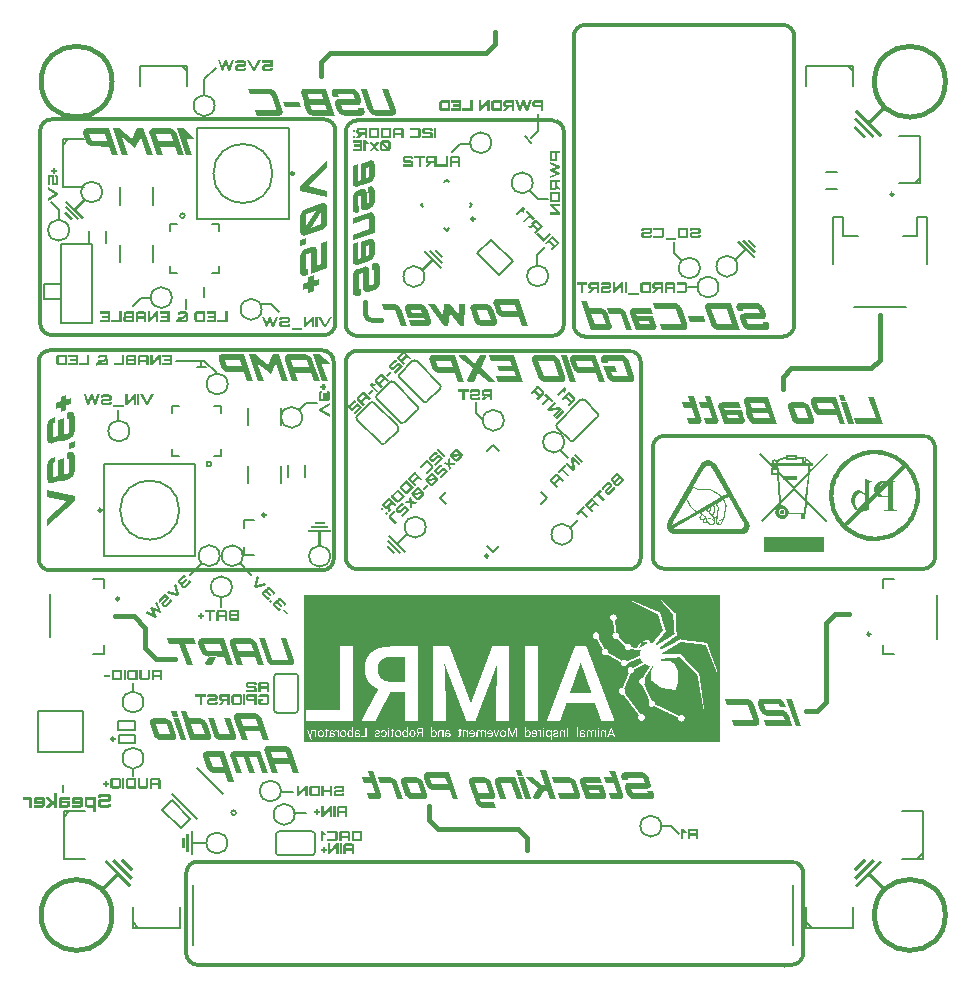
<source format=gbr>
%TF.GenerationSoftware,Altium Limited,Altium Designer,23.8.1 (32)*%
G04 Layer_Color=13421772*
%FSLAX26Y26*%
%MOIN*%
%TF.SameCoordinates,3698AD17-5E89-47BC-9667-67594BD3CA53*%
%TF.FilePolarity,Positive*%
%TF.FileFunction,Legend,Bot*%
%TF.Part,Single*%
G01*
G75*
%TA.AperFunction,NonConductor*%
%ADD142C,0.011811*%
%ADD143C,0.008000*%
%ADD144C,0.009842*%
%ADD145C,0.015748*%
%ADD146C,0.007874*%
%ADD148C,0.006000*%
%ADD149C,0.006142*%
G36*
X754533Y-812298D02*
X-630830D01*
Y-812135D01*
X-630993D01*
Y-321985D01*
X754533D01*
Y-812298D01*
D02*
G37*
G36*
X-555958Y-1121597D02*
X-565884D01*
X-567502Y-1119595D01*
Y-1143408D01*
X-574957D01*
Y-1108220D01*
X-567204D01*
X-555958Y-1121597D01*
D02*
G37*
G36*
X-436806Y-1143408D02*
X-464751D01*
X-465475Y-1143366D01*
X-466157Y-1143280D01*
X-466796Y-1143110D01*
X-467307Y-1142939D01*
X-467776Y-1142769D01*
X-468074Y-1142599D01*
X-468287Y-1142514D01*
X-468372Y-1142471D01*
X-468969Y-1142088D01*
X-469480Y-1141661D01*
X-469948Y-1141236D01*
X-470332Y-1140810D01*
X-470630Y-1140426D01*
X-470843Y-1140128D01*
X-470971Y-1139957D01*
X-471013Y-1139872D01*
X-471354Y-1139233D01*
X-471610Y-1138594D01*
X-471780Y-1137998D01*
X-471908Y-1137401D01*
X-471993Y-1136933D01*
X-472036Y-1136550D01*
Y-1136294D01*
Y-1136251D01*
Y-1136209D01*
Y-1115463D01*
X-471993Y-1114738D01*
X-471865Y-1114057D01*
X-471695Y-1113418D01*
X-471525Y-1112907D01*
X-471354Y-1112438D01*
X-471184Y-1112140D01*
X-471056Y-1111927D01*
X-471013Y-1111841D01*
X-470630Y-1111245D01*
X-470204Y-1110734D01*
X-469735Y-1110265D01*
X-469309Y-1109882D01*
X-468969Y-1109584D01*
X-468628Y-1109371D01*
X-468457Y-1109243D01*
X-468372Y-1109200D01*
X-467733Y-1108860D01*
X-467137Y-1108647D01*
X-466498Y-1108476D01*
X-465944Y-1108348D01*
X-465475Y-1108263D01*
X-465092Y-1108220D01*
X-436806D01*
Y-1143408D01*
D02*
G37*
G36*
X-484134Y-1108263D02*
X-483453Y-1108391D01*
X-482814Y-1108519D01*
X-482260Y-1108689D01*
X-481834Y-1108902D01*
X-481493Y-1109030D01*
X-481280Y-1109158D01*
X-481195Y-1109200D01*
X-480641Y-1109584D01*
X-480087Y-1110010D01*
X-479661Y-1110478D01*
X-479278Y-1110904D01*
X-478980Y-1111245D01*
X-478767Y-1111586D01*
X-478639Y-1111756D01*
X-478596Y-1111841D01*
X-478255Y-1112480D01*
X-478042Y-1113077D01*
X-477872Y-1113716D01*
X-477744Y-1114270D01*
X-477659Y-1114738D01*
X-477616Y-1115122D01*
Y-1115377D01*
Y-1115420D01*
Y-1115463D01*
Y-1143408D01*
X-485199D01*
Y-1132076D01*
X-505136D01*
Y-1143408D01*
X-512847D01*
Y-1115463D01*
X-512804Y-1114738D01*
X-512676Y-1114057D01*
X-512506Y-1113418D01*
X-512335Y-1112907D01*
X-512165Y-1112438D01*
X-511995Y-1112140D01*
X-511867Y-1111927D01*
X-511824Y-1111841D01*
X-511441Y-1111245D01*
X-511015Y-1110734D01*
X-510546Y-1110265D01*
X-510120Y-1109882D01*
X-509779Y-1109584D01*
X-509439Y-1109371D01*
X-509268Y-1109243D01*
X-509183Y-1109200D01*
X-508544Y-1108860D01*
X-507948Y-1108647D01*
X-507309Y-1108476D01*
X-506755Y-1108348D01*
X-506286Y-1108263D01*
X-505903Y-1108220D01*
X-484858D01*
X-484134Y-1108263D01*
D02*
G37*
G36*
X-524945D02*
X-524263Y-1108391D01*
X-523624Y-1108519D01*
X-523071Y-1108689D01*
X-522645Y-1108902D01*
X-522304Y-1109030D01*
X-522091Y-1109158D01*
X-522006Y-1109200D01*
X-521452Y-1109584D01*
X-520898Y-1110010D01*
X-520472Y-1110478D01*
X-520089Y-1110904D01*
X-519790Y-1111245D01*
X-519577Y-1111586D01*
X-519450Y-1111756D01*
X-519407Y-1111841D01*
X-519066Y-1112480D01*
X-518853Y-1113077D01*
X-518683Y-1113716D01*
X-518555Y-1114270D01*
X-518470Y-1114738D01*
X-518427Y-1115122D01*
Y-1115377D01*
Y-1115420D01*
Y-1115463D01*
Y-1136209D01*
X-518470Y-1136933D01*
X-518598Y-1137614D01*
X-518725Y-1138254D01*
X-518938Y-1138807D01*
X-519109Y-1139233D01*
X-519237Y-1139574D01*
X-519364Y-1139787D01*
X-519407Y-1139872D01*
X-519790Y-1140426D01*
X-520216Y-1140980D01*
X-520642Y-1141406D01*
X-521068Y-1141789D01*
X-521452Y-1142088D01*
X-521750Y-1142301D01*
X-521920Y-1142428D01*
X-522006Y-1142471D01*
X-522645Y-1142769D01*
X-523284Y-1143025D01*
X-523880Y-1143195D01*
X-524476Y-1143280D01*
X-524945Y-1143366D01*
X-525328Y-1143408D01*
X-553530D01*
Y-1135783D01*
X-527629D01*
X-527075Y-1135740D01*
X-526692Y-1135570D01*
X-526479Y-1135442D01*
X-526393Y-1135399D01*
X-526180Y-1135016D01*
X-526053Y-1134632D01*
Y-1134462D01*
X-526010Y-1134334D01*
Y-1134249D01*
Y-1134207D01*
Y-1117465D01*
Y-1117167D01*
X-526053Y-1116911D01*
X-526223Y-1116527D01*
X-526351Y-1116314D01*
X-526393Y-1116229D01*
X-526777Y-1116016D01*
X-527160Y-1115889D01*
X-527331Y-1115846D01*
X-553530D01*
Y-1108220D01*
X-525669D01*
X-524945Y-1108263D01*
D02*
G37*
G36*
X-515786Y-1185633D02*
X-523369D01*
Y-1162075D01*
X-543178Y-1185633D01*
X-550974D01*
Y-1150446D01*
X-543306D01*
Y-1173918D01*
X-523582Y-1150446D01*
X-515786D01*
Y-1185633D01*
D02*
G37*
G36*
X-560899Y-1167443D02*
X-554552D01*
Y-1174941D01*
X-560899D01*
Y-1181458D01*
X-568397D01*
Y-1174941D01*
X-574957D01*
Y-1167443D01*
X-568397D01*
Y-1161053D01*
X-560899D01*
Y-1167443D01*
D02*
G37*
G36*
X-471013Y-1150488D02*
X-470332Y-1150616D01*
X-469693Y-1150744D01*
X-469139Y-1150914D01*
X-468713Y-1151127D01*
X-468372Y-1151255D01*
X-468159Y-1151383D01*
X-468074Y-1151425D01*
X-467520Y-1151809D01*
X-466966Y-1152235D01*
X-466540Y-1152703D01*
X-466157Y-1153129D01*
X-465859Y-1153470D01*
X-465646Y-1153811D01*
X-465518Y-1153981D01*
X-465475Y-1154067D01*
X-465135Y-1154706D01*
X-464922Y-1155302D01*
X-464751Y-1155941D01*
X-464623Y-1156495D01*
X-464538Y-1156963D01*
X-464496Y-1157347D01*
Y-1157602D01*
Y-1157645D01*
Y-1157688D01*
Y-1185633D01*
X-472078D01*
Y-1174302D01*
X-492015D01*
Y-1185633D01*
X-499726D01*
Y-1157688D01*
X-499683Y-1156963D01*
X-499555Y-1156282D01*
X-499385Y-1155643D01*
X-499215Y-1155132D01*
X-499044Y-1154663D01*
X-498874Y-1154365D01*
X-498746Y-1154152D01*
X-498703Y-1154067D01*
X-498320Y-1153470D01*
X-497894Y-1152959D01*
X-497425Y-1152490D01*
X-496999Y-1152107D01*
X-496659Y-1151809D01*
X-496318Y-1151596D01*
X-496147Y-1151468D01*
X-496062Y-1151425D01*
X-495423Y-1151085D01*
X-494827Y-1150872D01*
X-494188Y-1150701D01*
X-493634Y-1150573D01*
X-493165Y-1150488D01*
X-492782Y-1150446D01*
X-471738D01*
X-471013Y-1150488D01*
D02*
G37*
G36*
X-504071Y-1185633D02*
X-511569D01*
Y-1150446D01*
X-504071D01*
Y-1185633D01*
D02*
G37*
G36*
X-192297Y155566D02*
X-191845Y155536D01*
X-191483Y155475D01*
X-191273Y155445D01*
X-191182Y155415D01*
X-190519Y155234D01*
X-189917Y154933D01*
X-189375Y154632D01*
X-188893Y154331D01*
X-188501Y154059D01*
X-188200Y153819D01*
X-188019Y153638D01*
X-187989Y153608D01*
X-187959Y153577D01*
X-185670Y151288D01*
X-190971Y145987D01*
X-192959Y147975D01*
X-206816Y134118D01*
X-201876Y129178D01*
X-187778Y143275D01*
X-187236Y143757D01*
X-186664Y144149D01*
X-186122Y144511D01*
X-185640Y144751D01*
X-185158Y144932D01*
X-184856Y145053D01*
X-184615Y145113D01*
X-184525Y145143D01*
X-183862Y145264D01*
X-183200Y145324D01*
X-182055D01*
X-181573Y145264D01*
X-181212Y145203D01*
X-181001Y145173D01*
X-180910Y145143D01*
X-180248Y144962D01*
X-179645Y144661D01*
X-179133Y144390D01*
X-178651Y144089D01*
X-178260Y143818D01*
X-177958Y143577D01*
X-177778Y143396D01*
X-177747Y143366D01*
X-177717Y143336D01*
X-168078Y133696D01*
X-192538Y109237D01*
X-197809Y114508D01*
X-178651Y133666D01*
X-182688Y137703D01*
X-196785Y123605D01*
X-197327Y123123D01*
X-197900Y122732D01*
X-198412Y122400D01*
X-198924Y122190D01*
X-199376Y121979D01*
X-199677Y121858D01*
X-199918Y121798D01*
X-200008Y121768D01*
X-200701Y121617D01*
X-201364Y121557D01*
X-201966D01*
X-202538Y121587D01*
X-203020Y121647D01*
X-203382Y121708D01*
X-203593Y121738D01*
X-203683Y121768D01*
X-204376Y121979D01*
X-204978Y122280D01*
X-205521Y122581D01*
X-206003Y122882D01*
X-206394Y123153D01*
X-206665Y123364D01*
X-206846Y123545D01*
X-206906Y123605D01*
X-212419Y129118D01*
X-212901Y129660D01*
X-213292Y130232D01*
X-213624Y130744D01*
X-213895Y131256D01*
X-214045Y131708D01*
X-214196Y132040D01*
X-214226Y132251D01*
X-214256Y132341D01*
X-214377Y133004D01*
X-214437Y133666D01*
Y134269D01*
X-214377Y134811D01*
X-214347Y135263D01*
X-214256Y135654D01*
X-214226Y135865D01*
X-214196Y135956D01*
X-214015Y136618D01*
X-213714Y137221D01*
X-213413Y137763D01*
X-213112Y138245D01*
X-212840Y138637D01*
X-212600Y138938D01*
X-198020Y153517D01*
X-197478Y153999D01*
X-196905Y154391D01*
X-196363Y154752D01*
X-195881Y154993D01*
X-195399Y155174D01*
X-195098Y155294D01*
X-194857Y155355D01*
X-194767Y155385D01*
X-194104Y155505D01*
X-193471Y155596D01*
X-192869D01*
X-192297Y155566D01*
D02*
G37*
G36*
X-159764Y142010D02*
X-165066Y136709D01*
X-189947Y161590D01*
X-184646Y166892D01*
X-159764Y142010D01*
D02*
G37*
G36*
X-122978Y165530D02*
X-122406Y165500D01*
X-121954Y165470D01*
X-121562Y165380D01*
X-121352Y165350D01*
X-121261Y165319D01*
X-120569Y165108D01*
X-119966Y164807D01*
X-119424Y164506D01*
X-118942Y164205D01*
X-118550Y163934D01*
X-118249Y163693D01*
X-118068Y163512D01*
X-118038Y163482D01*
X-118008Y163452D01*
X-103609Y149053D01*
X-103157Y148541D01*
X-102766Y147969D01*
X-102435Y147457D01*
X-102194Y146914D01*
X-101983Y146463D01*
X-101832Y146131D01*
X-101772Y145890D01*
X-101742Y145800D01*
X-101561Y145077D01*
X-101471Y144384D01*
X-101441Y143751D01*
Y143149D01*
X-101471Y142637D01*
X-101531Y142275D01*
Y142034D01*
X-101561Y141944D01*
X-101772Y141251D01*
X-102013Y140649D01*
X-102284Y140077D01*
X-102585Y139595D01*
X-102856Y139203D01*
X-103097Y138902D01*
X-117677Y124322D01*
X-118219Y123840D01*
X-118791Y123449D01*
X-119333Y123147D01*
X-119846Y122937D01*
X-120297Y122726D01*
X-120629Y122635D01*
X-120870Y122575D01*
X-120960Y122545D01*
X-121683Y122424D01*
X-122376Y122394D01*
X-123038Y122455D01*
X-123611Y122485D01*
X-124123Y122575D01*
X-124484Y122635D01*
X-124725Y122696D01*
X-124816Y122726D01*
X-125509Y122937D01*
X-126141Y123268D01*
X-126683Y123569D01*
X-127165Y123870D01*
X-127557Y124141D01*
X-127858Y124382D01*
X-128009Y124533D01*
X-128069Y124593D01*
X-142468Y138992D01*
X-142950Y139534D01*
X-143341Y140107D01*
X-143673Y140619D01*
X-143944Y141131D01*
X-144094Y141583D01*
X-144245Y141914D01*
X-144305Y142155D01*
X-144335Y142245D01*
X-144486Y142938D01*
X-144546Y143601D01*
X-144576Y144233D01*
X-144546Y144806D01*
X-144486Y145288D01*
X-144426Y145649D01*
X-144395Y145860D01*
X-144365Y145950D01*
X-144185Y146613D01*
X-143914Y147246D01*
X-143612Y147788D01*
X-143311Y148270D01*
X-143040Y148661D01*
X-142799Y148963D01*
X-128220Y163542D01*
X-127677Y164024D01*
X-127135Y164386D01*
X-126563Y164717D01*
X-126081Y164958D01*
X-125629Y165169D01*
X-125298Y165259D01*
X-125057Y165319D01*
X-124966Y165350D01*
X-124304Y165470D01*
X-123611Y165560D01*
X-122978Y165530D01*
D02*
G37*
G36*
X-145058Y133570D02*
X-143853Y118509D01*
X-128461Y116972D01*
X-126744Y115255D01*
X-132196Y109803D01*
X-143100Y110888D01*
X-142016Y99983D01*
X-147438Y94561D01*
X-149155Y96278D01*
X-150691Y111671D01*
X-165753Y112876D01*
X-167470Y114593D01*
X-161987Y120075D01*
X-151324Y119111D01*
X-152227Y129835D01*
X-146775Y135287D01*
X-145058Y133570D01*
D02*
G37*
G36*
X-175302Y112785D02*
X-174850Y112755D01*
X-174488Y112695D01*
X-174277Y112665D01*
X-174187Y112635D01*
X-173524Y112454D01*
X-172922Y112153D01*
X-172380Y111852D01*
X-171898Y111550D01*
X-171506Y111279D01*
X-171205Y111038D01*
X-171024Y110857D01*
X-170994Y110827D01*
X-170964Y110797D01*
X-168674Y108508D01*
X-173976Y103206D01*
X-175964Y105194D01*
X-189821Y91338D01*
X-184881Y86398D01*
X-170783Y100495D01*
X-170241Y100977D01*
X-169668Y101369D01*
X-169126Y101730D01*
X-168644Y101971D01*
X-168162Y102152D01*
X-167861Y102272D01*
X-167620Y102333D01*
X-167530Y102363D01*
X-166867Y102483D01*
X-166204Y102543D01*
X-165060D01*
X-164578Y102483D01*
X-164216Y102423D01*
X-164006Y102393D01*
X-163915Y102363D01*
X-163252Y102182D01*
X-162650Y101881D01*
X-162138Y101610D01*
X-161656Y101308D01*
X-161264Y101037D01*
X-160963Y100796D01*
X-160782Y100616D01*
X-160752Y100585D01*
X-160722Y100555D01*
X-151083Y90916D01*
X-175542Y66457D01*
X-180814Y71728D01*
X-161656Y90886D01*
X-165692Y94922D01*
X-179790Y80825D01*
X-180332Y80343D01*
X-180904Y79951D01*
X-181416Y79620D01*
X-181929Y79409D01*
X-182380Y79198D01*
X-182682Y79078D01*
X-182923Y79018D01*
X-183013Y78987D01*
X-183706Y78837D01*
X-184368Y78777D01*
X-184971D01*
X-185543Y78807D01*
X-186025Y78867D01*
X-186387Y78927D01*
X-186597Y78957D01*
X-186688Y78987D01*
X-187381Y79198D01*
X-187983Y79500D01*
X-188525Y79801D01*
X-189007Y80102D01*
X-189399Y80373D01*
X-189670Y80584D01*
X-189851Y80765D01*
X-189911Y80825D01*
X-195423Y86338D01*
X-195905Y86880D01*
X-196297Y87452D01*
X-196628Y87964D01*
X-196899Y88476D01*
X-197050Y88928D01*
X-197201Y89259D01*
X-197231Y89470D01*
X-197261Y89561D01*
X-197381Y90223D01*
X-197442Y90886D01*
Y91489D01*
X-197381Y92031D01*
X-197351Y92483D01*
X-197261Y92874D01*
X-197231Y93085D01*
X-197201Y93175D01*
X-197020Y93838D01*
X-196719Y94441D01*
X-196417Y94983D01*
X-196116Y95465D01*
X-195845Y95856D01*
X-195604Y96157D01*
X-181025Y110737D01*
X-180483Y111219D01*
X-179910Y111611D01*
X-179368Y111972D01*
X-178886Y112213D01*
X-178404Y112394D01*
X-178103Y112514D01*
X-177862Y112574D01*
X-177772Y112605D01*
X-177109Y112725D01*
X-176476Y112815D01*
X-175874D01*
X-175302Y112785D01*
D02*
G37*
G36*
X-221486Y126859D02*
X-220913Y126829D01*
X-220462Y126798D01*
X-220070Y126708D01*
X-219859Y126678D01*
X-219769Y126648D01*
X-219076Y126437D01*
X-218504Y126166D01*
X-217931Y125834D01*
X-217449Y125533D01*
X-217058Y125262D01*
X-216756Y125021D01*
X-216576Y124840D01*
X-216546Y124810D01*
X-216515Y124780D01*
X-201846Y110110D01*
X-201364Y109568D01*
X-200972Y108996D01*
X-200611Y108454D01*
X-200370Y107911D01*
X-200189Y107490D01*
X-200038Y107158D01*
X-199978Y106917D01*
X-199948Y106827D01*
X-199827Y106164D01*
X-199737Y105471D01*
Y104869D01*
X-199767Y104297D01*
X-199827Y103815D01*
X-199888Y103453D01*
X-199918Y103242D01*
X-199948Y103152D01*
X-200189Y102489D01*
X-200460Y101857D01*
X-200761Y101314D01*
X-201123Y100832D01*
X-201394Y100441D01*
X-201635Y100140D01*
X-221576Y80198D01*
X-226968Y85590D01*
X-208653Y103905D01*
X-208292Y104327D01*
X-208141Y104718D01*
X-208081Y104959D01*
X-208051Y105050D01*
X-208171Y105471D01*
X-208352Y105833D01*
X-208473Y105953D01*
X-208533Y106074D01*
X-208593Y106134D01*
X-208623Y106164D01*
X-220462Y118002D01*
X-220672Y118213D01*
X-220883Y118364D01*
X-221275Y118515D01*
X-221516Y118575D01*
X-221606Y118605D01*
X-222028Y118484D01*
X-222389Y118304D01*
X-222540Y118213D01*
X-241065Y99688D01*
X-246457Y105080D01*
X-226757Y124780D01*
X-226215Y125262D01*
X-225643Y125654D01*
X-225100Y126015D01*
X-224588Y126286D01*
X-224137Y126437D01*
X-223805Y126588D01*
X-223564Y126648D01*
X-223474Y126678D01*
X-222811Y126798D01*
X-222118Y126889D01*
X-221486Y126859D01*
D02*
G37*
G36*
X-261127Y87217D02*
X-260555Y87187D01*
X-260103Y87157D01*
X-259711Y87066D01*
X-259501Y87036D01*
X-259410Y87006D01*
X-258717Y86795D01*
X-258145Y86524D01*
X-257573Y86193D01*
X-257091Y85892D01*
X-256699Y85621D01*
X-256398Y85380D01*
X-256217Y85199D01*
X-256187Y85169D01*
X-256157Y85139D01*
X-236396Y65378D01*
X-241758Y60016D01*
X-249771Y68029D01*
X-263868Y53931D01*
X-255856Y45919D01*
X-261308Y40467D01*
X-281068Y60227D01*
X-281550Y60769D01*
X-281942Y61342D01*
X-282273Y61914D01*
X-282514Y62396D01*
X-282725Y62848D01*
X-282816Y63179D01*
X-282876Y63420D01*
X-282906Y63511D01*
X-283057Y64203D01*
X-283117Y64866D01*
Y65529D01*
X-283087Y66101D01*
X-283057Y66553D01*
X-282966Y66944D01*
X-282936Y67155D01*
X-282906Y67246D01*
X-282695Y67939D01*
X-282424Y68511D01*
X-282093Y69083D01*
X-281791Y69565D01*
X-281520Y69957D01*
X-281279Y70258D01*
X-266399Y85139D01*
X-265856Y85621D01*
X-265284Y86012D01*
X-264742Y86374D01*
X-264230Y86645D01*
X-263778Y86795D01*
X-263447Y86946D01*
X-263206Y87006D01*
X-263115Y87036D01*
X-262453Y87157D01*
X-261760Y87247D01*
X-261127Y87217D01*
D02*
G37*
G36*
X-204490Y84018D02*
X-203918Y83988D01*
X-203466Y83958D01*
X-203075Y83867D01*
X-202864Y83837D01*
X-202773Y83807D01*
X-202081Y83596D01*
X-201478Y83295D01*
X-200936Y82994D01*
X-200454Y82693D01*
X-200062Y82421D01*
X-199761Y82180D01*
X-199580Y82000D01*
X-199550Y81970D01*
X-199520Y81940D01*
X-185121Y67541D01*
X-184670Y67029D01*
X-184278Y66457D01*
X-183947Y65944D01*
X-183706Y65402D01*
X-183495Y64950D01*
X-183344Y64619D01*
X-183284Y64378D01*
X-183254Y64288D01*
X-183073Y63565D01*
X-182983Y62872D01*
X-182953Y62239D01*
Y61637D01*
X-182983Y61125D01*
X-183043Y60763D01*
Y60522D01*
X-183073Y60432D01*
X-183284Y59739D01*
X-183525Y59137D01*
X-183796Y58564D01*
X-184097Y58082D01*
X-184368Y57691D01*
X-184609Y57389D01*
X-199189Y42810D01*
X-199731Y42328D01*
X-200303Y41937D01*
X-200846Y41635D01*
X-201358Y41425D01*
X-201810Y41214D01*
X-202141Y41123D01*
X-202382Y41063D01*
X-202472Y41033D01*
X-203195Y40912D01*
X-203888Y40882D01*
X-204551Y40943D01*
X-205123Y40973D01*
X-205635Y41063D01*
X-205997Y41123D01*
X-206238Y41184D01*
X-206328Y41214D01*
X-207021Y41425D01*
X-207653Y41756D01*
X-208196Y42057D01*
X-208678Y42358D01*
X-209069Y42629D01*
X-209370Y42870D01*
X-209521Y43021D01*
X-209581Y43081D01*
X-223980Y57480D01*
X-224462Y58022D01*
X-224853Y58594D01*
X-225185Y59106D01*
X-225456Y59619D01*
X-225607Y60070D01*
X-225757Y60402D01*
X-225817Y60643D01*
X-225847Y60733D01*
X-225998Y61426D01*
X-226058Y62089D01*
X-226088Y62721D01*
X-226058Y63294D01*
X-225998Y63776D01*
X-225938Y64137D01*
X-225908Y64348D01*
X-225878Y64438D01*
X-225697Y65101D01*
X-225426Y65734D01*
X-225125Y66276D01*
X-224823Y66758D01*
X-224552Y67149D01*
X-224311Y67451D01*
X-209732Y82030D01*
X-209190Y82512D01*
X-208647Y82873D01*
X-208075Y83205D01*
X-207593Y83446D01*
X-207141Y83657D01*
X-206810Y83747D01*
X-206569Y83807D01*
X-206478Y83837D01*
X-205816Y83958D01*
X-205123Y84048D01*
X-204490Y84018D01*
D02*
G37*
G36*
X-216268Y40852D02*
X-230697Y26423D01*
X-235999Y31725D01*
X-221570Y46154D01*
X-216268Y40852D01*
D02*
G37*
G36*
X-265314Y36460D02*
X-285075Y16700D01*
X-285617Y16218D01*
X-286159Y15796D01*
X-286731Y15465D01*
X-287214Y15224D01*
X-287665Y15013D01*
X-287997Y14922D01*
X-288208Y14832D01*
X-288298Y14802D01*
X-288991Y14651D01*
X-289654Y14591D01*
X-290286Y14561D01*
X-290858Y14591D01*
X-291340Y14651D01*
X-291702Y14712D01*
X-291913Y14742D01*
X-292003Y14772D01*
X-292696Y14983D01*
X-293328Y15254D01*
X-293871Y15555D01*
X-294383Y15886D01*
X-294774Y16157D01*
X-295075Y16398D01*
X-295256Y16579D01*
X-295286Y16609D01*
X-295317Y16640D01*
X-309986Y31309D01*
X-310468Y31851D01*
X-310860Y32424D01*
X-311191Y32996D01*
X-311432Y33478D01*
X-311643Y33930D01*
X-311733Y34261D01*
X-311794Y34502D01*
X-311824Y34593D01*
X-311974Y35285D01*
X-312035Y35948D01*
Y36611D01*
X-312005Y37183D01*
X-311974Y37635D01*
X-311884Y38027D01*
X-311854Y38237D01*
X-311824Y38328D01*
X-311613Y39021D01*
X-311342Y39593D01*
X-311010Y40165D01*
X-310709Y40647D01*
X-310438Y41039D01*
X-310197Y41340D01*
X-290196Y61342D01*
X-265314Y36460D01*
D02*
G37*
G36*
X-251241Y37267D02*
X-250669Y37237D01*
X-250217Y37207D01*
X-249825Y37117D01*
X-249614Y37087D01*
X-249524Y37057D01*
X-248831Y36846D01*
X-248229Y36545D01*
X-247686Y36243D01*
X-247204Y35942D01*
X-246813Y35671D01*
X-246512Y35430D01*
X-246331Y35249D01*
X-246301Y35219D01*
X-246271Y35189D01*
X-231872Y20790D01*
X-231420Y20278D01*
X-231029Y19706D01*
X-230697Y19194D01*
X-230456Y18652D01*
X-230245Y18200D01*
X-230095Y17869D01*
X-230035Y17628D01*
X-230004Y17537D01*
X-229824Y16814D01*
X-229733Y16121D01*
X-229703Y15489D01*
Y14886D01*
X-229733Y14374D01*
X-229793Y14013D01*
Y13772D01*
X-229824Y13681D01*
X-230035Y12989D01*
X-230275Y12386D01*
X-230547Y11814D01*
X-230848Y11332D01*
X-231119Y10940D01*
X-231360Y10639D01*
X-245939Y-3940D01*
X-246482Y-4422D01*
X-247054Y-4814D01*
X-247596Y-5115D01*
X-248108Y-5326D01*
X-248560Y-5537D01*
X-248891Y-5627D01*
X-249132Y-5688D01*
X-249223Y-5718D01*
X-249946Y-5838D01*
X-250638Y-5868D01*
X-251301Y-5808D01*
X-251874Y-5778D01*
X-252386Y-5688D01*
X-252747Y-5627D01*
X-252988Y-5567D01*
X-253078Y-5537D01*
X-253771Y-5326D01*
X-254404Y-4995D01*
X-254946Y-4694D01*
X-255428Y-4392D01*
X-255820Y-4121D01*
X-256121Y-3880D01*
X-256271Y-3729D01*
X-256332Y-3669D01*
X-270730Y10729D01*
X-271212Y11272D01*
X-271604Y11844D01*
X-271935Y12356D01*
X-272206Y12868D01*
X-272357Y13320D01*
X-272508Y13651D01*
X-272568Y13892D01*
X-272598Y13983D01*
X-272749Y14675D01*
X-272809Y15338D01*
X-272839Y15971D01*
X-272809Y16543D01*
X-272749Y17025D01*
X-272688Y17387D01*
X-272658Y17597D01*
X-272628Y17688D01*
X-272447Y18350D01*
X-272176Y18983D01*
X-271875Y19525D01*
X-271574Y20007D01*
X-271303Y20399D01*
X-271062Y20700D01*
X-256482Y35279D01*
X-255940Y35761D01*
X-255398Y36123D01*
X-254826Y36454D01*
X-254344Y36695D01*
X-253892Y36906D01*
X-253560Y36996D01*
X-253319Y37057D01*
X-253229Y37087D01*
X-252566Y37207D01*
X-251874Y37298D01*
X-251241Y37267D01*
D02*
G37*
G36*
X-273321Y5307D02*
X-272116Y-9754D01*
X-256723Y-11290D01*
X-255006Y-13007D01*
X-260459Y-18460D01*
X-271363Y-17375D01*
X-270279Y-28280D01*
X-275701Y-33702D01*
X-277418Y-31985D01*
X-278954Y-16592D01*
X-294015Y-15387D01*
X-295732Y-13670D01*
X-290250Y-8188D01*
X-279586Y-9152D01*
X-280490Y1572D01*
X-275038Y7024D01*
X-273321Y5307D01*
D02*
G37*
G36*
X-294172Y7603D02*
X-313932Y-12158D01*
X-314475Y-12640D01*
X-315017Y-13062D01*
X-315589Y-13393D01*
X-316071Y-13634D01*
X-316523Y-13845D01*
X-316854Y-13935D01*
X-317065Y-14025D01*
X-317156Y-14056D01*
X-317848Y-14206D01*
X-318511Y-14267D01*
X-319144Y-14297D01*
X-319716Y-14267D01*
X-320198Y-14206D01*
X-320559Y-14146D01*
X-320770Y-14116D01*
X-320861Y-14086D01*
X-321553Y-13875D01*
X-322186Y-13604D01*
X-322728Y-13303D01*
X-323240Y-12971D01*
X-323632Y-12700D01*
X-323933Y-12459D01*
X-324114Y-12278D01*
X-324144Y-12248D01*
X-324174Y-12218D01*
X-338844Y2452D01*
X-339326Y2994D01*
X-339717Y3566D01*
X-340049Y4138D01*
X-340290Y4620D01*
X-340501Y5072D01*
X-340591Y5404D01*
X-340651Y5645D01*
X-340681Y5735D01*
X-340832Y6428D01*
X-340892Y7090D01*
Y7753D01*
X-340862Y8326D01*
X-340832Y8777D01*
X-340742Y9169D01*
X-340712Y9380D01*
X-340681Y9470D01*
X-340471Y10163D01*
X-340199Y10735D01*
X-339868Y11308D01*
X-339567Y11790D01*
X-339296Y12181D01*
X-339055Y12482D01*
X-319053Y32484D01*
X-294172Y7603D01*
D02*
G37*
G36*
X-303564Y-15477D02*
X-303112Y-15508D01*
X-302751Y-15568D01*
X-302540Y-15598D01*
X-302450Y-15628D01*
X-301787Y-15809D01*
X-301185Y-16110D01*
X-300642Y-16411D01*
X-300160Y-16712D01*
X-299769Y-16983D01*
X-299467Y-17224D01*
X-299287Y-17405D01*
X-299257Y-17435D01*
X-299226Y-17465D01*
X-296937Y-19755D01*
X-302239Y-25056D01*
X-304227Y-23068D01*
X-318083Y-36925D01*
X-313143Y-41865D01*
X-299046Y-27767D01*
X-298503Y-27285D01*
X-297931Y-26894D01*
X-297389Y-26532D01*
X-296907Y-26291D01*
X-296425Y-26111D01*
X-296124Y-25990D01*
X-295883Y-25930D01*
X-295793Y-25900D01*
X-295130Y-25779D01*
X-294467Y-25719D01*
X-293322D01*
X-292841Y-25779D01*
X-292479Y-25840D01*
X-292268Y-25870D01*
X-292178Y-25900D01*
X-291515Y-26081D01*
X-290913Y-26382D01*
X-290401Y-26653D01*
X-289918Y-26954D01*
X-289527Y-27225D01*
X-289226Y-27466D01*
X-289045Y-27647D01*
X-289015Y-27677D01*
X-288985Y-27707D01*
X-279346Y-37346D01*
X-303805Y-61806D01*
X-309077Y-56535D01*
X-289918Y-37377D01*
X-293955Y-33340D01*
X-308052Y-47438D01*
X-308595Y-47920D01*
X-309167Y-48311D01*
X-309679Y-48643D01*
X-310191Y-48853D01*
X-310643Y-49064D01*
X-310944Y-49185D01*
X-311185Y-49245D01*
X-311276Y-49275D01*
X-311968Y-49426D01*
X-312631Y-49486D01*
X-313234D01*
X-313806Y-49456D01*
X-314288Y-49396D01*
X-314649Y-49335D01*
X-314860Y-49305D01*
X-314950Y-49275D01*
X-315643Y-49064D01*
X-316246Y-48763D01*
X-316788Y-48462D01*
X-317270Y-48161D01*
X-317662Y-47889D01*
X-317933Y-47679D01*
X-318113Y-47498D01*
X-318174Y-47438D01*
X-323686Y-41925D01*
X-324168Y-41383D01*
X-324560Y-40811D01*
X-324891Y-40298D01*
X-325162Y-39786D01*
X-325313Y-39335D01*
X-325463Y-39003D01*
X-325493Y-38792D01*
X-325524Y-38702D01*
X-325644Y-38039D01*
X-325704Y-37377D01*
Y-36774D01*
X-325644Y-36232D01*
X-325614Y-35780D01*
X-325524Y-35389D01*
X-325493Y-35178D01*
X-325463Y-35087D01*
X-325283Y-34425D01*
X-324981Y-33822D01*
X-324680Y-33280D01*
X-324379Y-32798D01*
X-324108Y-32406D01*
X-323867Y-32105D01*
X-309288Y-17526D01*
X-308745Y-17044D01*
X-308173Y-16652D01*
X-307631Y-16291D01*
X-307149Y-16050D01*
X-306667Y-15869D01*
X-306366Y-15748D01*
X-306125Y-15688D01*
X-306034Y-15658D01*
X-305372Y-15538D01*
X-304739Y-15447D01*
X-304137D01*
X-303564Y-15477D01*
D02*
G37*
G36*
X-322969Y-21195D02*
X-328331Y-26557D01*
X-336464Y-18423D01*
X-343597Y-25497D01*
X-342308Y-40533D01*
X-347820Y-46046D01*
X-349628Y-44239D01*
X-350621Y-32462D01*
X-343597Y-25497D01*
X-343663Y-24719D01*
X-350682Y-31738D01*
X-350621Y-32462D01*
X-350893Y-32732D01*
X-351435Y-33214D01*
X-352007Y-33605D01*
X-352550Y-33967D01*
X-353062Y-34178D01*
X-353514Y-34389D01*
X-353815Y-34509D01*
X-354056Y-34569D01*
X-354146Y-34599D01*
X-354839Y-34750D01*
X-355502Y-34810D01*
X-356164D01*
X-356737Y-34780D01*
X-357189Y-34750D01*
X-357580Y-34660D01*
X-357791Y-34630D01*
X-357882Y-34599D01*
X-358574Y-34389D01*
X-359207Y-34117D01*
X-359749Y-33816D01*
X-360231Y-33515D01*
X-360623Y-33244D01*
X-360894Y-33033D01*
X-361075Y-32852D01*
X-361135Y-32792D01*
X-367581Y-26346D01*
X-368063Y-25803D01*
X-368455Y-25231D01*
X-368756Y-24689D01*
X-369027Y-24177D01*
X-369208Y-23755D01*
X-369328Y-23394D01*
X-369388Y-23153D01*
X-369418Y-23062D01*
X-369569Y-22369D01*
X-369629Y-21707D01*
Y-21044D01*
X-369599Y-20472D01*
X-369569Y-20020D01*
X-369479Y-19628D01*
X-369449Y-19418D01*
X-369418Y-19327D01*
X-369208Y-18634D01*
X-368937Y-18062D01*
X-368605Y-17490D01*
X-368304Y-17008D01*
X-368033Y-16616D01*
X-367792Y-16315D01*
X-347820Y3657D01*
X-322969Y-21195D01*
D02*
G37*
G36*
X-366135Y-34901D02*
X-371437Y-40202D01*
X-376738Y-34901D01*
X-371437Y-29599D01*
X-366135Y-34901D01*
D02*
G37*
G36*
X-351405Y-49631D02*
X-356707Y-54932D01*
X-361978Y-49661D01*
X-356677Y-44359D01*
X-351405Y-49631D01*
D02*
G37*
G36*
X-325825Y-44546D02*
X-341218Y-59939D01*
X-321578Y-79579D01*
X-326849Y-84850D01*
X-346760Y-64939D01*
X-347242Y-64397D01*
X-347664Y-63855D01*
X-347965Y-63312D01*
X-348236Y-62800D01*
X-348417Y-62379D01*
X-348537Y-62017D01*
X-348598Y-61836D01*
X-348628Y-61746D01*
X-348748Y-61083D01*
X-348808Y-60420D01*
Y-59818D01*
X-348778Y-59306D01*
X-348718Y-58824D01*
X-348658Y-58463D01*
X-348628Y-58252D01*
X-348598Y-58161D01*
X-348417Y-57499D01*
X-348116Y-56896D01*
X-347815Y-56354D01*
X-347513Y-55872D01*
X-347242Y-55480D01*
X-347001Y-55179D01*
X-331096Y-39274D01*
X-325825Y-44546D01*
D02*
G37*
G36*
X-795275Y-610942D02*
X-794593Y-611070D01*
X-793954Y-611198D01*
X-793443Y-611369D01*
X-792975Y-611582D01*
X-792676Y-611709D01*
X-792463Y-611837D01*
X-792378Y-611880D01*
X-791824Y-612263D01*
X-791313Y-612646D01*
X-790887Y-613072D01*
X-790504Y-613499D01*
X-790206Y-613839D01*
X-789992Y-614138D01*
X-789865Y-614308D01*
X-789822Y-614393D01*
X-789481Y-614990D01*
X-789268Y-615629D01*
X-789098Y-616225D01*
X-788970Y-616779D01*
X-788885Y-617247D01*
X-788842Y-617631D01*
Y-617886D01*
Y-617929D01*
Y-617971D01*
Y-621209D01*
X-796340D01*
Y-618398D01*
X-815936D01*
Y-625384D01*
X-795999D01*
X-795275Y-625427D01*
X-794593Y-625554D01*
X-793954Y-625682D01*
X-793443Y-625852D01*
X-792975Y-626066D01*
X-792676Y-626193D01*
X-792463Y-626321D01*
X-792378Y-626364D01*
X-791824Y-626747D01*
X-791313Y-627173D01*
X-790887Y-627599D01*
X-790504Y-627982D01*
X-790206Y-628366D01*
X-789992Y-628664D01*
X-789865Y-628835D01*
X-789822Y-628920D01*
X-789481Y-629516D01*
X-789268Y-630155D01*
X-789098Y-630709D01*
X-788970Y-631263D01*
X-788885Y-631731D01*
X-788842Y-632115D01*
Y-632370D01*
Y-632413D01*
Y-632456D01*
Y-646087D01*
X-823433D01*
Y-638633D01*
X-796340D01*
Y-632924D01*
X-816277D01*
X-817001Y-632881D01*
X-817683Y-632754D01*
X-818279Y-632626D01*
X-818790Y-632413D01*
X-819259Y-632242D01*
X-819557Y-632115D01*
X-819770Y-631987D01*
X-819855Y-631944D01*
X-820452Y-631561D01*
X-820963Y-631135D01*
X-821389Y-630709D01*
X-821772Y-630283D01*
X-822070Y-629899D01*
X-822283Y-629601D01*
X-822411Y-629431D01*
X-822454Y-629346D01*
X-822794Y-628707D01*
X-823008Y-628068D01*
X-823178Y-627471D01*
X-823306Y-626918D01*
X-823391Y-626449D01*
X-823433Y-626108D01*
Y-625852D01*
Y-625767D01*
Y-617971D01*
X-823391Y-617247D01*
X-823263Y-616566D01*
X-823135Y-615969D01*
X-822965Y-615415D01*
X-822752Y-614990D01*
X-822624Y-614649D01*
X-822496Y-614478D01*
X-822454Y-614393D01*
X-822070Y-613839D01*
X-821644Y-613328D01*
X-821218Y-612902D01*
X-820792Y-612561D01*
X-820452Y-612263D01*
X-820111Y-612050D01*
X-819940Y-611922D01*
X-819855Y-611880D01*
X-819259Y-611539D01*
X-818620Y-611326D01*
X-818023Y-611155D01*
X-817470Y-611028D01*
X-817001Y-610942D01*
X-816617Y-610900D01*
X-795999D01*
X-795275Y-610942D01*
D02*
G37*
G36*
X-754507D02*
X-753825Y-611070D01*
X-753186Y-611198D01*
X-752632Y-611369D01*
X-752206Y-611582D01*
X-751865Y-611709D01*
X-751653Y-611837D01*
X-751567Y-611880D01*
X-751014Y-612263D01*
X-750460Y-612689D01*
X-750034Y-613158D01*
X-749650Y-613584D01*
X-749352Y-613924D01*
X-749139Y-614265D01*
X-749011Y-614436D01*
X-748969Y-614521D01*
X-748628Y-615160D01*
X-748415Y-615756D01*
X-748245Y-616395D01*
X-748117Y-616949D01*
X-748032Y-617418D01*
X-747989Y-617801D01*
Y-618057D01*
Y-618099D01*
Y-618142D01*
Y-646087D01*
X-755572D01*
Y-634756D01*
X-775509D01*
Y-646087D01*
X-783219D01*
Y-618142D01*
X-783177Y-617418D01*
X-783049Y-616736D01*
X-782878Y-616097D01*
X-782708Y-615586D01*
X-782538Y-615117D01*
X-782367Y-614819D01*
X-782239Y-614606D01*
X-782197Y-614521D01*
X-781813Y-613924D01*
X-781387Y-613413D01*
X-780919Y-612945D01*
X-780493Y-612561D01*
X-780152Y-612263D01*
X-779811Y-612050D01*
X-779641Y-611922D01*
X-779556Y-611880D01*
X-778917Y-611539D01*
X-778320Y-611326D01*
X-777681Y-611155D01*
X-777127Y-611028D01*
X-776659Y-610942D01*
X-776275Y-610900D01*
X-755231D01*
X-754507Y-610942D01*
D02*
G37*
G36*
X-754549Y-653168D02*
X-753868Y-653295D01*
X-753229Y-653423D01*
X-752675Y-653594D01*
X-752249Y-653807D01*
X-751908Y-653934D01*
X-751695Y-654062D01*
X-751610Y-654105D01*
X-751056Y-654488D01*
X-750502Y-654914D01*
X-750076Y-655383D01*
X-749693Y-655809D01*
X-749395Y-656150D01*
X-749182Y-656490D01*
X-749054Y-656661D01*
X-749011Y-656746D01*
X-748670Y-657385D01*
X-748457Y-657981D01*
X-748287Y-658620D01*
X-748159Y-659174D01*
X-748074Y-659643D01*
X-748032Y-660026D01*
Y-660282D01*
Y-660324D01*
Y-660367D01*
Y-681113D01*
X-748074Y-681837D01*
X-748202Y-682519D01*
X-748330Y-683158D01*
X-748543Y-683712D01*
X-748713Y-684138D01*
X-748841Y-684479D01*
X-748969Y-684692D01*
X-749011Y-684777D01*
X-749395Y-685331D01*
X-749821Y-685884D01*
X-750247Y-686310D01*
X-750673Y-686694D01*
X-751056Y-686992D01*
X-751354Y-687205D01*
X-751525Y-687333D01*
X-751610Y-687375D01*
X-752249Y-687674D01*
X-752888Y-687929D01*
X-753484Y-688100D01*
X-754081Y-688185D01*
X-754549Y-688270D01*
X-754933Y-688313D01*
X-775934D01*
X-776659Y-688270D01*
X-777340Y-688185D01*
X-777979Y-688014D01*
X-778490Y-687844D01*
X-778959Y-687674D01*
X-779257Y-687503D01*
X-779470Y-687418D01*
X-779556Y-687375D01*
X-780152Y-686992D01*
X-780663Y-686566D01*
X-781132Y-686140D01*
X-781515Y-685714D01*
X-781813Y-685331D01*
X-782026Y-685032D01*
X-782154Y-684862D01*
X-782197Y-684777D01*
X-782538Y-684138D01*
X-782793Y-683499D01*
X-782963Y-682902D01*
X-783091Y-682306D01*
X-783177Y-681837D01*
X-783219Y-681454D01*
Y-681198D01*
Y-681156D01*
Y-681113D01*
Y-667779D01*
X-767926D01*
Y-675405D01*
X-775551D01*
Y-680687D01*
X-755614D01*
Y-660750D01*
X-775551D01*
Y-663690D01*
X-783219D01*
Y-660367D01*
X-783177Y-659643D01*
X-783049Y-658961D01*
X-782878Y-658322D01*
X-782708Y-657811D01*
X-782538Y-657342D01*
X-782367Y-657044D01*
X-782239Y-656831D01*
X-782197Y-656746D01*
X-781813Y-656150D01*
X-781387Y-655638D01*
X-780919Y-655170D01*
X-780493Y-654786D01*
X-780152Y-654488D01*
X-779811Y-654275D01*
X-779641Y-654147D01*
X-779556Y-654105D01*
X-778917Y-653764D01*
X-778320Y-653551D01*
X-777681Y-653381D01*
X-777127Y-653253D01*
X-776659Y-653168D01*
X-776275Y-653125D01*
X-755274D01*
X-754549Y-653168D01*
D02*
G37*
G36*
X-788629Y-688313D02*
X-796212D01*
Y-676811D01*
X-816532Y-676725D01*
X-817256Y-676683D01*
X-817938Y-676555D01*
X-818577Y-676427D01*
X-819088Y-676214D01*
X-819557Y-676044D01*
X-819855Y-675916D01*
X-820068Y-675788D01*
X-820153Y-675746D01*
X-820750Y-675362D01*
X-821261Y-674936D01*
X-821730Y-674468D01*
X-822113Y-674042D01*
X-822411Y-673701D01*
X-822624Y-673360D01*
X-822752Y-673190D01*
X-822794Y-673104D01*
X-823135Y-672465D01*
X-823391Y-671826D01*
X-823561Y-671230D01*
X-823689Y-670676D01*
X-823774Y-670208D01*
X-823817Y-669867D01*
Y-669611D01*
Y-669526D01*
Y-660410D01*
X-823774Y-659685D01*
X-823646Y-659004D01*
X-823476Y-658407D01*
X-823306Y-657854D01*
X-823135Y-657428D01*
X-822965Y-657087D01*
X-822837Y-656874D01*
X-822794Y-656789D01*
X-822411Y-656192D01*
X-821985Y-655681D01*
X-821516Y-655212D01*
X-821091Y-654829D01*
X-820750Y-654531D01*
X-820409Y-654318D01*
X-820239Y-654190D01*
X-820153Y-654147D01*
X-819514Y-653807D01*
X-818918Y-653594D01*
X-818279Y-653423D01*
X-817725Y-653295D01*
X-817256Y-653210D01*
X-816873Y-653168D01*
X-788629D01*
Y-688313D01*
D02*
G37*
G36*
X-826075D02*
X-833572D01*
Y-653125D01*
X-826075D01*
Y-688313D01*
D02*
G37*
G36*
X-844180Y-653168D02*
X-843498Y-653295D01*
X-842859Y-653423D01*
X-842305Y-653594D01*
X-841879Y-653807D01*
X-841538Y-653934D01*
X-841326Y-654062D01*
X-841240Y-654105D01*
X-840687Y-654488D01*
X-840133Y-654914D01*
X-839707Y-655383D01*
X-839323Y-655809D01*
X-839025Y-656150D01*
X-838812Y-656490D01*
X-838684Y-656661D01*
X-838642Y-656746D01*
X-838301Y-657385D01*
X-838088Y-657981D01*
X-837918Y-658620D01*
X-837790Y-659174D01*
X-837705Y-659643D01*
X-837662Y-660026D01*
Y-660282D01*
Y-660324D01*
Y-660367D01*
Y-681113D01*
X-837705Y-681837D01*
X-837832Y-682519D01*
X-837960Y-683158D01*
X-838173Y-683712D01*
X-838343Y-684138D01*
X-838471Y-684479D01*
X-838599Y-684692D01*
X-838642Y-684777D01*
X-839025Y-685331D01*
X-839451Y-685884D01*
X-839877Y-686310D01*
X-840303Y-686694D01*
X-840687Y-686992D01*
X-840985Y-687205D01*
X-841155Y-687333D01*
X-841240Y-687375D01*
X-841879Y-687674D01*
X-842518Y-687929D01*
X-843115Y-688100D01*
X-843711Y-688185D01*
X-844180Y-688270D01*
X-844563Y-688313D01*
X-865650D01*
X-866374Y-688270D01*
X-867056Y-688185D01*
X-867695Y-688014D01*
X-868206Y-687844D01*
X-868675Y-687674D01*
X-868973Y-687503D01*
X-869186Y-687418D01*
X-869271Y-687375D01*
X-869867Y-686992D01*
X-870379Y-686566D01*
X-870805Y-686140D01*
X-871188Y-685714D01*
X-871486Y-685331D01*
X-871699Y-685032D01*
X-871827Y-684862D01*
X-871870Y-684777D01*
X-872211Y-684138D01*
X-872466Y-683499D01*
X-872636Y-682902D01*
X-872764Y-682306D01*
X-872850Y-681837D01*
X-872892Y-681454D01*
Y-681198D01*
Y-681156D01*
Y-681113D01*
Y-660367D01*
X-872850Y-659643D01*
X-872722Y-658961D01*
X-872551Y-658322D01*
X-872381Y-657811D01*
X-872211Y-657342D01*
X-872040Y-657044D01*
X-871912Y-656831D01*
X-871870Y-656746D01*
X-871486Y-656150D01*
X-871060Y-655638D01*
X-870634Y-655170D01*
X-870208Y-654786D01*
X-869825Y-654488D01*
X-869527Y-654275D01*
X-869356Y-654147D01*
X-869271Y-654105D01*
X-868632Y-653764D01*
X-868036Y-653551D01*
X-867397Y-653381D01*
X-866843Y-653253D01*
X-866374Y-653168D01*
X-865991Y-653125D01*
X-844904D01*
X-844180Y-653168D01*
D02*
G37*
G36*
X-878302Y-688313D02*
X-885885D01*
Y-676811D01*
X-895930Y-676769D01*
X-895428Y-676172D01*
X-905353D01*
X-905822Y-676727D01*
X-906205Y-676725D01*
X-906929Y-676683D01*
X-907611Y-676555D01*
X-908250Y-676427D01*
X-908761Y-676214D01*
X-909230Y-676044D01*
X-909528Y-675916D01*
X-909741Y-675788D01*
X-909826Y-675746D01*
X-910423Y-675362D01*
X-910934Y-674936D01*
X-911403Y-674468D01*
X-911786Y-674042D01*
X-912084Y-673701D01*
X-912297Y-673360D01*
X-912425Y-673190D01*
X-912467Y-673104D01*
X-912808Y-672465D01*
X-913064Y-671826D01*
X-913234Y-671230D01*
X-913362Y-670676D01*
X-913447Y-670208D01*
X-913490Y-669867D01*
Y-669611D01*
Y-669526D01*
Y-660410D01*
X-913447Y-659685D01*
X-913319Y-659004D01*
X-913149Y-658407D01*
X-912979Y-657854D01*
X-912808Y-657428D01*
X-912638Y-657087D01*
X-912510Y-656874D01*
X-912467Y-656789D01*
X-912084Y-656192D01*
X-911658Y-655681D01*
X-911189Y-655212D01*
X-910764Y-654829D01*
X-910423Y-654531D01*
X-910082Y-654318D01*
X-909912Y-654190D01*
X-909826Y-654147D01*
X-909187Y-653807D01*
X-908591Y-653594D01*
X-907952Y-653423D01*
X-907398Y-653295D01*
X-906929Y-653210D01*
X-906546Y-653168D01*
X-878302D01*
Y-688313D01*
D02*
G37*
G36*
X-895930Y-676769D02*
X-905652Y-688313D01*
X-913447D01*
Y-685757D01*
X-905822Y-676727D01*
X-895930Y-676769D01*
D02*
G37*
G36*
X-925034Y-653168D02*
X-924353Y-653295D01*
X-923714Y-653423D01*
X-923160Y-653594D01*
X-922734Y-653807D01*
X-922393Y-653934D01*
X-922180Y-654062D01*
X-922095Y-654105D01*
X-921541Y-654488D01*
X-920987Y-654914D01*
X-920562Y-655383D01*
X-920178Y-655809D01*
X-919880Y-656150D01*
X-919667Y-656490D01*
X-919539Y-656661D01*
X-919496Y-656746D01*
X-919156Y-657385D01*
X-918943Y-657981D01*
X-918772Y-658620D01*
X-918644Y-659174D01*
X-918559Y-659643D01*
X-918517Y-660026D01*
Y-660282D01*
Y-660324D01*
Y-660367D01*
Y-667311D01*
X-918559Y-668035D01*
X-918687Y-668717D01*
X-918815Y-669313D01*
X-919028Y-669867D01*
X-919198Y-670293D01*
X-919326Y-670634D01*
X-919454Y-670847D01*
X-919496Y-670932D01*
X-919880Y-671528D01*
X-920306Y-672039D01*
X-920732Y-672508D01*
X-921158Y-672891D01*
X-921541Y-673190D01*
X-921840Y-673403D01*
X-922010Y-673530D01*
X-922095Y-673573D01*
X-922734Y-673914D01*
X-923373Y-674127D01*
X-923970Y-674297D01*
X-924566Y-674425D01*
X-925034Y-674510D01*
X-925418Y-674553D01*
X-946079D01*
Y-680687D01*
X-926100D01*
Y-677833D01*
X-918517D01*
Y-681113D01*
X-918559Y-681837D01*
X-918687Y-682519D01*
X-918815Y-683158D01*
X-919028Y-683712D01*
X-919198Y-684138D01*
X-919326Y-684479D01*
X-919454Y-684692D01*
X-919496Y-684777D01*
X-919880Y-685331D01*
X-920306Y-685884D01*
X-920732Y-686310D01*
X-921158Y-686694D01*
X-921541Y-686992D01*
X-921840Y-687205D01*
X-922010Y-687333D01*
X-922095Y-687375D01*
X-922734Y-687674D01*
X-923373Y-687929D01*
X-923970Y-688100D01*
X-924566Y-688185D01*
X-925034Y-688270D01*
X-925418Y-688313D01*
X-946505D01*
X-947229Y-688270D01*
X-947911Y-688185D01*
X-948550Y-688014D01*
X-949061Y-687844D01*
X-949529Y-687674D01*
X-949828Y-687503D01*
X-950041Y-687418D01*
X-950126Y-687375D01*
X-950722Y-686992D01*
X-951234Y-686566D01*
X-951659Y-686140D01*
X-952043Y-685714D01*
X-952341Y-685331D01*
X-952554Y-685032D01*
X-952682Y-684862D01*
X-952725Y-684777D01*
X-953065Y-684138D01*
X-953321Y-683499D01*
X-953491Y-682902D01*
X-953619Y-682306D01*
X-953704Y-681837D01*
X-953747Y-681454D01*
Y-681198D01*
Y-681156D01*
Y-681113D01*
Y-674169D01*
X-953704Y-673445D01*
X-953577Y-672764D01*
X-953406Y-672167D01*
X-953236Y-671613D01*
X-953065Y-671187D01*
X-952895Y-670847D01*
X-952767Y-670634D01*
X-952725Y-670548D01*
X-952341Y-669952D01*
X-951915Y-669441D01*
X-951489Y-668972D01*
X-951063Y-668589D01*
X-950680Y-668291D01*
X-950381Y-668078D01*
X-950211Y-667950D01*
X-950126Y-667907D01*
X-949487Y-667566D01*
X-948890Y-667353D01*
X-948251Y-667183D01*
X-947698Y-667055D01*
X-947229Y-666970D01*
X-946846Y-666927D01*
X-926100D01*
Y-660750D01*
X-946079D01*
Y-663647D01*
X-953747D01*
Y-660367D01*
X-953704Y-659643D01*
X-953577Y-658961D01*
X-953406Y-658322D01*
X-953236Y-657811D01*
X-953065Y-657342D01*
X-952895Y-657044D01*
X-952767Y-656831D01*
X-952725Y-656746D01*
X-952341Y-656150D01*
X-951915Y-655638D01*
X-951489Y-655170D01*
X-951063Y-654786D01*
X-950680Y-654488D01*
X-950381Y-654275D01*
X-950211Y-654147D01*
X-950126Y-654105D01*
X-949487Y-653764D01*
X-948890Y-653551D01*
X-948251Y-653381D01*
X-947698Y-653253D01*
X-947229Y-653168D01*
X-946846Y-653125D01*
X-925759D01*
X-925034Y-653168D01*
D02*
G37*
G36*
X-957368Y-660750D02*
X-971170D01*
Y-688313D01*
X-978796D01*
Y-660750D01*
X-992598D01*
Y-653125D01*
X-957368D01*
Y-660750D01*
D02*
G37*
G36*
X-208133Y1235514D02*
X-207451Y1235386D01*
X-206812Y1235259D01*
X-206301Y1235088D01*
X-205832Y1234875D01*
X-205534Y1234747D01*
X-205321Y1234620D01*
X-205236Y1234577D01*
X-204682Y1234194D01*
X-204171Y1233810D01*
X-203745Y1233384D01*
X-203362Y1232958D01*
X-203063Y1232617D01*
X-202850Y1232319D01*
X-202722Y1232149D01*
X-202680Y1232064D01*
X-202339Y1231467D01*
X-202126Y1230828D01*
X-201956Y1230232D01*
X-201828Y1229678D01*
X-201743Y1229209D01*
X-201700Y1228826D01*
Y1228570D01*
Y1228528D01*
Y1228485D01*
Y1225248D01*
X-209198D01*
Y1228059D01*
X-228794D01*
Y1221073D01*
X-208857D01*
X-208133Y1221030D01*
X-207451Y1220902D01*
X-206812Y1220775D01*
X-206301Y1220604D01*
X-205832Y1220391D01*
X-205534Y1220263D01*
X-205321Y1220136D01*
X-205236Y1220093D01*
X-204682Y1219710D01*
X-204171Y1219284D01*
X-203745Y1218858D01*
X-203362Y1218474D01*
X-203063Y1218091D01*
X-202850Y1217793D01*
X-202722Y1217622D01*
X-202680Y1217537D01*
X-202339Y1216941D01*
X-202126Y1216302D01*
X-201956Y1215748D01*
X-201828Y1215194D01*
X-201743Y1214725D01*
X-201700Y1214342D01*
Y1214086D01*
Y1214044D01*
Y1214001D01*
Y1200369D01*
X-236291D01*
Y1207824D01*
X-209198D01*
Y1213533D01*
X-229135D01*
X-229859Y1213575D01*
X-230540Y1213703D01*
X-231137Y1213831D01*
X-231648Y1214044D01*
X-232117Y1214214D01*
X-232415Y1214342D01*
X-232628Y1214470D01*
X-232713Y1214512D01*
X-233309Y1214896D01*
X-233821Y1215322D01*
X-234246Y1215748D01*
X-234630Y1216174D01*
X-234928Y1216557D01*
X-235141Y1216855D01*
X-235269Y1217026D01*
X-235311Y1217111D01*
X-235652Y1217750D01*
X-235865Y1218389D01*
X-236036Y1218985D01*
X-236163Y1219539D01*
X-236249Y1220008D01*
X-236291Y1220349D01*
Y1220604D01*
Y1220689D01*
Y1228485D01*
X-236249Y1229209D01*
X-236121Y1229891D01*
X-235993Y1230487D01*
X-235823Y1231041D01*
X-235610Y1231467D01*
X-235482Y1231808D01*
X-235354Y1231978D01*
X-235311Y1232064D01*
X-234928Y1232617D01*
X-234502Y1233129D01*
X-234076Y1233555D01*
X-233650Y1233895D01*
X-233309Y1234194D01*
X-232969Y1234407D01*
X-232798Y1234534D01*
X-232713Y1234577D01*
X-232117Y1234918D01*
X-231477Y1235131D01*
X-230881Y1235301D01*
X-230327Y1235429D01*
X-229859Y1235514D01*
X-229475Y1235557D01*
X-208857D01*
X-208133Y1235514D01*
D02*
G37*
G36*
X-460964Y1221201D02*
X-468461D01*
Y1228698D01*
X-460964D01*
Y1221201D01*
D02*
G37*
G36*
X-189942Y1200369D02*
X-197440D01*
Y1235557D01*
X-189942D01*
Y1200369D01*
D02*
G37*
G36*
X-248773Y1235514D02*
X-248091Y1235386D01*
X-247452Y1235259D01*
X-246899Y1235088D01*
X-246473Y1234875D01*
X-246132Y1234747D01*
X-245919Y1234620D01*
X-245834Y1234577D01*
X-245280Y1234194D01*
X-244726Y1233768D01*
X-244300Y1233299D01*
X-243917Y1232873D01*
X-243619Y1232532D01*
X-243405Y1232191D01*
X-243278Y1232021D01*
X-243235Y1231936D01*
X-242894Y1231297D01*
X-242681Y1230700D01*
X-242511Y1230061D01*
X-242383Y1229508D01*
X-242298Y1229039D01*
X-242255Y1228656D01*
Y1228400D01*
Y1228357D01*
Y1228315D01*
Y1207569D01*
X-242298Y1206844D01*
X-242426Y1206163D01*
X-242554Y1205524D01*
X-242767Y1204970D01*
X-242937Y1204544D01*
X-243065Y1204203D01*
X-243192Y1203990D01*
X-243235Y1203905D01*
X-243619Y1203351D01*
X-244044Y1202797D01*
X-244470Y1202371D01*
X-244897Y1201988D01*
X-245280Y1201690D01*
X-245578Y1201477D01*
X-245749Y1201349D01*
X-245834Y1201306D01*
X-246473Y1201008D01*
X-247112Y1200753D01*
X-247708Y1200582D01*
X-248304Y1200497D01*
X-248773Y1200412D01*
X-249156Y1200369D01*
X-277358D01*
Y1207995D01*
X-251457D01*
X-250903Y1208037D01*
X-250520Y1208208D01*
X-250307Y1208335D01*
X-250221Y1208378D01*
X-250008Y1208761D01*
X-249881Y1209145D01*
Y1209315D01*
X-249838Y1209443D01*
Y1209528D01*
Y1209571D01*
Y1226313D01*
Y1226611D01*
X-249881Y1226866D01*
X-250051Y1227250D01*
X-250179Y1227463D01*
X-250221Y1227548D01*
X-250605Y1227761D01*
X-250988Y1227889D01*
X-251159Y1227931D01*
X-277358D01*
Y1235557D01*
X-249497D01*
X-248773Y1235514D01*
D02*
G37*
G36*
X-304835D02*
X-304153Y1235386D01*
X-303514Y1235259D01*
X-302960Y1235088D01*
X-302534Y1234875D01*
X-302193Y1234747D01*
X-301981Y1234620D01*
X-301895Y1234577D01*
X-301341Y1234194D01*
X-300788Y1233768D01*
X-300362Y1233299D01*
X-299978Y1232873D01*
X-299680Y1232532D01*
X-299467Y1232191D01*
X-299339Y1232021D01*
X-299297Y1231936D01*
X-298956Y1231297D01*
X-298743Y1230700D01*
X-298572Y1230061D01*
X-298445Y1229508D01*
X-298360Y1229039D01*
X-298317Y1228656D01*
Y1228400D01*
Y1228357D01*
Y1228315D01*
Y1200369D01*
X-305900D01*
Y1211701D01*
X-325837D01*
Y1200369D01*
X-333547D01*
Y1228315D01*
X-333505Y1229039D01*
X-333377Y1229721D01*
X-333206Y1230360D01*
X-333036Y1230871D01*
X-332865Y1231339D01*
X-332695Y1231638D01*
X-332567Y1231851D01*
X-332525Y1231936D01*
X-332141Y1232532D01*
X-331715Y1233043D01*
X-331247Y1233512D01*
X-330821Y1233895D01*
X-330480Y1234194D01*
X-330139Y1234407D01*
X-329969Y1234534D01*
X-329884Y1234577D01*
X-329245Y1234918D01*
X-328648Y1235131D01*
X-328009Y1235301D01*
X-327455Y1235429D01*
X-326987Y1235514D01*
X-326603Y1235557D01*
X-305559D01*
X-304835Y1235514D01*
D02*
G37*
G36*
X-339213Y1200369D02*
X-367159D01*
X-367883Y1200412D01*
X-368564Y1200497D01*
X-369203Y1200667D01*
X-369714Y1200838D01*
X-370183Y1201008D01*
X-370481Y1201179D01*
X-370694Y1201264D01*
X-370779Y1201306D01*
X-371376Y1201690D01*
X-371887Y1202116D01*
X-372356Y1202542D01*
X-372739Y1202968D01*
X-373037Y1203351D01*
X-373250Y1203649D01*
X-373378Y1203820D01*
X-373421Y1203905D01*
X-373762Y1204544D01*
X-374017Y1205183D01*
X-374188Y1205779D01*
X-374315Y1206376D01*
X-374401Y1206844D01*
X-374443Y1207228D01*
Y1207483D01*
Y1207526D01*
Y1207569D01*
Y1228315D01*
X-374401Y1229039D01*
X-374273Y1229721D01*
X-374102Y1230360D01*
X-373932Y1230871D01*
X-373762Y1231339D01*
X-373591Y1231638D01*
X-373463Y1231851D01*
X-373421Y1231936D01*
X-373037Y1232532D01*
X-372611Y1233043D01*
X-372143Y1233512D01*
X-371717Y1233895D01*
X-371376Y1234194D01*
X-371035Y1234407D01*
X-370865Y1234534D01*
X-370779Y1234577D01*
X-370140Y1234918D01*
X-369544Y1235131D01*
X-368905Y1235301D01*
X-368351Y1235429D01*
X-367883Y1235514D01*
X-367499Y1235557D01*
X-339213D01*
Y1200369D01*
D02*
G37*
G36*
X-380024D02*
X-407969D01*
X-408693Y1200412D01*
X-409375Y1200497D01*
X-410014Y1200667D01*
X-410525Y1200838D01*
X-410994Y1201008D01*
X-411292Y1201179D01*
X-411505Y1201264D01*
X-411590Y1201306D01*
X-412187Y1201690D01*
X-412698Y1202116D01*
X-413166Y1202542D01*
X-413550Y1202968D01*
X-413848Y1203351D01*
X-414061Y1203649D01*
X-414189Y1203820D01*
X-414231Y1203905D01*
X-414572Y1204544D01*
X-414828Y1205183D01*
X-414998Y1205779D01*
X-415126Y1206376D01*
X-415211Y1206844D01*
X-415254Y1207228D01*
Y1207483D01*
Y1207526D01*
Y1207569D01*
Y1228315D01*
X-415211Y1229039D01*
X-415084Y1229721D01*
X-414913Y1230360D01*
X-414743Y1230871D01*
X-414572Y1231339D01*
X-414402Y1231638D01*
X-414274Y1231851D01*
X-414231Y1231936D01*
X-413848Y1232532D01*
X-413422Y1233043D01*
X-412954Y1233512D01*
X-412527Y1233895D01*
X-412187Y1234194D01*
X-411846Y1234407D01*
X-411675Y1234534D01*
X-411590Y1234577D01*
X-410951Y1234918D01*
X-410355Y1235131D01*
X-409716Y1235301D01*
X-409162Y1235429D01*
X-408693Y1235514D01*
X-408310Y1235557D01*
X-380024D01*
Y1200369D01*
D02*
G37*
G36*
X-420749D02*
X-428332D01*
Y1211871D01*
X-438377Y1211913D01*
X-437875Y1212510D01*
X-447800D01*
X-448269Y1211955D01*
X-448652Y1211956D01*
X-449377Y1211999D01*
X-450058Y1212127D01*
X-450697Y1212255D01*
X-451208Y1212468D01*
X-451677Y1212638D01*
X-451975Y1212766D01*
X-452188Y1212894D01*
X-452273Y1212936D01*
X-452870Y1213320D01*
X-453381Y1213746D01*
X-453849Y1214214D01*
X-454233Y1214640D01*
X-454531Y1214981D01*
X-454744Y1215322D01*
X-454872Y1215492D01*
X-454914Y1215577D01*
X-455255Y1216216D01*
X-455511Y1216855D01*
X-455681Y1217452D01*
X-455809Y1218006D01*
X-455894Y1218474D01*
X-455937Y1218815D01*
Y1219071D01*
Y1219156D01*
Y1228272D01*
X-455894Y1228996D01*
X-455767Y1229678D01*
X-455596Y1230274D01*
X-455426Y1230828D01*
X-455255Y1231254D01*
X-455085Y1231595D01*
X-454957Y1231808D01*
X-454914Y1231893D01*
X-454531Y1232490D01*
X-454105Y1233001D01*
X-453637Y1233469D01*
X-453211Y1233853D01*
X-452870Y1234151D01*
X-452529Y1234364D01*
X-452358Y1234492D01*
X-452273Y1234534D01*
X-451634Y1234875D01*
X-451038Y1235088D01*
X-450399Y1235259D01*
X-449845Y1235386D01*
X-449377Y1235472D01*
X-448993Y1235514D01*
X-420749D01*
Y1200369D01*
D02*
G37*
G36*
X-438377Y1211913D02*
X-448099Y1200369D01*
X-455894D01*
Y1202925D01*
X-448269Y1211955D01*
X-438377Y1211913D01*
D02*
G37*
G36*
X-460964Y1200369D02*
X-468461D01*
Y1207824D01*
X-460964D01*
Y1200369D01*
D02*
G37*
G36*
X-414061Y1179955D02*
X-423987D01*
X-425606Y1181957D01*
Y1158144D01*
X-433061D01*
Y1193332D01*
X-425308D01*
X-414061Y1179955D01*
D02*
G37*
G36*
X-382367Y1184045D02*
X-392165Y1172543D01*
X-382367Y1160572D01*
Y1158144D01*
X-390077D01*
X-397021Y1166621D01*
X-403965Y1158144D01*
X-411633D01*
Y1160572D01*
X-401835Y1172543D01*
X-411633Y1184045D01*
Y1186473D01*
X-403880D01*
X-397021Y1178251D01*
X-390077Y1186473D01*
X-382367D01*
Y1184045D01*
D02*
G37*
G36*
X-348542Y1193289D02*
X-347903Y1193161D01*
X-347264Y1192991D01*
X-346753Y1192821D01*
X-346284Y1192650D01*
X-345986Y1192480D01*
X-345773Y1192352D01*
X-345688Y1192309D01*
X-345134Y1191926D01*
X-344580Y1191500D01*
X-344154Y1191031D01*
X-343771Y1190605D01*
X-343473Y1190264D01*
X-343260Y1189924D01*
X-343132Y1189753D01*
X-343089Y1189668D01*
X-342749Y1189029D01*
X-342536Y1188390D01*
X-342365Y1187794D01*
X-342238Y1187240D01*
X-342152Y1186771D01*
X-342110Y1186388D01*
Y1186132D01*
Y1186090D01*
Y1186047D01*
Y1165684D01*
X-342152Y1165003D01*
X-342280Y1164321D01*
X-342408Y1163725D01*
X-342621Y1163171D01*
X-342791Y1162702D01*
X-342919Y1162361D01*
X-343047Y1162149D01*
X-343089Y1162063D01*
X-343473Y1161424D01*
X-343899Y1160870D01*
X-344325Y1160402D01*
X-344751Y1159976D01*
X-345134Y1159635D01*
X-345433Y1159422D01*
X-345603Y1159252D01*
X-345688Y1159209D01*
X-346327Y1158868D01*
X-346923Y1158613D01*
X-347520Y1158400D01*
X-348074Y1158272D01*
X-348542Y1158187D01*
X-348926Y1158144D01*
X-369544D01*
X-370268Y1158187D01*
X-370950Y1158314D01*
X-371546Y1158485D01*
X-372058Y1158698D01*
X-372526Y1158868D01*
X-372824Y1159039D01*
X-373037Y1159167D01*
X-373123Y1159209D01*
X-373719Y1159635D01*
X-374230Y1160104D01*
X-374656Y1160615D01*
X-375039Y1161041D01*
X-375338Y1161467D01*
X-375551Y1161765D01*
X-375678Y1161978D01*
X-375721Y1162063D01*
X-376062Y1162702D01*
X-376275Y1163384D01*
X-376445Y1163980D01*
X-376573Y1164534D01*
X-376658Y1165003D01*
X-376701Y1165386D01*
Y1165599D01*
Y1165684D01*
Y1186047D01*
X-376658Y1186771D01*
X-376531Y1187453D01*
X-376403Y1188049D01*
X-376232Y1188603D01*
X-376019Y1189029D01*
X-375892Y1189370D01*
X-375764Y1189583D01*
X-375721Y1189668D01*
X-375338Y1190264D01*
X-374912Y1190776D01*
X-374486Y1191244D01*
X-374060Y1191628D01*
X-373676Y1191926D01*
X-373378Y1192139D01*
X-373208Y1192267D01*
X-373123Y1192309D01*
X-372526Y1192650D01*
X-371887Y1192906D01*
X-371291Y1193076D01*
X-370737Y1193204D01*
X-370268Y1193289D01*
X-369885Y1193332D01*
X-349267D01*
X-348542Y1193289D01*
D02*
G37*
G36*
X-435957Y1158144D02*
X-468504D01*
Y1165770D01*
X-443625D01*
Y1171904D01*
X-463647D01*
Y1179529D01*
X-443625D01*
Y1185706D01*
X-468504D01*
Y1193332D01*
X-435957D01*
Y1158144D01*
D02*
G37*
G36*
X-1454071Y-1030678D02*
X-1463680D01*
Y-1017356D01*
X-1468594D01*
X-1480934Y-1030678D01*
X-1490598D01*
Y-1027457D01*
X-1477057Y-1012551D01*
X-1490598Y-997591D01*
Y-994369D01*
X-1480934D01*
X-1468594Y-1007692D01*
X-1463680D01*
Y-982466D01*
X-1454071D01*
Y-1030678D01*
D02*
G37*
G36*
X-1281971Y-985633D02*
X-1281098Y-985797D01*
X-1280279Y-985961D01*
X-1279569Y-986179D01*
X-1279023Y-986452D01*
X-1278586Y-986616D01*
X-1278313Y-986780D01*
X-1278204Y-986834D01*
X-1277494Y-987326D01*
X-1276784Y-987872D01*
X-1276238Y-988472D01*
X-1275747Y-989018D01*
X-1275365Y-989455D01*
X-1275092Y-989892D01*
X-1274928Y-990110D01*
X-1274873Y-990220D01*
X-1274437Y-991039D01*
X-1274164Y-991803D01*
X-1273945Y-992622D01*
X-1273781Y-993332D01*
X-1273672Y-993932D01*
X-1273618Y-994424D01*
Y-994751D01*
Y-994806D01*
Y-994861D01*
Y-1003760D01*
X-1273672Y-1004689D01*
X-1273836Y-1005562D01*
X-1274000Y-1006327D01*
X-1274273Y-1007036D01*
X-1274491Y-1007582D01*
X-1274655Y-1008019D01*
X-1274819Y-1008292D01*
X-1274873Y-1008401D01*
X-1275365Y-1009166D01*
X-1275911Y-1009821D01*
X-1276457Y-1010422D01*
X-1277003Y-1010913D01*
X-1277494Y-1011295D01*
X-1277876Y-1011568D01*
X-1278095Y-1011732D01*
X-1278204Y-1011787D01*
X-1279023Y-1012223D01*
X-1279842Y-1012496D01*
X-1280606Y-1012715D01*
X-1281371Y-1012879D01*
X-1281971Y-1012988D01*
X-1282463Y-1013042D01*
X-1308944D01*
Y-1020905D01*
X-1283336D01*
Y-1017247D01*
X-1273618D01*
Y-1021451D01*
X-1273672Y-1022379D01*
X-1273836Y-1023253D01*
X-1274000Y-1024072D01*
X-1274273Y-1024781D01*
X-1274491Y-1025327D01*
X-1274655Y-1025764D01*
X-1274819Y-1026037D01*
X-1274873Y-1026146D01*
X-1275365Y-1026856D01*
X-1275911Y-1027566D01*
X-1276457Y-1028112D01*
X-1277003Y-1028603D01*
X-1277494Y-1028986D01*
X-1277876Y-1029259D01*
X-1278095Y-1029422D01*
X-1278204Y-1029477D01*
X-1279023Y-1029859D01*
X-1279842Y-1030187D01*
X-1280606Y-1030405D01*
X-1281371Y-1030514D01*
X-1281971Y-1030624D01*
X-1282463Y-1030678D01*
X-1309490D01*
X-1310418Y-1030624D01*
X-1311292Y-1030514D01*
X-1312111Y-1030296D01*
X-1312766Y-1030078D01*
X-1313366Y-1029859D01*
X-1313748Y-1029641D01*
X-1314022Y-1029532D01*
X-1314131Y-1029477D01*
X-1314895Y-1028986D01*
X-1315550Y-1028440D01*
X-1316096Y-1027894D01*
X-1316588Y-1027348D01*
X-1316970Y-1026856D01*
X-1317243Y-1026474D01*
X-1317407Y-1026256D01*
X-1317461Y-1026146D01*
X-1317898Y-1025327D01*
X-1318226Y-1024508D01*
X-1318444Y-1023744D01*
X-1318608Y-1022980D01*
X-1318717Y-1022379D01*
X-1318772Y-1021888D01*
Y-1021560D01*
Y-1021505D01*
Y-1021451D01*
Y-1012551D01*
X-1318717Y-1011623D01*
X-1318553Y-1010749D01*
X-1318335Y-1009985D01*
X-1318117Y-1009275D01*
X-1317898Y-1008729D01*
X-1317680Y-1008292D01*
X-1317516Y-1008019D01*
X-1317461Y-1007910D01*
X-1316970Y-1007146D01*
X-1316424Y-1006490D01*
X-1315878Y-1005890D01*
X-1315332Y-1005398D01*
X-1314841Y-1005016D01*
X-1314458Y-1004743D01*
X-1314240Y-1004579D01*
X-1314131Y-1004525D01*
X-1313312Y-1004088D01*
X-1312547Y-1003815D01*
X-1311728Y-1003597D01*
X-1311018Y-1003433D01*
X-1310418Y-1003324D01*
X-1309927Y-1003269D01*
X-1283336D01*
Y-995352D01*
X-1308944D01*
Y-999065D01*
X-1318772D01*
Y-994861D01*
X-1318717Y-993932D01*
X-1318553Y-993059D01*
X-1318335Y-992240D01*
X-1318117Y-991585D01*
X-1317898Y-990984D01*
X-1317680Y-990602D01*
X-1317516Y-990329D01*
X-1317461Y-990220D01*
X-1316970Y-989455D01*
X-1316424Y-988800D01*
X-1315878Y-988199D01*
X-1315332Y-987708D01*
X-1314841Y-987326D01*
X-1314458Y-987053D01*
X-1314240Y-986889D01*
X-1314131Y-986834D01*
X-1313312Y-986398D01*
X-1312547Y-986125D01*
X-1311728Y-985906D01*
X-1311018Y-985742D01*
X-1310418Y-985633D01*
X-1309927Y-985579D01*
X-1282899D01*
X-1281971Y-985633D01*
D02*
G37*
G36*
X-1375174Y-994424D02*
X-1374354Y-994588D01*
X-1373535Y-994751D01*
X-1372880Y-994970D01*
X-1372280Y-995243D01*
X-1371898Y-995407D01*
X-1371624Y-995570D01*
X-1371515Y-995625D01*
X-1370805Y-996116D01*
X-1370150Y-996662D01*
X-1369604Y-997208D01*
X-1369113Y-997754D01*
X-1368731Y-998191D01*
X-1368458Y-998573D01*
X-1368294Y-998792D01*
X-1368239Y-998901D01*
X-1367803Y-999665D01*
X-1367530Y-1000484D01*
X-1367311Y-1001194D01*
X-1367147Y-1001904D01*
X-1367038Y-1002505D01*
X-1366984Y-1002996D01*
Y-1003324D01*
Y-1003378D01*
Y-1003433D01*
Y-1021615D01*
X-1367038Y-1022543D01*
X-1367202Y-1023362D01*
X-1367366Y-1024181D01*
X-1367639Y-1024836D01*
X-1367857Y-1025437D01*
X-1368021Y-1025819D01*
X-1368185Y-1026092D01*
X-1368239Y-1026201D01*
X-1368731Y-1026911D01*
X-1369277Y-1027566D01*
X-1369823Y-1028112D01*
X-1370369Y-1028603D01*
X-1370805Y-1028986D01*
X-1371188Y-1029259D01*
X-1371406Y-1029422D01*
X-1371515Y-1029477D01*
X-1372334Y-1029859D01*
X-1373099Y-1030187D01*
X-1373863Y-1030405D01*
X-1374573Y-1030514D01*
X-1375174Y-1030624D01*
X-1375665Y-1030678D01*
X-1403839D01*
Y-1021123D01*
X-1376593D01*
Y-1017356D01*
X-1403839D01*
Y-1003433D01*
X-1403784Y-1002505D01*
X-1403620Y-1001686D01*
X-1403456Y-1000921D01*
X-1403238Y-1000266D01*
X-1402965Y-999665D01*
X-1402801Y-999283D01*
X-1402637Y-999010D01*
X-1402583Y-998901D01*
X-1402091Y-998137D01*
X-1401600Y-997481D01*
X-1401054Y-996935D01*
X-1400508Y-996444D01*
X-1400071Y-996062D01*
X-1399689Y-995789D01*
X-1399470Y-995625D01*
X-1399361Y-995570D01*
X-1398597Y-995188D01*
X-1397778Y-994861D01*
X-1397014Y-994642D01*
X-1396304Y-994533D01*
X-1395703Y-994424D01*
X-1395212Y-994369D01*
X-1376102D01*
X-1375174Y-994424D01*
D02*
G37*
G36*
X-1410445Y-1003924D02*
X-1437745D01*
Y-1007692D01*
X-1410445D01*
Y-1021615D01*
X-1410500Y-1022543D01*
X-1410609Y-1023362D01*
X-1410827Y-1024181D01*
X-1411046Y-1024836D01*
X-1411264Y-1025437D01*
X-1411483Y-1025819D01*
X-1411592Y-1026092D01*
X-1411646Y-1026201D01*
X-1412138Y-1026911D01*
X-1412684Y-1027566D01*
X-1413230Y-1028112D01*
X-1413776Y-1028603D01*
X-1414267Y-1028986D01*
X-1414649Y-1029259D01*
X-1414868Y-1029422D01*
X-1414977Y-1029477D01*
X-1415796Y-1029859D01*
X-1416560Y-1030187D01*
X-1417325Y-1030405D01*
X-1418034Y-1030514D01*
X-1418635Y-1030624D01*
X-1419127Y-1030678D01*
X-1447300D01*
Y-1003433D01*
X-1447245Y-1002505D01*
X-1447082Y-1001686D01*
X-1446918Y-1000921D01*
X-1446699Y-1000266D01*
X-1446427Y-999665D01*
X-1446263Y-999283D01*
X-1446099Y-999010D01*
X-1446044Y-998901D01*
X-1445553Y-998137D01*
X-1445062Y-997481D01*
X-1444515Y-996935D01*
X-1443969Y-996444D01*
X-1443533Y-996062D01*
X-1443150Y-995789D01*
X-1442932Y-995625D01*
X-1442823Y-995570D01*
X-1442059Y-995188D01*
X-1441239Y-994861D01*
X-1440475Y-994642D01*
X-1439765Y-994533D01*
X-1439165Y-994424D01*
X-1438673Y-994369D01*
X-1410445D01*
Y-1003924D01*
D02*
G37*
G36*
X-1502610Y-994424D02*
X-1501791Y-994588D01*
X-1500972Y-994751D01*
X-1500317Y-994970D01*
X-1499716Y-995243D01*
X-1499334Y-995407D01*
X-1499061Y-995570D01*
X-1498952Y-995625D01*
X-1498242Y-996116D01*
X-1497587Y-996662D01*
X-1497041Y-997208D01*
X-1496549Y-997754D01*
X-1496167Y-998191D01*
X-1495894Y-998573D01*
X-1495730Y-998792D01*
X-1495676Y-998901D01*
X-1495239Y-999665D01*
X-1494966Y-1000484D01*
X-1494747Y-1001194D01*
X-1494584Y-1001904D01*
X-1494475Y-1002505D01*
X-1494420Y-1002996D01*
Y-1003324D01*
Y-1003378D01*
Y-1003433D01*
Y-1021615D01*
X-1494475Y-1022543D01*
X-1494638Y-1023362D01*
X-1494802Y-1024181D01*
X-1495075Y-1024836D01*
X-1495293Y-1025437D01*
X-1495457Y-1025819D01*
X-1495621Y-1026092D01*
X-1495676Y-1026201D01*
X-1496167Y-1026911D01*
X-1496713Y-1027566D01*
X-1497259Y-1028112D01*
X-1497805Y-1028603D01*
X-1498242Y-1028986D01*
X-1498624Y-1029259D01*
X-1498842Y-1029422D01*
X-1498952Y-1029477D01*
X-1499771Y-1029859D01*
X-1500535Y-1030187D01*
X-1501300Y-1030405D01*
X-1502009Y-1030514D01*
X-1502610Y-1030624D01*
X-1503101Y-1030678D01*
X-1531275D01*
Y-1021123D01*
X-1504030D01*
Y-1017356D01*
X-1531275D01*
Y-1003433D01*
X-1531220Y-1002505D01*
X-1531056Y-1001686D01*
X-1530893Y-1000921D01*
X-1530674Y-1000266D01*
X-1530401Y-999665D01*
X-1530237Y-999283D01*
X-1530074Y-999010D01*
X-1530019Y-998901D01*
X-1529528Y-998137D01*
X-1529036Y-997481D01*
X-1528490Y-996935D01*
X-1527944Y-996444D01*
X-1527507Y-996062D01*
X-1527125Y-995789D01*
X-1526907Y-995625D01*
X-1526798Y-995570D01*
X-1526033Y-995188D01*
X-1525214Y-994861D01*
X-1524450Y-994642D01*
X-1523740Y-994533D01*
X-1523139Y-994424D01*
X-1522648Y-994369D01*
X-1503538D01*
X-1502610Y-994424D01*
D02*
G37*
G36*
X-1546126D02*
X-1545307Y-994588D01*
X-1544488Y-994751D01*
X-1543833Y-994970D01*
X-1543232Y-995243D01*
X-1542850Y-995407D01*
X-1542577Y-995570D01*
X-1542468Y-995625D01*
X-1541758Y-996116D01*
X-1541048Y-996662D01*
X-1540502Y-997208D01*
X-1540011Y-997754D01*
X-1539629Y-998191D01*
X-1539356Y-998573D01*
X-1539192Y-998792D01*
X-1539137Y-998901D01*
X-1538700Y-999665D01*
X-1538428Y-1000484D01*
X-1538209Y-1001194D01*
X-1538045Y-1001904D01*
X-1537936Y-1002505D01*
X-1537881Y-1002996D01*
Y-1003324D01*
Y-1003378D01*
Y-1003433D01*
Y-1030678D01*
X-1547491D01*
Y-1003924D01*
X-1567092Y-1003924D01*
Y-994369D01*
X-1547054Y-994369D01*
X-1546126Y-994424D01*
D02*
G37*
G36*
X-1325542Y-1045093D02*
X-1335152D01*
Y-1030678D01*
X-1353333D01*
X-1354262Y-1030624D01*
X-1355135Y-1030514D01*
X-1355900Y-1030296D01*
X-1356555Y-1030078D01*
X-1357156Y-1029859D01*
X-1357538Y-1029641D01*
X-1357811Y-1029532D01*
X-1357920Y-1029477D01*
X-1358684Y-1028986D01*
X-1359285Y-1028440D01*
X-1359886Y-1027894D01*
X-1360322Y-1027348D01*
X-1360705Y-1026911D01*
X-1360977Y-1026529D01*
X-1361141Y-1026310D01*
X-1361196Y-1026201D01*
X-1361633Y-1025382D01*
X-1361906Y-1024618D01*
X-1362124Y-1023853D01*
X-1362288Y-1023143D01*
X-1362397Y-1022543D01*
X-1362452Y-1022051D01*
Y-1021724D01*
Y-1021615D01*
Y-1003433D01*
X-1362397Y-1002505D01*
X-1362233Y-1001686D01*
X-1362070Y-1000867D01*
X-1361851Y-1000211D01*
X-1361578Y-999665D01*
X-1361414Y-999229D01*
X-1361251Y-999010D01*
X-1361196Y-998901D01*
X-1360705Y-998191D01*
X-1360159Y-997536D01*
X-1359612Y-996990D01*
X-1359121Y-996499D01*
X-1358630Y-996116D01*
X-1358247Y-995843D01*
X-1358029Y-995680D01*
X-1357920Y-995625D01*
X-1357156Y-995188D01*
X-1356336Y-994915D01*
X-1355572Y-994697D01*
X-1354862Y-994533D01*
X-1354262Y-994424D01*
X-1353770Y-994369D01*
X-1325542D01*
Y-1045093D01*
D02*
G37*
G36*
X-537398Y-1060901D02*
X-544981D01*
Y-1037343D01*
X-564790Y-1060901D01*
X-572586D01*
Y-1025713D01*
X-564918D01*
Y-1049186D01*
X-545194Y-1025713D01*
X-537398D01*
Y-1060901D01*
D02*
G37*
G36*
X-582511Y-1042711D02*
X-576164D01*
Y-1050208D01*
X-582511D01*
Y-1056726D01*
X-590009D01*
Y-1050208D01*
X-596569D01*
Y-1042711D01*
X-590009D01*
Y-1036321D01*
X-582511D01*
Y-1042711D01*
D02*
G37*
G36*
X-492625Y-1025756D02*
X-491944Y-1025884D01*
X-491305Y-1026012D01*
X-490751Y-1026182D01*
X-490325Y-1026395D01*
X-489984Y-1026523D01*
X-489771Y-1026650D01*
X-489686Y-1026693D01*
X-489132Y-1027076D01*
X-488579Y-1027503D01*
X-488152Y-1027971D01*
X-487769Y-1028397D01*
X-487471Y-1028738D01*
X-487258Y-1029079D01*
X-487130Y-1029249D01*
X-487087Y-1029334D01*
X-486747Y-1029973D01*
X-486534Y-1030570D01*
X-486363Y-1031209D01*
X-486236Y-1031763D01*
X-486150Y-1032231D01*
X-486108Y-1032614D01*
Y-1032870D01*
Y-1032913D01*
Y-1032955D01*
Y-1060901D01*
X-493690D01*
Y-1049569D01*
X-513627D01*
Y-1060901D01*
X-521338D01*
Y-1032955D01*
X-521295Y-1032231D01*
X-521168Y-1031550D01*
X-520997Y-1030910D01*
X-520827Y-1030399D01*
X-520656Y-1029931D01*
X-520486Y-1029632D01*
X-520358Y-1029419D01*
X-520316Y-1029334D01*
X-519932Y-1028738D01*
X-519506Y-1028227D01*
X-519038Y-1027758D01*
X-518611Y-1027375D01*
X-518271Y-1027076D01*
X-517930Y-1026863D01*
X-517760Y-1026736D01*
X-517674Y-1026693D01*
X-517035Y-1026352D01*
X-516439Y-1026139D01*
X-515800Y-1025969D01*
X-515246Y-1025841D01*
X-514778Y-1025756D01*
X-514394Y-1025713D01*
X-493350D01*
X-492625Y-1025756D01*
D02*
G37*
G36*
X-525683Y-1060901D02*
X-533181D01*
Y-1025713D01*
X-525683D01*
Y-1060901D01*
D02*
G37*
G36*
X-1049221Y-728794D02*
X-1068349D01*
X-1074907Y-709557D01*
X-1055779D01*
X-1049221Y-728794D01*
D02*
G37*
G36*
X-858274Y-787925D02*
X-857728Y-789783D01*
X-857400Y-791423D01*
X-857290Y-793062D01*
Y-794374D01*
X-857400Y-795576D01*
X-857509Y-796341D01*
X-857618Y-796888D01*
Y-797106D01*
X-858165Y-798527D01*
X-858821Y-799839D01*
X-859476Y-800932D01*
X-860242Y-801916D01*
X-860897Y-802681D01*
X-861444Y-803227D01*
X-861881Y-803555D01*
X-861990Y-803664D01*
X-863302Y-804430D01*
X-864723Y-805085D01*
X-866034Y-805523D01*
X-867346Y-805741D01*
X-868548Y-805960D01*
X-869423Y-806069D01*
X-907678D01*
X-909536Y-805960D01*
X-911394Y-805741D01*
X-913143Y-805304D01*
X-914673Y-804867D01*
X-915875Y-804430D01*
X-916859Y-803992D01*
X-917515Y-803774D01*
X-917733Y-803664D01*
X-919482Y-802681D01*
X-921231Y-801588D01*
X-922652Y-800495D01*
X-923963Y-799402D01*
X-925057Y-798527D01*
X-925822Y-797762D01*
X-926259Y-797325D01*
X-926477Y-797106D01*
X-927789Y-795467D01*
X-928991Y-793937D01*
X-929975Y-792407D01*
X-930740Y-790986D01*
X-931287Y-789783D01*
X-931724Y-788800D01*
X-931942Y-788144D01*
X-932052Y-787925D01*
X-950633Y-733385D01*
X-931396D01*
X-913143Y-786942D01*
X-877839D01*
X-895983Y-733385D01*
X-876855D01*
X-858274Y-787925D01*
D02*
G37*
G36*
X-795099Y-715897D02*
X-793350Y-716225D01*
X-791601Y-716552D01*
X-789962Y-716990D01*
X-788650Y-717536D01*
X-787666Y-717864D01*
X-787011Y-718192D01*
X-786901Y-718301D01*
X-786792D01*
X-784934Y-719285D01*
X-783294Y-720378D01*
X-781764Y-721580D01*
X-780453Y-722673D01*
X-779360Y-723548D01*
X-778485Y-724422D01*
X-778048Y-724859D01*
X-777829Y-725078D01*
X-776409Y-726717D01*
X-775316Y-728247D01*
X-774332Y-729887D01*
X-773567Y-731308D01*
X-772911Y-732510D01*
X-772474Y-733494D01*
X-772255Y-734150D01*
X-772146Y-734259D01*
Y-734368D01*
X-747772Y-806069D01*
X-767227D01*
X-777174Y-776995D01*
X-828326D01*
X-818380Y-806069D01*
X-838163D01*
X-862537Y-734368D01*
X-863083Y-732510D01*
X-863411Y-730761D01*
X-863521Y-729122D01*
Y-727810D01*
X-863411Y-726608D01*
X-863302Y-725843D01*
X-863083Y-725296D01*
Y-725078D01*
X-862537Y-723548D01*
X-861881Y-722236D01*
X-861225Y-721034D01*
X-860460Y-720050D01*
X-859695Y-719285D01*
X-859149Y-718738D01*
X-858711Y-718410D01*
X-858602Y-718301D01*
X-857290Y-717427D01*
X-855870Y-716880D01*
X-854449Y-716443D01*
X-853137Y-716115D01*
X-851935Y-715897D01*
X-851060Y-715787D01*
X-797066D01*
X-795099Y-715897D01*
D02*
G37*
G36*
X-1015010Y-733385D02*
X-978504D01*
X-976646Y-733494D01*
X-974788Y-733822D01*
X-973039Y-734150D01*
X-971509Y-734587D01*
X-970197Y-735133D01*
X-969214Y-735461D01*
X-968558Y-735789D01*
X-968449Y-735899D01*
X-968339D01*
X-966591Y-736882D01*
X-964951Y-737975D01*
X-963421Y-739068D01*
X-962109Y-740161D01*
X-961016Y-741036D01*
X-960251Y-741801D01*
X-959814Y-742238D01*
X-959595Y-742457D01*
X-958284Y-743987D01*
X-957081Y-745626D01*
X-956207Y-747047D01*
X-955442Y-748468D01*
X-954895Y-749670D01*
X-954458Y-750654D01*
X-954240Y-751310D01*
X-954130Y-751419D01*
Y-751528D01*
X-941670Y-787925D01*
X-941124Y-789674D01*
X-940905Y-791423D01*
X-940796Y-792953D01*
X-940686Y-794374D01*
X-940796Y-795467D01*
X-940905Y-796341D01*
X-941014Y-796888D01*
Y-797106D01*
X-941561Y-798527D01*
X-942107Y-799839D01*
X-942872Y-801041D01*
X-943528Y-801916D01*
X-944184Y-802681D01*
X-944731Y-803227D01*
X-945168Y-803555D01*
X-945277Y-803664D01*
X-946589Y-804430D01*
X-948010Y-805085D01*
X-949430Y-805523D01*
X-950742Y-805741D01*
X-951944Y-805960D01*
X-952819Y-806069D01*
X-1009436D01*
X-1042226Y-709557D01*
X-1023099Y-709557D01*
X-1015010Y-733385D01*
D02*
G37*
G36*
X-1022880Y-806069D02*
X-1042117Y-806069D01*
X-1066819Y-733385D01*
X-1047582D01*
X-1022880Y-806069D01*
D02*
G37*
G36*
X-1092613Y-733494D02*
X-1090755Y-733822D01*
X-1089116Y-734150D01*
X-1087586Y-734587D01*
X-1086383Y-735134D01*
X-1085400Y-735461D01*
X-1084744Y-735789D01*
X-1084634Y-735899D01*
X-1084525D01*
X-1082776Y-736882D01*
X-1081028Y-737975D01*
X-1079607Y-739068D01*
X-1078295Y-740161D01*
X-1077202Y-741036D01*
X-1076328Y-741801D01*
X-1075890Y-742238D01*
X-1075672Y-742457D01*
X-1074360Y-743987D01*
X-1073158Y-745626D01*
X-1072174Y-747047D01*
X-1071409Y-748468D01*
X-1070863Y-749670D01*
X-1070426Y-750654D01*
X-1070207Y-751310D01*
X-1070098Y-751419D01*
Y-751529D01*
X-1057747Y-787925D01*
X-1057200Y-789784D01*
X-1056872Y-791423D01*
X-1056763Y-793062D01*
Y-794374D01*
X-1056872Y-795576D01*
X-1056982Y-796341D01*
X-1057091Y-796888D01*
Y-797107D01*
X-1057637Y-798528D01*
X-1058293Y-799839D01*
X-1059058Y-800932D01*
X-1059714Y-801916D01*
X-1060370Y-802681D01*
X-1060916Y-803227D01*
X-1061354Y-803555D01*
X-1061463Y-803665D01*
X-1062774Y-804430D01*
X-1064195Y-805086D01*
X-1065507Y-805523D01*
X-1066819Y-805741D01*
X-1068021Y-805960D01*
X-1068895Y-806069D01*
X-1107150D01*
X-1109008Y-805960D01*
X-1110867Y-805741D01*
X-1112615Y-805304D01*
X-1114146Y-804867D01*
X-1115348Y-804430D01*
X-1116332Y-803992D01*
X-1116987Y-803774D01*
X-1117206Y-803665D01*
X-1118955Y-802681D01*
X-1120704Y-801588D01*
X-1122124Y-800495D01*
X-1123436Y-799402D01*
X-1124529Y-798528D01*
X-1125294Y-797762D01*
X-1125731Y-797325D01*
X-1125950Y-797107D01*
X-1127262Y-795467D01*
X-1128464Y-793937D01*
X-1129447Y-792407D01*
X-1130213Y-790986D01*
X-1130759Y-789784D01*
X-1131196Y-788800D01*
X-1131415Y-788144D01*
X-1131524Y-787925D01*
X-1143875Y-751529D01*
X-1144422Y-749670D01*
X-1144640Y-748031D01*
X-1144749Y-746501D01*
Y-745189D01*
X-1144640Y-743987D01*
X-1144531Y-743222D01*
X-1144422Y-742675D01*
Y-742457D01*
X-1143984Y-740926D01*
X-1143329Y-739615D01*
X-1142673Y-738522D01*
X-1141908Y-737538D01*
X-1141252Y-736773D01*
X-1140705Y-736226D01*
X-1140268Y-735899D01*
X-1140159Y-735789D01*
X-1138847Y-735024D01*
X-1137536Y-734368D01*
X-1136115Y-733931D01*
X-1134803Y-733713D01*
X-1133601Y-733494D01*
X-1132726Y-733385D01*
X-1094472D01*
X-1092613Y-733494D01*
D02*
G37*
G36*
X-694242Y-825396D02*
X-692494Y-825724D01*
X-690745Y-826052D01*
X-689105Y-826489D01*
X-687794Y-827036D01*
X-686810Y-827364D01*
X-686154Y-827692D01*
X-686045Y-827801D01*
X-685936D01*
X-684077Y-828785D01*
X-682438Y-829878D01*
X-680908Y-831080D01*
X-679596Y-832173D01*
X-678503Y-833047D01*
X-677629Y-833922D01*
X-677192Y-834359D01*
X-676973Y-834577D01*
X-675552Y-836217D01*
X-674459Y-837747D01*
X-673475Y-839387D01*
X-672710Y-840808D01*
X-672054Y-842010D01*
X-671617Y-842994D01*
X-671399Y-843649D01*
X-671289Y-843759D01*
Y-843868D01*
X-646915Y-915569D01*
X-666371D01*
X-676317Y-886495D01*
X-727470D01*
X-717523Y-915569D01*
X-737307D01*
X-761681Y-843868D01*
X-762227Y-842010D01*
X-762555Y-840261D01*
X-762664Y-838622D01*
Y-837310D01*
X-762555Y-836108D01*
X-762446Y-835343D01*
X-762227Y-834796D01*
Y-834577D01*
X-761681Y-833047D01*
X-761025Y-831736D01*
X-760369Y-830533D01*
X-759604Y-829550D01*
X-758839Y-828785D01*
X-758292Y-828238D01*
X-757855Y-827910D01*
X-757746Y-827801D01*
X-756434Y-826927D01*
X-755013Y-826380D01*
X-753592Y-825943D01*
X-752281Y-825615D01*
X-751078Y-825396D01*
X-750204Y-825287D01*
X-696210D01*
X-694242Y-825396D01*
D02*
G37*
G36*
X-751297Y-915569D02*
X-770534D01*
X-788787Y-862012D01*
X-812833D01*
X-794689Y-915569D01*
X-813926D01*
X-832179Y-862012D01*
X-856225D01*
X-838081Y-915569D01*
X-857099D01*
X-875680Y-861028D01*
X-876227Y-859170D01*
X-876555Y-857530D01*
X-876664Y-855891D01*
Y-854579D01*
X-876555Y-853486D01*
X-876446Y-852612D01*
X-876336Y-852175D01*
Y-851956D01*
X-875790Y-850535D01*
X-875243Y-849224D01*
X-874478Y-848131D01*
X-873713Y-847147D01*
X-873057Y-846382D01*
X-872511Y-845835D01*
X-872073Y-845508D01*
X-871964Y-845398D01*
X-870653Y-844524D01*
X-869341Y-843977D01*
X-867920Y-843540D01*
X-866609Y-843212D01*
X-865406Y-842994D01*
X-864532Y-842884D01*
X-776108D01*
X-751297Y-915569D01*
D02*
G37*
G36*
X-864423Y-944424D02*
X-883441D01*
X-893278Y-915569D01*
X-929675D01*
X-931533Y-915460D01*
X-933391Y-915241D01*
X-935030Y-914804D01*
X-936561Y-914367D01*
X-937763Y-913929D01*
X-938746Y-913492D01*
X-939402Y-913274D01*
X-939621Y-913164D01*
X-941479Y-912181D01*
X-943119Y-911088D01*
X-944649Y-909995D01*
X-945960Y-908902D01*
X-947053Y-908027D01*
X-947818Y-907262D01*
X-948256Y-906825D01*
X-948474Y-906606D01*
X-949786Y-904967D01*
X-950988Y-903437D01*
X-951972Y-901906D01*
X-952737Y-900486D01*
X-953283Y-899283D01*
X-953721Y-898299D01*
X-953939Y-897644D01*
X-954048Y-897425D01*
X-966399Y-861028D01*
X-966946Y-859170D01*
X-967274Y-857531D01*
X-967383Y-855891D01*
Y-854580D01*
X-967274Y-853486D01*
X-967164Y-852612D01*
X-967055Y-852175D01*
Y-851956D01*
X-966509Y-850535D01*
X-965962Y-849224D01*
X-965197Y-848131D01*
X-964432Y-847147D01*
X-963776Y-846382D01*
X-963230Y-845836D01*
X-962793Y-845508D01*
X-962683Y-845398D01*
X-961372Y-844524D01*
X-960060Y-843977D01*
X-958639Y-843540D01*
X-957327Y-843212D01*
X-956125Y-842994D01*
X-955251Y-842884D01*
X-898852Y-842884D01*
X-864423Y-944424D01*
D02*
G37*
G36*
X-536553Y-993296D02*
X-544136D01*
Y-979537D01*
X-564925D01*
Y-993296D01*
X-572508D01*
Y-958109D01*
X-564925D01*
Y-971911D01*
X-544136D01*
Y-958109D01*
X-536553D01*
Y-993296D01*
D02*
G37*
G36*
X-618942D02*
X-626525D01*
Y-969739D01*
X-646334Y-993296D01*
X-654130D01*
Y-958109D01*
X-646462D01*
Y-981581D01*
X-626738Y-958109D01*
X-618942D01*
Y-993296D01*
D02*
G37*
G36*
X-502388Y-958151D02*
X-501707Y-958279D01*
X-501068Y-958407D01*
X-500514Y-958577D01*
X-500088Y-958790D01*
X-499747Y-958918D01*
X-499534Y-959046D01*
X-499449Y-959088D01*
X-498895Y-959472D01*
X-498341Y-959898D01*
X-497915Y-960366D01*
X-497532Y-960793D01*
X-497234Y-961133D01*
X-497021Y-961474D01*
X-496893Y-961644D01*
X-496850Y-961730D01*
X-496510Y-962369D01*
X-496296Y-962965D01*
X-496126Y-963604D01*
X-495998Y-964158D01*
X-495913Y-964626D01*
X-495870Y-965010D01*
Y-965265D01*
Y-965308D01*
Y-965351D01*
Y-972294D01*
X-495913Y-973019D01*
X-496041Y-973700D01*
X-496169Y-974297D01*
X-496382Y-974851D01*
X-496552Y-975277D01*
X-496680Y-975617D01*
X-496808Y-975830D01*
X-496850Y-975915D01*
X-497234Y-976512D01*
X-497660Y-977023D01*
X-498086Y-977492D01*
X-498512Y-977875D01*
X-498895Y-978173D01*
X-499193Y-978386D01*
X-499364Y-978514D01*
X-499449Y-978557D01*
X-500088Y-978898D01*
X-500727Y-979111D01*
X-501323Y-979281D01*
X-501920Y-979409D01*
X-502388Y-979494D01*
X-502772Y-979537D01*
X-523433D01*
Y-985671D01*
X-503453D01*
Y-982817D01*
X-495870D01*
Y-986097D01*
X-495913Y-986821D01*
X-496041Y-987503D01*
X-496169Y-988142D01*
X-496382Y-988696D01*
X-496552Y-989121D01*
X-496680Y-989462D01*
X-496808Y-989675D01*
X-496850Y-989760D01*
X-497234Y-990314D01*
X-497660Y-990868D01*
X-498086Y-991294D01*
X-498512Y-991678D01*
X-498895Y-991976D01*
X-499193Y-992189D01*
X-499364Y-992317D01*
X-499449Y-992359D01*
X-500088Y-992657D01*
X-500727Y-992913D01*
X-501323Y-993083D01*
X-501920Y-993168D01*
X-502388Y-993254D01*
X-502772Y-993296D01*
X-523859D01*
X-524583Y-993254D01*
X-525264Y-993168D01*
X-525904Y-992998D01*
X-526415Y-992828D01*
X-526883Y-992657D01*
X-527182Y-992487D01*
X-527394Y-992402D01*
X-527480Y-992359D01*
X-528076Y-991976D01*
X-528587Y-991550D01*
X-529013Y-991124D01*
X-529397Y-990698D01*
X-529695Y-990314D01*
X-529908Y-990016D01*
X-530036Y-989846D01*
X-530078Y-989760D01*
X-530419Y-989121D01*
X-530675Y-988482D01*
X-530845Y-987886D01*
X-530973Y-987290D01*
X-531058Y-986821D01*
X-531101Y-986438D01*
Y-986182D01*
Y-986139D01*
Y-986097D01*
Y-979153D01*
X-531058Y-978429D01*
X-530930Y-977747D01*
X-530760Y-977151D01*
X-530590Y-976597D01*
X-530419Y-976171D01*
X-530249Y-975830D01*
X-530121Y-975617D01*
X-530078Y-975532D01*
X-529695Y-974936D01*
X-529269Y-974424D01*
X-528843Y-973956D01*
X-528417Y-973572D01*
X-528034Y-973274D01*
X-527735Y-973061D01*
X-527565Y-972933D01*
X-527480Y-972891D01*
X-526841Y-972550D01*
X-526244Y-972337D01*
X-525605Y-972167D01*
X-525052Y-972039D01*
X-524583Y-971954D01*
X-524199Y-971911D01*
X-503453D01*
Y-965734D01*
X-523433D01*
Y-968631D01*
X-531101D01*
Y-965351D01*
X-531058Y-964626D01*
X-530930Y-963945D01*
X-530760Y-963306D01*
X-530590Y-962795D01*
X-530419Y-962326D01*
X-530249Y-962028D01*
X-530121Y-961815D01*
X-530078Y-961730D01*
X-529695Y-961133D01*
X-529269Y-960622D01*
X-528843Y-960154D01*
X-528417Y-959770D01*
X-528034Y-959472D01*
X-527735Y-959259D01*
X-527565Y-959131D01*
X-527480Y-959088D01*
X-526841Y-958748D01*
X-526244Y-958535D01*
X-525605Y-958364D01*
X-525052Y-958236D01*
X-524583Y-958151D01*
X-524199Y-958109D01*
X-503113D01*
X-502388Y-958151D01*
D02*
G37*
G36*
X-578216Y-993296D02*
X-606162D01*
X-606886Y-993254D01*
X-607568Y-993168D01*
X-608207Y-992998D01*
X-608718Y-992828D01*
X-609187Y-992657D01*
X-609485Y-992487D01*
X-609698Y-992402D01*
X-609783Y-992359D01*
X-610379Y-991976D01*
X-610890Y-991550D01*
X-611359Y-991124D01*
X-611742Y-990698D01*
X-612041Y-990314D01*
X-612254Y-990016D01*
X-612381Y-989846D01*
X-612424Y-989760D01*
X-612765Y-989121D01*
X-613020Y-988482D01*
X-613191Y-987886D01*
X-613319Y-987290D01*
X-613404Y-986821D01*
X-613447Y-986438D01*
Y-986182D01*
Y-986139D01*
Y-986097D01*
Y-965351D01*
X-613404Y-964626D01*
X-613276Y-963945D01*
X-613106Y-963306D01*
X-612935Y-962795D01*
X-612765Y-962326D01*
X-612595Y-962028D01*
X-612467Y-961815D01*
X-612424Y-961730D01*
X-612041Y-961133D01*
X-611615Y-960622D01*
X-611146Y-960154D01*
X-610720Y-959770D01*
X-610379Y-959472D01*
X-610038Y-959259D01*
X-609868Y-959131D01*
X-609783Y-959088D01*
X-609144Y-958748D01*
X-608548Y-958535D01*
X-607909Y-958364D01*
X-607355Y-958236D01*
X-606886Y-958151D01*
X-606503Y-958109D01*
X-578216D01*
Y-993296D01*
D02*
G37*
G36*
X-1276841Y-595546D02*
X-1297247D01*
Y-588048D01*
X-1276841D01*
Y-595546D01*
D02*
G37*
G36*
X-1144270Y-599039D02*
X-1144313Y-599764D01*
X-1144441Y-600445D01*
X-1144569Y-601084D01*
X-1144782Y-601638D01*
X-1144952Y-602064D01*
X-1145080Y-602405D01*
X-1145207Y-602618D01*
X-1145250Y-602703D01*
X-1145633Y-603257D01*
X-1146060Y-603811D01*
X-1146486Y-604236D01*
X-1146911Y-604620D01*
X-1147295Y-604918D01*
X-1147593Y-605131D01*
X-1147764Y-605259D01*
X-1147849Y-605302D01*
X-1148488Y-605600D01*
X-1149127Y-605855D01*
X-1149723Y-606026D01*
X-1150320Y-606111D01*
X-1150788Y-606196D01*
X-1151171Y-606239D01*
X-1172258D01*
X-1172983Y-606196D01*
X-1173664Y-606111D01*
X-1174303Y-605941D01*
X-1174814Y-605770D01*
X-1175283Y-605600D01*
X-1175581Y-605429D01*
X-1175794Y-605344D01*
X-1175880Y-605302D01*
X-1176476Y-604918D01*
X-1176987Y-604492D01*
X-1177413Y-604066D01*
X-1177796Y-603640D01*
X-1178095Y-603257D01*
X-1178308Y-602958D01*
X-1178436Y-602788D01*
X-1178478Y-602703D01*
X-1178819Y-602064D01*
X-1179074Y-601425D01*
X-1179245Y-600828D01*
X-1179373Y-600232D01*
X-1179458Y-599764D01*
X-1179501Y-599380D01*
Y-599125D01*
Y-599082D01*
Y-599039D01*
Y-571051D01*
X-1171832D01*
Y-598613D01*
X-1151853D01*
Y-571051D01*
X-1144270D01*
Y-599039D01*
D02*
G37*
G36*
X-1110105Y-571094D02*
X-1109424Y-571221D01*
X-1108784Y-571349D01*
X-1108231Y-571520D01*
X-1107805Y-571733D01*
X-1107464Y-571861D01*
X-1107251Y-571988D01*
X-1107166Y-572031D01*
X-1106612Y-572414D01*
X-1106058Y-572840D01*
X-1105632Y-573309D01*
X-1105249Y-573735D01*
X-1104950Y-574076D01*
X-1104737Y-574417D01*
X-1104610Y-574587D01*
X-1104567Y-574672D01*
X-1104226Y-575311D01*
X-1104013Y-575908D01*
X-1103843Y-576547D01*
X-1103715Y-577100D01*
X-1103630Y-577569D01*
X-1103587Y-577952D01*
Y-578208D01*
Y-578250D01*
Y-578293D01*
Y-606239D01*
X-1111170D01*
Y-594907D01*
X-1131107D01*
Y-606239D01*
X-1138818D01*
Y-578293D01*
X-1138775Y-577569D01*
X-1138647Y-576887D01*
X-1138477Y-576248D01*
X-1138306Y-575737D01*
X-1138136Y-575269D01*
X-1137966Y-574970D01*
X-1137838Y-574757D01*
X-1137795Y-574672D01*
X-1137412Y-574076D01*
X-1136986Y-573564D01*
X-1136517Y-573096D01*
X-1136091Y-572712D01*
X-1135750Y-572414D01*
X-1135409Y-572201D01*
X-1135239Y-572073D01*
X-1135154Y-572031D01*
X-1134515Y-571690D01*
X-1133918Y-571477D01*
X-1133280Y-571307D01*
X-1132726Y-571179D01*
X-1132257Y-571094D01*
X-1131874Y-571051D01*
X-1110829D01*
X-1110105Y-571094D01*
D02*
G37*
G36*
X-1184996Y-606239D02*
X-1212941D01*
X-1213666Y-606196D01*
X-1214347Y-606111D01*
X-1214986Y-605941D01*
X-1215497Y-605770D01*
X-1215966Y-605600D01*
X-1216264Y-605429D01*
X-1216477Y-605344D01*
X-1216562Y-605302D01*
X-1217159Y-604918D01*
X-1217670Y-604492D01*
X-1218139Y-604066D01*
X-1218522Y-603640D01*
X-1218820Y-603257D01*
X-1219033Y-602958D01*
X-1219161Y-602788D01*
X-1219204Y-602703D01*
X-1219544Y-602064D01*
X-1219800Y-601425D01*
X-1219970Y-600828D01*
X-1220098Y-600232D01*
X-1220184Y-599764D01*
X-1220226Y-599380D01*
Y-599125D01*
Y-599082D01*
Y-599039D01*
Y-578293D01*
X-1220184Y-577569D01*
X-1220056Y-576887D01*
X-1219885Y-576248D01*
X-1219715Y-575737D01*
X-1219544Y-575269D01*
X-1219374Y-574970D01*
X-1219246Y-574757D01*
X-1219204Y-574672D01*
X-1218820Y-574076D01*
X-1218394Y-573564D01*
X-1217926Y-573096D01*
X-1217500Y-572712D01*
X-1217159Y-572414D01*
X-1216818Y-572201D01*
X-1216648Y-572073D01*
X-1216562Y-572031D01*
X-1215924Y-571690D01*
X-1215327Y-571477D01*
X-1214688Y-571307D01*
X-1214134Y-571179D01*
X-1213666Y-571094D01*
X-1213282Y-571051D01*
X-1184996D01*
Y-606239D01*
D02*
G37*
G36*
X-1224486D02*
X-1231984D01*
Y-571051D01*
X-1224486D01*
Y-606239D01*
D02*
G37*
G36*
X-1242591Y-571094D02*
X-1241909Y-571221D01*
X-1241271Y-571349D01*
X-1240717Y-571520D01*
X-1240291Y-571733D01*
X-1239950Y-571861D01*
X-1239737Y-571988D01*
X-1239652Y-572031D01*
X-1239098Y-572414D01*
X-1238544Y-572840D01*
X-1238118Y-573309D01*
X-1237735Y-573735D01*
X-1237437Y-574076D01*
X-1237224Y-574417D01*
X-1237096Y-574587D01*
X-1237053Y-574672D01*
X-1236712Y-575311D01*
X-1236499Y-575908D01*
X-1236329Y-576547D01*
X-1236201Y-577100D01*
X-1236116Y-577569D01*
X-1236073Y-577952D01*
Y-578208D01*
Y-578250D01*
Y-578293D01*
Y-599039D01*
X-1236116Y-599764D01*
X-1236244Y-600445D01*
X-1236371Y-601084D01*
X-1236584Y-601638D01*
X-1236755Y-602064D01*
X-1236883Y-602405D01*
X-1237011Y-602618D01*
X-1237053Y-602703D01*
X-1237437Y-603257D01*
X-1237862Y-603811D01*
X-1238289Y-604236D01*
X-1238715Y-604620D01*
X-1239098Y-604918D01*
X-1239396Y-605131D01*
X-1239566Y-605259D01*
X-1239652Y-605302D01*
X-1240291Y-605600D01*
X-1240930Y-605855D01*
X-1241526Y-606026D01*
X-1242122Y-606111D01*
X-1242591Y-606196D01*
X-1242975Y-606239D01*
X-1264062D01*
X-1264786Y-606196D01*
X-1265467Y-606111D01*
X-1266106Y-605941D01*
X-1266618Y-605770D01*
X-1267086Y-605600D01*
X-1267384Y-605429D01*
X-1267597Y-605344D01*
X-1267682Y-605302D01*
X-1268279Y-604918D01*
X-1268790Y-604492D01*
X-1269216Y-604066D01*
X-1269600Y-603640D01*
X-1269898Y-603257D01*
X-1270111Y-602958D01*
X-1270238Y-602788D01*
X-1270281Y-602703D01*
X-1270622Y-602064D01*
X-1270878Y-601425D01*
X-1271048Y-600828D01*
X-1271176Y-600232D01*
X-1271261Y-599764D01*
X-1271303Y-599380D01*
Y-599125D01*
Y-599082D01*
Y-599039D01*
Y-578293D01*
X-1271261Y-577569D01*
X-1271133Y-576887D01*
X-1270963Y-576248D01*
X-1270792Y-575737D01*
X-1270622Y-575269D01*
X-1270451Y-574970D01*
X-1270324Y-574757D01*
X-1270281Y-574672D01*
X-1269898Y-574076D01*
X-1269472Y-573564D01*
X-1269046Y-573096D01*
X-1268620Y-572712D01*
X-1268236Y-572414D01*
X-1267938Y-572201D01*
X-1267768Y-572073D01*
X-1267682Y-572031D01*
X-1267043Y-571690D01*
X-1266447Y-571477D01*
X-1265808Y-571307D01*
X-1265254Y-571179D01*
X-1264786Y-571094D01*
X-1264402Y-571051D01*
X-1243315D01*
X-1242591Y-571094D01*
D02*
G37*
G36*
X-1149600Y-960257D02*
X-1149642Y-960981D01*
X-1149770Y-961663D01*
X-1149898Y-962302D01*
X-1150111Y-962855D01*
X-1150282Y-963281D01*
X-1150409Y-963622D01*
X-1150537Y-963835D01*
X-1150580Y-963920D01*
X-1150963Y-964474D01*
X-1151389Y-965028D01*
X-1151815Y-965454D01*
X-1152241Y-965837D01*
X-1152624Y-966135D01*
X-1152923Y-966348D01*
X-1153093Y-966476D01*
X-1153178Y-966519D01*
X-1153817Y-966817D01*
X-1154456Y-967073D01*
X-1155053Y-967243D01*
X-1155649Y-967328D01*
X-1156118Y-967413D01*
X-1156501Y-967456D01*
X-1177588D01*
X-1178312Y-967413D01*
X-1178994Y-967328D01*
X-1179633Y-967158D01*
X-1180144Y-966987D01*
X-1180613Y-966817D01*
X-1180911Y-966647D01*
X-1181124Y-966562D01*
X-1181209Y-966519D01*
X-1181805Y-966135D01*
X-1182317Y-965710D01*
X-1182743Y-965284D01*
X-1183126Y-964857D01*
X-1183424Y-964474D01*
X-1183637Y-964176D01*
X-1183765Y-964005D01*
X-1183808Y-963920D01*
X-1184149Y-963281D01*
X-1184404Y-962642D01*
X-1184574Y-962046D01*
X-1184702Y-961449D01*
X-1184787Y-960981D01*
X-1184830Y-960597D01*
Y-960342D01*
Y-960299D01*
Y-960257D01*
Y-932269D01*
X-1177162D01*
Y-959831D01*
X-1157183D01*
Y-932269D01*
X-1149600D01*
Y-960257D01*
D02*
G37*
G36*
X-1286474Y-949266D02*
X-1280126D01*
Y-956764D01*
X-1286474D01*
Y-963281D01*
X-1293971D01*
Y-956764D01*
X-1300532D01*
Y-949266D01*
X-1293971D01*
Y-942876D01*
X-1286474D01*
Y-949266D01*
D02*
G37*
G36*
X-1115435Y-932311D02*
X-1114753Y-932439D01*
X-1114114Y-932567D01*
X-1113560Y-932737D01*
X-1113134Y-932950D01*
X-1112793Y-933078D01*
X-1112581Y-933206D01*
X-1112495Y-933248D01*
X-1111941Y-933632D01*
X-1111388Y-934058D01*
X-1110962Y-934526D01*
X-1110578Y-934952D01*
X-1110280Y-935293D01*
X-1110067Y-935634D01*
X-1109939Y-935804D01*
X-1109897Y-935889D01*
X-1109556Y-936529D01*
X-1109343Y-937125D01*
X-1109172Y-937764D01*
X-1109045Y-938318D01*
X-1108959Y-938786D01*
X-1108917Y-939170D01*
Y-939425D01*
Y-939468D01*
Y-939510D01*
Y-967456D01*
X-1116500D01*
Y-956125D01*
X-1136437D01*
Y-967456D01*
X-1144147D01*
Y-939510D01*
X-1144104Y-938786D01*
X-1143977Y-938105D01*
X-1143806Y-937466D01*
X-1143636Y-936955D01*
X-1143466Y-936486D01*
X-1143295Y-936188D01*
X-1143167Y-935975D01*
X-1143125Y-935889D01*
X-1142741Y-935293D01*
X-1142315Y-934782D01*
X-1141847Y-934313D01*
X-1141421Y-933930D01*
X-1141080Y-933632D01*
X-1140739Y-933419D01*
X-1140569Y-933291D01*
X-1140484Y-933248D01*
X-1139844Y-932908D01*
X-1139248Y-932694D01*
X-1138609Y-932524D01*
X-1138055Y-932396D01*
X-1137587Y-932311D01*
X-1137203Y-932269D01*
X-1116159D01*
X-1115435Y-932311D01*
D02*
G37*
G36*
X-1190325Y-967456D02*
X-1218271D01*
X-1218995Y-967413D01*
X-1219677Y-967328D01*
X-1220316Y-967158D01*
X-1220827Y-966987D01*
X-1221296Y-966817D01*
X-1221594Y-966647D01*
X-1221807Y-966562D01*
X-1221892Y-966519D01*
X-1222488Y-966135D01*
X-1223000Y-965710D01*
X-1223468Y-965284D01*
X-1223852Y-964857D01*
X-1224150Y-964474D01*
X-1224363Y-964176D01*
X-1224491Y-964005D01*
X-1224533Y-963920D01*
X-1224874Y-963281D01*
X-1225130Y-962642D01*
X-1225300Y-962046D01*
X-1225428Y-961449D01*
X-1225513Y-960981D01*
X-1225556Y-960597D01*
Y-960342D01*
Y-960299D01*
Y-960257D01*
Y-939510D01*
X-1225513Y-938786D01*
X-1225385Y-938105D01*
X-1225215Y-937466D01*
X-1225044Y-936955D01*
X-1224874Y-936486D01*
X-1224704Y-936188D01*
X-1224576Y-935975D01*
X-1224533Y-935889D01*
X-1224150Y-935293D01*
X-1223724Y-934782D01*
X-1223255Y-934313D01*
X-1222829Y-933930D01*
X-1222488Y-933632D01*
X-1222148Y-933419D01*
X-1221977Y-933291D01*
X-1221892Y-933248D01*
X-1221253Y-932908D01*
X-1220657Y-932694D01*
X-1220018Y-932524D01*
X-1219464Y-932396D01*
X-1218995Y-932311D01*
X-1218612Y-932269D01*
X-1190325D01*
Y-967456D01*
D02*
G37*
G36*
X-1229816D02*
X-1237313D01*
Y-932269D01*
X-1229816D01*
Y-967456D01*
D02*
G37*
G36*
X-1247921Y-932311D02*
X-1247239Y-932439D01*
X-1246600Y-932567D01*
X-1246046Y-932737D01*
X-1245620Y-932950D01*
X-1245280Y-933078D01*
X-1245066Y-933206D01*
X-1244981Y-933248D01*
X-1244428Y-933632D01*
X-1243874Y-934058D01*
X-1243448Y-934526D01*
X-1243064Y-934952D01*
X-1242766Y-935293D01*
X-1242553Y-935634D01*
X-1242425Y-935804D01*
X-1242383Y-935889D01*
X-1242042Y-936529D01*
X-1241829Y-937125D01*
X-1241659Y-937764D01*
X-1241531Y-938318D01*
X-1241446Y-938786D01*
X-1241403Y-939170D01*
Y-939425D01*
Y-939468D01*
Y-939510D01*
Y-960257D01*
X-1241446Y-960981D01*
X-1241573Y-961663D01*
X-1241701Y-962302D01*
X-1241914Y-962855D01*
X-1242084Y-963281D01*
X-1242212Y-963622D01*
X-1242340Y-963835D01*
X-1242383Y-963920D01*
X-1242766Y-964474D01*
X-1243192Y-965028D01*
X-1243618Y-965454D01*
X-1244044Y-965837D01*
X-1244428Y-966135D01*
X-1244726Y-966348D01*
X-1244896Y-966476D01*
X-1244981Y-966519D01*
X-1245620Y-966817D01*
X-1246259Y-967073D01*
X-1246856Y-967243D01*
X-1247452Y-967328D01*
X-1247921Y-967413D01*
X-1248304Y-967456D01*
X-1269391D01*
X-1270115Y-967413D01*
X-1270797Y-967328D01*
X-1271436Y-967158D01*
X-1271947Y-966987D01*
X-1272416Y-966817D01*
X-1272714Y-966647D01*
X-1272927Y-966562D01*
X-1273012Y-966519D01*
X-1273609Y-966135D01*
X-1274120Y-965710D01*
X-1274546Y-965284D01*
X-1274929Y-964857D01*
X-1275227Y-964474D01*
X-1275440Y-964176D01*
X-1275568Y-964005D01*
X-1275611Y-963920D01*
X-1275951Y-963281D01*
X-1276207Y-962642D01*
X-1276378Y-962046D01*
X-1276505Y-961449D01*
X-1276591Y-960981D01*
X-1276633Y-960597D01*
Y-960342D01*
Y-960299D01*
Y-960257D01*
Y-939510D01*
X-1276591Y-938786D01*
X-1276463Y-938105D01*
X-1276292Y-937466D01*
X-1276122Y-936955D01*
X-1275951Y-936486D01*
X-1275781Y-936188D01*
X-1275653Y-935975D01*
X-1275611Y-935889D01*
X-1275227Y-935293D01*
X-1274801Y-934782D01*
X-1274375Y-934313D01*
X-1273949Y-933930D01*
X-1273566Y-933632D01*
X-1273268Y-933419D01*
X-1273097Y-933291D01*
X-1273012Y-933248D01*
X-1272373Y-932908D01*
X-1271777Y-932694D01*
X-1271138Y-932524D01*
X-1270584Y-932396D01*
X-1270115Y-932311D01*
X-1269732Y-932269D01*
X-1248645D01*
X-1247921Y-932311D01*
D02*
G37*
G36*
X-1028979Y-1164769D02*
X-1036630D01*
Y-1131979D01*
X-1028979D01*
Y-1164769D01*
D02*
G37*
G36*
X-1014989Y-1177667D02*
X-1022640D01*
Y-1119082D01*
X-1014989D01*
Y-1177667D01*
D02*
G37*
G36*
X-1001436Y-1144549D02*
X-956076D01*
Y-1152200D01*
X-1001436D01*
Y-1187722D01*
X-1009087D01*
Y-1109026D01*
X-1001436D01*
Y-1144549D01*
D02*
G37*
G36*
X-665035Y-538480D02*
X-664489Y-540338D01*
X-664161Y-542087D01*
X-664052Y-543727D01*
Y-545148D01*
X-664161Y-546240D01*
X-664270Y-547115D01*
X-664380Y-547661D01*
Y-547880D01*
X-664926Y-549301D01*
X-665582Y-550722D01*
X-666238Y-551815D01*
X-667003Y-552798D01*
X-667659Y-553564D01*
X-668205Y-554110D01*
X-668642Y-554438D01*
X-668751Y-554547D01*
X-670063Y-555312D01*
X-671484Y-555968D01*
X-672905Y-556405D01*
X-674326Y-556624D01*
X-675528Y-556843D01*
X-676403Y-556952D01*
X-730506D01*
X-732473Y-556843D01*
X-734222Y-556624D01*
X-735971Y-556187D01*
X-737501Y-555750D01*
X-738813Y-555312D01*
X-739797Y-554875D01*
X-740452Y-554657D01*
X-740671Y-554547D01*
X-742529Y-553564D01*
X-744168Y-552471D01*
X-745699Y-551378D01*
X-747010Y-550285D01*
X-748103Y-549301D01*
X-748978Y-548536D01*
X-749415Y-548099D01*
X-749634Y-547880D01*
X-751054Y-546240D01*
X-752257Y-544601D01*
X-753240Y-543071D01*
X-754005Y-541541D01*
X-754661Y-540338D01*
X-755098Y-539355D01*
X-755317Y-538699D01*
X-755426Y-538590D01*
Y-538480D01*
X-779800Y-466670D01*
X-760126D01*
X-736080Y-537387D01*
X-684819D01*
X-708865Y-466670D01*
X-689409D01*
X-665035Y-538480D01*
D02*
G37*
G36*
X-810514Y-466779D02*
X-808765Y-467107D01*
X-807016Y-467435D01*
X-805376Y-467872D01*
X-804065Y-468419D01*
X-803081Y-468747D01*
X-802425Y-469075D01*
X-802316Y-469184D01*
X-802207D01*
X-800349Y-470168D01*
X-798709Y-471261D01*
X-797179Y-472463D01*
X-795867Y-473556D01*
X-794774Y-474430D01*
X-793900Y-475305D01*
X-793463Y-475742D01*
X-793244Y-475961D01*
X-791823Y-477600D01*
X-790730Y-479130D01*
X-789747Y-480770D01*
X-788981Y-482191D01*
X-788326Y-483393D01*
X-787889Y-484377D01*
X-787670Y-485033D01*
X-787561Y-485142D01*
Y-485251D01*
X-763187Y-556952D01*
X-782642D01*
X-792588Y-527878D01*
X-843741D01*
X-833794Y-556952D01*
X-853578D01*
X-877952Y-485251D01*
X-878498Y-483393D01*
X-878826Y-481644D01*
X-878935Y-480005D01*
Y-478693D01*
X-878826Y-477491D01*
X-878717Y-476726D01*
X-878498Y-476179D01*
Y-475961D01*
X-877952Y-474430D01*
X-877296Y-473119D01*
X-876640Y-471916D01*
X-875875Y-470933D01*
X-875110Y-470168D01*
X-874563Y-469621D01*
X-874126Y-469293D01*
X-874017Y-469184D01*
X-872705Y-468310D01*
X-871284Y-467763D01*
X-869864Y-467326D01*
X-868552Y-466998D01*
X-867350Y-466779D01*
X-866475Y-466670D01*
X-812481D01*
X-810514Y-466779D01*
D02*
G37*
G36*
X-867896Y-556952D02*
X-887351D01*
X-897407Y-527441D01*
X-923205Y-527333D01*
X-938067Y-556952D01*
X-958069Y-556952D01*
X-960364Y-550394D01*
X-948626Y-527227D01*
X-949653Y-527222D01*
X-951620Y-527113D01*
X-953369Y-526785D01*
X-955117Y-526457D01*
X-956648Y-525911D01*
X-957959Y-525474D01*
X-958943Y-525146D01*
X-959599Y-524818D01*
X-959817Y-524708D01*
X-961676Y-523725D01*
X-963315Y-522632D01*
X-964955Y-521429D01*
X-966266Y-520337D01*
X-967359Y-519462D01*
X-968234Y-518588D01*
X-968671Y-518150D01*
X-968889Y-517932D01*
X-970310Y-516292D01*
X-971513Y-514653D01*
X-972496Y-513123D01*
X-973261Y-511702D01*
X-973917Y-510500D01*
X-974354Y-509625D01*
X-974573Y-508969D01*
X-974682Y-508751D01*
X-982552Y-485361D01*
X-983098Y-483502D01*
X-983426Y-481754D01*
X-983535Y-480223D01*
Y-478803D01*
X-983426Y-477709D01*
X-983317Y-476835D01*
X-983098Y-476289D01*
Y-476070D01*
X-982552Y-474540D01*
X-981896Y-473228D01*
X-981240Y-472026D01*
X-980475Y-471042D01*
X-979710Y-470277D01*
X-979163Y-469731D01*
X-978726Y-469403D01*
X-978617Y-469293D01*
X-977305Y-468419D01*
X-975885Y-467873D01*
X-974464Y-467435D01*
X-973152Y-467107D01*
X-971950Y-466889D01*
X-971075Y-466779D01*
X-898500Y-466779D01*
X-867896Y-556952D01*
D02*
G37*
G36*
X-990859Y-486235D02*
X-1026272D01*
X-1002226Y-556952D01*
X-1021790D01*
X-1045836Y-486235D01*
X-1081250D01*
X-1087917Y-466670D01*
X-997526D01*
X-990859Y-486235D01*
D02*
G37*
G36*
X1306634Y1298517D02*
X1258509Y1250391D01*
X1296197Y1212702D01*
X1288080Y1204585D01*
X1204585Y1288080D01*
X1212702Y1296198D01*
X1250391Y1258509D01*
X1298517Y1306634D01*
X1306634Y1298517D01*
D02*
G37*
G36*
X1271149Y1208992D02*
X1263031Y1200874D01*
X1200874Y1263032D01*
X1208991Y1271149D01*
X1271149Y1208992D01*
D02*
G37*
G36*
X1242621Y1207832D02*
X1234504Y1199714D01*
X1199714Y1234504D01*
X1207832Y1242621D01*
X1242621Y1207832D01*
D02*
G37*
G36*
X1242621Y-1207832D02*
X1207832Y-1242622D01*
X1199714Y-1234504D01*
X1234504Y-1199715D01*
X1242621Y-1207832D01*
D02*
G37*
G36*
X1271149Y-1208992D02*
X1208991Y-1271149D01*
X1200874Y-1263032D01*
X1263031Y-1200874D01*
X1271149Y-1208992D01*
D02*
G37*
G36*
X1296197Y-1212703D02*
X1258509Y-1250392D01*
X1306634Y-1298517D01*
X1298517Y-1306635D01*
X1250391Y-1258509D01*
X1212702Y-1296198D01*
X1204585Y-1288080D01*
X1288080Y-1204585D01*
X1296197Y-1212703D01*
D02*
G37*
G36*
X-1199715Y-1234504D02*
X-1207832Y-1242621D01*
X-1242622Y-1207832D01*
X-1234504Y-1199714D01*
X-1199715Y-1234504D01*
D02*
G37*
G36*
X-1200874Y-1263032D02*
X-1208992Y-1271149D01*
X-1271149Y-1208992D01*
X-1263032Y-1200874D01*
X-1200874Y-1263032D01*
D02*
G37*
G36*
X-1204585Y-1288080D02*
X-1212703Y-1296198D01*
X-1250391Y-1258509D01*
X-1298517Y-1306634D01*
X-1306635Y-1298517D01*
X-1258509Y-1250391D01*
X-1296198Y-1212702D01*
X-1288080Y-1204585D01*
X-1204585Y-1288080D01*
D02*
G37*
G36*
X645436Y-1114048D02*
X635510D01*
X633892Y-1112046D01*
Y-1135859D01*
X626437D01*
Y-1100672D01*
X634190D01*
X645436Y-1114048D01*
D02*
G37*
G36*
X677045Y-1100714D02*
X677727Y-1100842D01*
X678366Y-1100970D01*
X678920Y-1101140D01*
X679346Y-1101353D01*
X679687Y-1101481D01*
X679900Y-1101609D01*
X679985Y-1101652D01*
X680539Y-1102035D01*
X681092Y-1102461D01*
X681519Y-1102930D01*
X681902Y-1103356D01*
X682200Y-1103696D01*
X682413Y-1104037D01*
X682541Y-1104208D01*
X682583Y-1104293D01*
X682924Y-1104932D01*
X683137Y-1105528D01*
X683308Y-1106167D01*
X683436Y-1106721D01*
X683521Y-1107190D01*
X683563Y-1107573D01*
Y-1107829D01*
Y-1107871D01*
Y-1107914D01*
Y-1135859D01*
X675981D01*
Y-1124528D01*
X656044D01*
Y-1135859D01*
X648333D01*
Y-1107914D01*
X648376Y-1107190D01*
X648504Y-1106508D01*
X648674Y-1105869D01*
X648844Y-1105358D01*
X649015Y-1104889D01*
X649185Y-1104591D01*
X649313Y-1104378D01*
X649356Y-1104293D01*
X649739Y-1103696D01*
X650165Y-1103185D01*
X650634Y-1102717D01*
X651059Y-1102333D01*
X651400Y-1102035D01*
X651741Y-1101822D01*
X651912Y-1101694D01*
X651997Y-1101652D01*
X652636Y-1101311D01*
X653232Y-1101098D01*
X653871Y-1100927D01*
X654425Y-1100800D01*
X654894Y-1100714D01*
X655277Y-1100672D01*
X676321D01*
X677045Y-1100714D01*
D02*
G37*
G36*
X114830Y1291855D02*
X108994D01*
X100730Y1314475D01*
X92423Y1291855D01*
X86586D01*
X73764Y1327042D01*
X81815D01*
X89483Y1306083D01*
X97194Y1327042D01*
X104180D01*
X111891Y1306083D01*
X119559Y1327042D01*
X127610D01*
X114830Y1291855D01*
D02*
G37*
G36*
X-12246D02*
X-19828D01*
Y1315412D01*
X-39637Y1291855D01*
X-47433D01*
Y1327042D01*
X-39765D01*
Y1303570D01*
X-20041Y1327042D01*
X-12246D01*
Y1291855D01*
D02*
G37*
G36*
X68907D02*
X61325D01*
Y1303357D01*
X51280Y1303399D01*
X41558Y1291855D01*
X33762D01*
Y1294411D01*
X41387Y1303440D01*
X51280Y1303399D01*
X51782Y1303996D01*
X41856D01*
X41387Y1303440D01*
X41004Y1303442D01*
X40280Y1303484D01*
X39599Y1303612D01*
X38960Y1303740D01*
X38448Y1303953D01*
X37980Y1304123D01*
X37682Y1304251D01*
X37469Y1304379D01*
X37383Y1304422D01*
X36787Y1304805D01*
X36276Y1305231D01*
X35807Y1305700D01*
X35424Y1306126D01*
X35126Y1306466D01*
X34913Y1306807D01*
X34785Y1306978D01*
X34742Y1307063D01*
X34401Y1307702D01*
X34146Y1308341D01*
X33975Y1308937D01*
X33848Y1309491D01*
X33762Y1309960D01*
X33720Y1310300D01*
Y1310556D01*
Y1310641D01*
Y1319758D01*
X33762Y1320482D01*
X33890Y1321163D01*
X34061Y1321760D01*
X34231Y1322314D01*
X34401Y1322740D01*
X34572Y1323080D01*
X34700Y1323293D01*
X34742Y1323379D01*
X35126Y1323975D01*
X35552Y1324486D01*
X36020Y1324955D01*
X36446Y1325338D01*
X36787Y1325636D01*
X37128Y1325849D01*
X37298Y1325977D01*
X37383Y1326020D01*
X38022Y1326361D01*
X38619Y1326574D01*
X39258Y1326744D01*
X39812Y1326872D01*
X40280Y1326957D01*
X40664Y1327000D01*
X68907D01*
Y1291855D01*
D02*
G37*
G36*
X165269D02*
X157686D01*
Y1303357D01*
X137366Y1303442D01*
X136641Y1303484D01*
X135960Y1303612D01*
X135321Y1303740D01*
X134810Y1303953D01*
X134341Y1304123D01*
X134043Y1304251D01*
X133830Y1304379D01*
X133745Y1304422D01*
X133148Y1304805D01*
X132637Y1305231D01*
X132168Y1305700D01*
X131785Y1306126D01*
X131487Y1306466D01*
X131274Y1306807D01*
X131146Y1306978D01*
X131103Y1307063D01*
X130763Y1307702D01*
X130507Y1308341D01*
X130337Y1308937D01*
X130209Y1309491D01*
X130124Y1309960D01*
X130081Y1310300D01*
Y1310556D01*
Y1310641D01*
Y1319758D01*
X130124Y1320482D01*
X130251Y1321163D01*
X130422Y1321760D01*
X130592Y1322314D01*
X130763Y1322740D01*
X130933Y1323080D01*
X131061Y1323293D01*
X131103Y1323379D01*
X131487Y1323975D01*
X131913Y1324486D01*
X132381Y1324955D01*
X132807Y1325338D01*
X133148Y1325636D01*
X133489Y1325849D01*
X133659Y1325977D01*
X133745Y1326020D01*
X134384Y1326361D01*
X134980Y1326574D01*
X135619Y1326744D01*
X136173Y1326872D01*
X136641Y1326957D01*
X137025Y1327000D01*
X165269D01*
Y1291855D01*
D02*
G37*
G36*
X28480D02*
X534D01*
X-190Y1291897D01*
X-871Y1291982D01*
X-1510Y1292153D01*
X-2022Y1292323D01*
X-2490Y1292494D01*
X-2788Y1292664D01*
X-3001Y1292749D01*
X-3087Y1292792D01*
X-3683Y1293175D01*
X-4194Y1293601D01*
X-4663Y1294027D01*
X-5046Y1294453D01*
X-5344Y1294837D01*
X-5557Y1295135D01*
X-5685Y1295305D01*
X-5728Y1295390D01*
X-6069Y1296029D01*
X-6324Y1296668D01*
X-6495Y1297265D01*
X-6622Y1297861D01*
X-6708Y1298330D01*
X-6750Y1298713D01*
Y1298969D01*
Y1299011D01*
Y1299054D01*
Y1319800D01*
X-6708Y1320524D01*
X-6580Y1321206D01*
X-6409Y1321845D01*
X-6239Y1322356D01*
X-6069Y1322825D01*
X-5898Y1323123D01*
X-5770Y1323336D01*
X-5728Y1323421D01*
X-5344Y1324018D01*
X-4918Y1324529D01*
X-4450Y1324997D01*
X-4024Y1325381D01*
X-3683Y1325679D01*
X-3342Y1325892D01*
X-3172Y1326020D01*
X-3087Y1326062D01*
X-2448Y1326403D01*
X-1851Y1326616D01*
X-1212Y1326787D01*
X-658Y1326914D01*
X-190Y1327000D01*
X194Y1327042D01*
X28480D01*
Y1291855D01*
D02*
G37*
G36*
X-68733D02*
X-103963D01*
Y1299480D01*
X-76316D01*
Y1327085D01*
X-68733D01*
Y1291855D01*
D02*
G37*
G36*
X-106903D02*
X-139449Y1291854D01*
Y1299480D01*
X-114571Y1299480D01*
Y1305614D01*
X-134593Y1305614D01*
Y1313240D01*
X-114571Y1313240D01*
Y1319417D01*
X-139449Y1319417D01*
Y1327042D01*
X-106903Y1327042D01*
Y1291855D01*
D02*
G37*
G36*
X-144391Y1291854D02*
X-172336D01*
X-173061Y1291897D01*
X-173742Y1291982D01*
X-174381Y1292153D01*
X-174892Y1292323D01*
X-175361Y1292494D01*
X-175659Y1292664D01*
X-175872Y1292749D01*
X-175957Y1292792D01*
X-176554Y1293175D01*
X-177065Y1293601D01*
X-177534Y1294027D01*
X-177917Y1294453D01*
X-178215Y1294836D01*
X-178428Y1295135D01*
X-178556Y1295305D01*
X-178599Y1295390D01*
X-178939Y1296029D01*
X-179195Y1296668D01*
X-179365Y1297265D01*
X-179493Y1297861D01*
X-179578Y1298330D01*
X-179621Y1298713D01*
Y1298969D01*
Y1299011D01*
Y1299054D01*
Y1319800D01*
X-179578Y1320524D01*
X-179451Y1321206D01*
X-179280Y1321845D01*
X-179110Y1322356D01*
X-178939Y1322825D01*
X-178769Y1323123D01*
X-178641Y1323336D01*
X-178599Y1323421D01*
X-178215Y1324017D01*
X-177789Y1324529D01*
X-177321Y1324997D01*
X-176895Y1325381D01*
X-176554Y1325679D01*
X-176213Y1325892D01*
X-176043Y1326020D01*
X-175957Y1326062D01*
X-175318Y1326403D01*
X-174722Y1326616D01*
X-174083Y1326786D01*
X-173529Y1326914D01*
X-173061Y1326999D01*
X-172677Y1327042D01*
X-144391D01*
Y1291854D01*
D02*
G37*
G36*
X707479Y588746D02*
X655233D01*
X648675Y607983D01*
X701030D01*
X707479Y588746D01*
D02*
G37*
G36*
X878752Y651484D02*
X880610Y651156D01*
X882359Y650828D01*
X883889Y650391D01*
X885201Y649845D01*
X886184Y649517D01*
X886840Y649189D01*
X886949Y649080D01*
X887059D01*
X888917Y648096D01*
X890556Y647003D01*
X892086Y645801D01*
X893398Y644708D01*
X894491Y643833D01*
X895365Y642959D01*
X895803Y642522D01*
X896021Y642303D01*
X897442Y640664D01*
X898535Y639133D01*
X899519Y637494D01*
X900284Y636073D01*
X900940Y634871D01*
X901377Y633887D01*
X901596Y633231D01*
X901705Y633122D01*
Y633013D01*
X907826Y615197D01*
X908372Y613339D01*
X908591Y611590D01*
X908700Y610060D01*
X908809Y608639D01*
X908700Y607546D01*
X908591Y606671D01*
X908481Y606125D01*
Y605906D01*
X907935Y604376D01*
X907279Y603064D01*
X906623Y601862D01*
X905858Y600878D01*
X905202Y600113D01*
X904656Y599567D01*
X904219Y599239D01*
X904109Y599130D01*
X902798Y598255D01*
X901377Y597709D01*
X899956Y597271D01*
X898535Y596944D01*
X897333Y596725D01*
X896458Y596616D01*
X843448D01*
X848804Y580876D01*
X900065D01*
X897551Y588200D01*
X917007D01*
X919849Y579784D01*
X920395Y577925D01*
X920723Y576177D01*
X920832Y574537D01*
Y573116D01*
X920723Y572023D01*
X920614Y571149D01*
X920504Y570602D01*
Y570384D01*
X919958Y568963D01*
X919302Y567542D01*
X918646Y566449D01*
X917881Y565465D01*
X917225Y564700D01*
X916679Y564154D01*
X916242Y563826D01*
X916132Y563716D01*
X914821Y562951D01*
X913400Y562295D01*
X911979Y561858D01*
X910558Y561640D01*
X909356Y561421D01*
X908481Y561312D01*
X854378D01*
X852410Y561421D01*
X850662Y561640D01*
X848913Y562077D01*
X847383Y562514D01*
X846071Y562951D01*
X845087Y563389D01*
X844432Y563607D01*
X844213Y563716D01*
X842355Y564700D01*
X840715Y565793D01*
X839185Y566886D01*
X837874Y567979D01*
X836781Y568963D01*
X835906Y569728D01*
X835469Y570165D01*
X835250Y570384D01*
X833830Y572023D01*
X832627Y573663D01*
X831644Y575193D01*
X830878Y576723D01*
X830223Y577925D01*
X829785Y578909D01*
X829567Y579565D01*
X829457Y579674D01*
Y579784D01*
X823446Y597599D01*
X822899Y599457D01*
X822572Y601206D01*
X822462Y602736D01*
Y604157D01*
X822572Y605250D01*
X822681Y606125D01*
X822899Y606671D01*
Y606890D01*
X823446Y608420D01*
X823992Y609732D01*
X824758Y610934D01*
X825523Y611918D01*
X826178Y612683D01*
X826725Y613229D01*
X827162Y613557D01*
X827271Y613667D01*
X828583Y614541D01*
X830004Y615087D01*
X831425Y615525D01*
X832736Y615852D01*
X833939Y616071D01*
X834813Y616180D01*
X888042D01*
X882687Y632029D01*
X831425D01*
X833939Y624596D01*
X814265D01*
X811423Y633013D01*
X810876Y634871D01*
X810549Y636620D01*
X810439Y638259D01*
Y639571D01*
X810549Y640773D01*
X810658Y641538D01*
X810876Y642085D01*
Y642303D01*
X811423Y643833D01*
X811970Y645145D01*
X812735Y646347D01*
X813500Y647331D01*
X814155Y648096D01*
X814702Y648643D01*
X815139Y648970D01*
X815249Y649080D01*
X816560Y649954D01*
X817981Y650501D01*
X819402Y650938D01*
X820713Y651266D01*
X821916Y651484D01*
X822790Y651594D01*
X876894D01*
X878752Y651484D01*
D02*
G37*
G36*
X821697Y561312D02*
X749996D01*
X748029Y561421D01*
X746280Y561640D01*
X744531Y562077D01*
X743001Y562514D01*
X741690Y562951D01*
X740706Y563389D01*
X740050Y563607D01*
X739832Y563716D01*
X737973Y564700D01*
X736334Y565793D01*
X734804Y566886D01*
X733492Y567979D01*
X732399Y568963D01*
X731525Y569728D01*
X731087Y570165D01*
X730869Y570384D01*
X729448Y572023D01*
X728246Y573663D01*
X727262Y575193D01*
X726497Y576723D01*
X725841Y577925D01*
X725404Y578909D01*
X725185Y579565D01*
X725076Y579674D01*
Y579784D01*
X706932Y633013D01*
X706386Y634871D01*
X706058Y636620D01*
X705948Y638259D01*
Y639571D01*
X706058Y640773D01*
X706167Y641538D01*
X706386Y642085D01*
Y642303D01*
X706932Y643833D01*
X707588Y645145D01*
X708244Y646347D01*
X709009Y647331D01*
X709774Y648096D01*
X710321Y648643D01*
X710758Y648970D01*
X710867Y649080D01*
X712179Y649954D01*
X713600Y650501D01*
X715020Y650938D01*
X716332Y651266D01*
X717534Y651484D01*
X718409Y651594D01*
X790984D01*
X821697Y561312D01*
D02*
G37*
G36*
X604955Y651484D02*
X606704Y651156D01*
X608453Y650828D01*
X610092Y650391D01*
X611404Y649845D01*
X612388Y649517D01*
X613043Y649189D01*
X613153Y649080D01*
X613262D01*
X615120Y648096D01*
X616760Y647003D01*
X618290Y645801D01*
X619601Y644708D01*
X620694Y643833D01*
X621569Y642959D01*
X622006Y642522D01*
X622225Y642303D01*
X623646Y640663D01*
X624739Y639133D01*
X625722Y637494D01*
X626487Y636073D01*
X627143Y634871D01*
X627580Y633887D01*
X627799Y633231D01*
X627908Y633122D01*
Y633013D01*
X645943Y579784D01*
X646489Y577925D01*
X646817Y576177D01*
X646927Y574537D01*
Y573116D01*
Y572023D01*
X646817Y571149D01*
X646708Y570602D01*
Y570384D01*
X646161Y568963D01*
X645506Y567542D01*
X644850Y566449D01*
X644085Y565465D01*
X643320Y564700D01*
X642773Y564154D01*
X642336Y563826D01*
X642227Y563716D01*
X640915Y562951D01*
X639494Y562295D01*
X638073Y561858D01*
X636652Y561640D01*
X635450Y561421D01*
X634576Y561312D01*
X562219D01*
X555552Y580876D01*
X622771D01*
X623318Y580986D01*
X624192Y581423D01*
X624739Y581751D01*
X624848Y581860D01*
X625067Y582297D01*
Y582844D01*
Y583827D01*
Y584265D01*
X624957Y584593D01*
X624848Y584811D01*
Y584920D01*
X610202Y627875D01*
X609874Y628640D01*
X609546Y629296D01*
X608890Y630280D01*
X608344Y630827D01*
X608125Y631045D01*
X606923Y631592D01*
X605830Y631919D01*
X605393Y632029D01*
X538173D01*
X531506Y651593D01*
X602988D01*
X604955Y651484D01*
D02*
G37*
G36*
X531396Y614869D02*
X476856D01*
X479370Y607327D01*
X534020D01*
X543419Y579456D01*
X543966Y577597D01*
X544294Y575958D01*
X544403Y574318D01*
Y573007D01*
X544294Y571804D01*
X544184Y571039D01*
X544075Y570493D01*
Y570274D01*
X543529Y568853D01*
X542873Y567542D01*
X542217Y566449D01*
X541452Y565465D01*
X540796Y564700D01*
X540250Y564154D01*
X539812Y563826D01*
X539703Y563716D01*
X538392Y562951D01*
X536971Y562295D01*
X535659Y561858D01*
X534347Y561640D01*
X533145Y561421D01*
X532271Y561312D01*
X475872D01*
X457291Y615852D01*
X456745Y617711D01*
X456526Y619350D01*
X456307Y620880D01*
Y622192D01*
X456417Y623394D01*
X456526Y624159D01*
X456635Y624706D01*
Y624924D01*
X457072Y626455D01*
X457728Y627766D01*
X458384Y628859D01*
X459149Y629843D01*
X459805Y630608D01*
X460351Y631154D01*
X460789Y631482D01*
X460898Y631592D01*
X462209Y632357D01*
X463630Y633013D01*
X465051Y633450D01*
X466363Y633668D01*
X467565Y633887D01*
X468440Y633996D01*
X524948D01*
X531396Y614869D01*
D02*
G37*
G36*
X421331Y633887D02*
X423189Y633559D01*
X424829Y633231D01*
X426359Y632794D01*
X427671Y632247D01*
X428654Y631919D01*
X429310Y631592D01*
X429420Y631482D01*
X429529D01*
X431278Y630499D01*
X433026Y629406D01*
X434447Y628313D01*
X435759Y627220D01*
X436852Y626345D01*
X437726Y625580D01*
X438163Y625143D01*
X438382Y624924D01*
X439694Y623394D01*
X440896Y621755D01*
X441770Y620334D01*
X442645Y618913D01*
X443191Y617711D01*
X443628Y616727D01*
X443847Y616071D01*
X443956Y615962D01*
Y615852D01*
X462537Y561312D01*
X443301D01*
X425157Y614869D01*
X385809D01*
X379360Y633996D01*
X419473D01*
X421331Y633887D01*
D02*
G37*
G36*
X320666Y633996D02*
X357172D01*
X359030Y633887D01*
X360888Y633559D01*
X362637Y633231D01*
X364167Y632794D01*
X365479Y632247D01*
X366463Y631919D01*
X367118Y631592D01*
X367228Y631482D01*
X367337D01*
X369086Y630499D01*
X370725Y629406D01*
X372256Y628313D01*
X373567Y627220D01*
X374660Y626345D01*
X375425Y625580D01*
X375863Y625143D01*
X376081Y624924D01*
X377393Y623394D01*
X378595Y621755D01*
X379469Y620334D01*
X380235Y618913D01*
X380781Y617711D01*
X381218Y616727D01*
X381437Y616071D01*
X381546Y615962D01*
Y615852D01*
X394006Y579456D01*
X394553Y577707D01*
X394771Y575958D01*
X394881Y574428D01*
X394990Y573007D01*
X394881Y571914D01*
X394771Y571039D01*
X394662Y570493D01*
Y570274D01*
X394116Y568853D01*
X393569Y567542D01*
X392804Y566340D01*
X392148Y565465D01*
X391492Y564700D01*
X390946Y564154D01*
X390509Y563826D01*
X390399Y563716D01*
X389088Y562951D01*
X387667Y562295D01*
X386246Y561858D01*
X384934Y561640D01*
X383732Y561421D01*
X382858Y561312D01*
X326240D01*
X293450Y657824D01*
X312578D01*
X320666Y633996D01*
D02*
G37*
G36*
X719269Y127104D02*
X721730Y126830D01*
X724191Y126010D01*
X726378Y125463D01*
X728018Y124643D01*
X729385Y123823D01*
X730205Y123549D01*
X730479Y123276D01*
X731572Y122729D01*
X732119Y122456D01*
X732666Y122183D01*
X736220Y119175D01*
X738681Y116168D01*
X739501Y114801D01*
X740321Y113981D01*
X740595Y113160D01*
X740868Y112887D01*
X850775Y-77400D01*
X851048Y-77673D01*
Y-77946D01*
Y-78220D01*
X851868Y-79587D01*
X852415Y-80680D01*
X852962Y-81501D01*
Y-81774D01*
X853235Y-82868D01*
X853509Y-84234D01*
X853782Y-85328D01*
X854056Y-85602D01*
Y-85875D01*
X854602Y-89703D01*
X854329Y-93257D01*
X854056Y-96537D01*
X853235Y-99545D01*
X852415Y-102005D01*
X851595Y-103919D01*
X851048Y-105013D01*
X850775Y-105560D01*
X849955Y-106927D01*
X849134Y-108020D01*
X848588Y-108841D01*
X848314Y-109114D01*
X846400Y-111028D01*
X845854Y-111848D01*
X845580Y-112121D01*
X842299Y-114582D01*
X839019Y-116496D01*
X835738Y-117863D01*
X832730Y-118683D01*
X829996Y-119230D01*
X828083Y-119503D01*
X603895D01*
X602801Y-119230D01*
X601707D01*
X600614Y-118956D01*
X599247Y-118683D01*
X598153Y-118136D01*
X597880D01*
X594326Y-116769D01*
X591045Y-114855D01*
X588311Y-112668D01*
X586124Y-110481D01*
X584210Y-108567D01*
X583116Y-106927D01*
X582296Y-105833D01*
X582023Y-105560D01*
Y-105286D01*
X581202Y-103646D01*
X580656Y-102552D01*
X580109Y-101732D01*
Y-101459D01*
X579562Y-99818D01*
X579289Y-98725D01*
X579015Y-97904D01*
Y-97631D01*
X578468Y-93530D01*
Y-89703D01*
X579015Y-86422D01*
X579835Y-83141D01*
X580656Y-80680D01*
X581476Y-78766D01*
X582023Y-77673D01*
X582296Y-77126D01*
X692203Y113434D01*
X693023Y114527D01*
X693570Y115621D01*
X694116Y116441D01*
X694390Y116715D01*
X695210Y117535D01*
X696304Y118628D01*
X697124Y119448D01*
X697397Y119722D01*
X700405Y122183D01*
X703686Y124096D01*
X706966Y125463D01*
X709700Y126557D01*
X712434Y127104D01*
X714348Y127377D01*
X716262D01*
X719269Y127104D01*
D02*
G37*
G36*
X1116562Y147668D02*
X1054774Y83419D01*
X1053134Y66194D01*
X1049306Y24091D01*
X1046025Y-6257D01*
X1112188Y-74333D01*
X1107540Y-78708D01*
X1045478Y-14732D01*
X1041924Y-53828D01*
X1040011D01*
Y-68865D01*
X1026067D01*
Y-53828D01*
X983143D01*
X981776Y-56836D01*
X979589Y-59843D01*
X976582Y-63124D01*
X972481Y-65858D01*
X967833Y-67225D01*
X963732Y-67772D01*
X959084Y-67498D01*
X955803Y-66678D01*
X951976Y-65038D01*
X948695Y-63124D01*
X946234Y-60663D01*
X943500Y-56836D01*
X941587Y-52735D01*
X940766Y-48907D01*
X940220Y-45900D01*
X940493Y-42072D01*
X941313Y-39065D01*
X942133Y-36331D01*
X943774Y-33323D01*
X945688Y-30863D01*
X948422Y-28402D01*
X951155Y-26488D01*
X953616Y-25395D01*
X953069Y-22114D01*
X898663Y-78434D01*
X894015Y-74060D01*
X952523Y-13365D01*
X947875Y39401D01*
X944594Y77677D01*
X927096D01*
Y102283D01*
X931744D01*
X887453Y147668D01*
X892101Y152042D01*
X933658Y109118D01*
Y112126D01*
X932838Y112946D01*
X931744Y113493D01*
X930650Y114860D01*
X929557Y115953D01*
X929010Y117594D01*
X928463Y119234D01*
X928190Y120874D01*
X928463Y123335D01*
X929283Y124702D01*
X930650Y127163D01*
X932564Y128803D01*
X935025Y129897D01*
X937485Y130170D01*
X939946Y129897D01*
X942133Y129076D01*
X944047Y127983D01*
X944867Y126889D01*
X946508Y128256D01*
X949242Y129897D01*
X952796Y131810D01*
X957444Y133451D01*
X962638Y135091D01*
X967559Y136185D01*
X973027Y137005D01*
X977402Y137552D01*
Y143020D01*
X1012397D01*
Y138372D01*
X1015131Y138099D01*
X1019505Y137825D01*
X1024427Y137278D01*
X1029074Y136458D01*
Y139192D01*
X1044111D01*
Y132084D01*
X1046025Y131264D01*
X1048486Y130170D01*
X1050946Y128530D01*
X1053407Y127163D01*
X1055321Y125249D01*
X1056688Y124155D01*
X1057781Y122788D01*
X1058328Y121421D01*
X1058055Y118961D01*
X1066804D01*
Y107478D01*
X1056961D01*
X1055594Y93261D01*
X1112188Y152042D01*
X1116562Y147668D01*
D02*
G37*
G36*
X1103166Y-129013D02*
Y-129833D01*
Y-131200D01*
Y-132567D01*
Y-134208D01*
Y-135301D01*
Y-136395D01*
Y-136668D01*
Y-142410D01*
Y-145417D01*
Y-147878D01*
Y-150338D01*
Y-151979D01*
Y-153072D01*
Y-153619D01*
Y-156900D01*
Y-160181D01*
Y-163188D01*
Y-165649D01*
Y-167836D01*
Y-169476D01*
Y-170570D01*
Y-170843D01*
Y-173304D01*
Y-175218D01*
Y-176585D01*
Y-177405D01*
Y-177952D01*
Y-178499D01*
X904131D01*
Y-178225D01*
Y-177405D01*
Y-176038D01*
Y-174671D01*
Y-173304D01*
Y-171937D01*
Y-171117D01*
Y-170843D01*
Y-164829D01*
Y-161821D01*
Y-159361D01*
Y-156900D01*
Y-155260D01*
Y-153893D01*
Y-153619D01*
Y-150338D01*
Y-147058D01*
Y-144050D01*
Y-141590D01*
Y-139676D01*
Y-138035D01*
Y-136942D01*
Y-136668D01*
Y-133934D01*
Y-132021D01*
Y-130654D01*
Y-129833D01*
Y-129013D01*
Y-128740D01*
X1103166D01*
Y-129013D01*
D02*
G37*
G36*
X-562396Y375740D02*
X-556006D01*
Y368243D01*
X-562396D01*
Y361682D01*
X-569893D01*
Y368243D01*
X-576411D01*
Y375740D01*
X-569893D01*
Y382088D01*
X-562396D01*
Y375740D01*
D02*
G37*
G36*
X-551746Y358061D02*
X-551277Y357976D01*
X-550723Y357891D01*
X-550127Y357721D01*
X-549488Y357465D01*
X-548891Y357167D01*
X-548806Y357124D01*
X-548636Y356996D01*
X-548338Y356783D01*
X-547997Y356485D01*
X-547571Y356102D01*
X-547145Y355676D01*
X-546761Y355122D01*
X-546378Y354568D01*
X-546335Y354483D01*
X-546208Y354270D01*
X-546080Y353929D01*
X-545867Y353503D01*
X-545696Y352949D01*
X-545569Y352353D01*
X-545441Y351671D01*
X-545398Y350947D01*
Y331564D01*
X-545441Y331181D01*
X-545526Y330712D01*
X-545654Y330158D01*
X-545824Y329562D01*
X-546037Y328923D01*
X-546378Y328327D01*
X-546421Y328241D01*
X-546548Y328071D01*
X-546761Y327773D01*
X-547060Y327432D01*
X-547400Y327006D01*
X-547826Y326580D01*
X-548338Y326197D01*
X-548891Y325813D01*
X-548977Y325771D01*
X-549147Y325643D01*
X-549488Y325515D01*
X-549914Y325302D01*
X-550468Y325132D01*
X-551064Y325004D01*
X-551746Y324876D01*
X-552470Y324833D01*
X-559541D01*
X-559584D01*
X-559627D01*
X-559882D01*
X-560223Y324876D01*
X-560692Y324918D01*
X-560734D01*
X-560777D01*
X-561032Y324961D01*
X-561416Y325004D01*
X-561799Y325132D01*
X-561842Y325089D01*
X-561970Y325004D01*
X-562140Y324876D01*
X-562353Y324705D01*
X-562651Y324535D01*
X-562992Y324322D01*
X-563801Y323981D01*
X-563844Y323939D01*
X-564014Y323896D01*
X-564227Y323811D01*
X-564526Y323726D01*
X-564909Y323640D01*
X-565292Y323598D01*
X-565761Y323513D01*
X-566230D01*
X-573514D01*
X-573599D01*
X-573855D01*
X-574238Y323555D01*
X-574707Y323640D01*
X-575261Y323768D01*
X-575857Y323939D01*
X-576454Y324152D01*
X-577093Y324493D01*
X-577178Y324535D01*
X-577348Y324663D01*
X-577646Y324876D01*
X-577987Y325174D01*
X-578413Y325515D01*
X-578839Y325983D01*
X-579265Y326452D01*
X-579649Y327048D01*
X-579691Y327134D01*
X-579776Y327347D01*
X-579947Y327645D01*
X-580117Y328113D01*
X-580288Y328625D01*
X-580458Y329221D01*
X-580543Y329860D01*
X-580586Y330584D01*
Y351288D01*
X-580543Y351671D01*
X-580458Y352140D01*
X-580373Y352694D01*
X-580202Y353333D01*
X-579947Y353929D01*
X-579649Y354568D01*
X-579606Y354653D01*
X-579478Y354824D01*
X-579265Y355122D01*
X-578967Y355463D01*
X-578584Y355889D01*
X-578158Y356315D01*
X-577646Y356741D01*
X-577093Y357124D01*
X-577007Y357167D01*
X-576794Y357295D01*
X-576496Y357422D01*
X-576028Y357593D01*
X-575516Y357806D01*
X-574877Y357933D01*
X-574238Y358061D01*
X-573514Y358104D01*
X-570788D01*
Y350606D01*
X-573131D01*
Y331010D01*
X-566613D01*
Y352310D01*
X-559158D01*
Y332331D01*
X-552896D01*
Y350606D01*
X-555622D01*
Y358104D01*
X-552470D01*
X-552427D01*
X-552385D01*
X-552129D01*
X-551746Y358061D01*
D02*
G37*
G36*
X-545398Y309753D02*
X-570958Y294971D01*
X-545398Y280188D01*
Y271455D01*
X-580586Y291861D01*
Y298166D01*
X-545398Y318529D01*
Y309753D01*
D02*
G37*
G36*
X-1292279Y478543D02*
X-1291597Y478458D01*
X-1291001Y478288D01*
X-1290490Y478117D01*
X-1290021Y477947D01*
X-1289723Y477776D01*
X-1289510Y477691D01*
X-1289425Y477649D01*
X-1288871Y477265D01*
X-1288360Y476839D01*
X-1287934Y476413D01*
X-1287550Y476030D01*
X-1287252Y475646D01*
X-1287039Y475348D01*
X-1286911Y475178D01*
X-1286869Y475093D01*
X-1286528Y474496D01*
X-1286315Y473857D01*
X-1286145Y473261D01*
X-1286017Y472707D01*
X-1285931Y472196D01*
X-1285889Y471812D01*
Y471557D01*
Y471514D01*
Y471472D01*
Y466274D01*
Y465635D01*
X-1285931Y465124D01*
X-1286017Y464656D01*
X-1286059Y464315D01*
X-1286145Y464017D01*
X-1286187Y463846D01*
X-1286230Y463718D01*
Y463676D01*
X-1285889Y463420D01*
X-1285548Y463079D01*
X-1285293Y462781D01*
X-1285080Y462483D01*
X-1284867Y462227D01*
X-1284739Y462014D01*
X-1284696Y461844D01*
X-1284653Y461801D01*
X-1284483Y461375D01*
X-1284355Y460949D01*
X-1284227Y460566D01*
X-1284185Y460225D01*
X-1284142Y459970D01*
X-1284100Y459757D01*
Y459586D01*
Y459544D01*
Y450512D01*
X-1284142Y449788D01*
X-1284270Y449107D01*
X-1284398Y448468D01*
X-1284611Y447956D01*
X-1284781Y447530D01*
X-1284909Y447190D01*
X-1285037Y446977D01*
X-1285080Y446891D01*
X-1285463Y446338D01*
X-1285889Y445826D01*
X-1286315Y445400D01*
X-1286741Y445060D01*
X-1287124Y444761D01*
X-1287422Y444548D01*
X-1287593Y444421D01*
X-1287678Y444378D01*
X-1288317Y444080D01*
X-1288914Y443824D01*
X-1289510Y443654D01*
X-1290064Y443569D01*
X-1290532Y443483D01*
X-1290873Y443441D01*
X-1311534D01*
X-1312173Y443483D01*
X-1312770Y443569D01*
X-1313323Y443696D01*
X-1313834Y443867D01*
X-1314218Y443995D01*
X-1314559Y444122D01*
X-1314729Y444208D01*
X-1314814Y444250D01*
X-1315368Y444591D01*
X-1315879Y444974D01*
X-1316348Y445315D01*
X-1316689Y445699D01*
X-1316987Y445997D01*
X-1317243Y446252D01*
X-1317370Y446423D01*
X-1317413Y446465D01*
X-1324272Y442589D01*
Y450257D01*
X-1318648Y453580D01*
Y461461D01*
X-1311151D01*
Y456817D01*
X-1293344Y465763D01*
Y471046D01*
X-1309830D01*
Y468447D01*
X-1317328D01*
Y472750D01*
X-1317200Y473346D01*
X-1316987Y473900D01*
X-1316774Y474411D01*
X-1316561Y474880D01*
X-1316348Y475220D01*
X-1316178Y475519D01*
X-1316050Y475689D01*
X-1316007Y475732D01*
X-1315624Y476200D01*
X-1315198Y476626D01*
X-1314772Y476967D01*
X-1314346Y477265D01*
X-1314005Y477521D01*
X-1313707Y477691D01*
X-1313536Y477776D01*
X-1313451Y477819D01*
X-1312897Y478075D01*
X-1312301Y478245D01*
X-1311790Y478415D01*
X-1311278Y478501D01*
X-1310852Y478543D01*
X-1310512Y478586D01*
X-1292960D01*
X-1292279Y478543D01*
D02*
G37*
G36*
X-1108119Y443441D02*
X-1115702D01*
Y466999D01*
X-1135511Y443441D01*
X-1143307D01*
Y478628D01*
X-1135639D01*
Y455156D01*
X-1115915Y478628D01*
X-1108119D01*
Y443441D01*
D02*
G37*
G36*
X-1070716D02*
X-1103263D01*
Y451066D01*
X-1078384D01*
Y457201D01*
X-1098406D01*
Y464826D01*
X-1078384D01*
Y471003D01*
X-1103263D01*
Y478628D01*
X-1070716D01*
Y443441D01*
D02*
G37*
G36*
X-1155405Y478586D02*
X-1154724Y478458D01*
X-1154084Y478330D01*
X-1153531Y478160D01*
X-1153105Y477947D01*
X-1152764Y477819D01*
X-1152551Y477691D01*
X-1152466Y477649D01*
X-1151912Y477265D01*
X-1151358Y476839D01*
X-1150932Y476371D01*
X-1150549Y475945D01*
X-1150251Y475604D01*
X-1150037Y475263D01*
X-1149910Y475093D01*
X-1149867Y475007D01*
X-1149526Y474368D01*
X-1149313Y473772D01*
X-1149143Y473133D01*
X-1149015Y472579D01*
X-1148930Y472111D01*
X-1148887Y471727D01*
Y471472D01*
Y471429D01*
Y471386D01*
Y443441D01*
X-1156470D01*
Y454772D01*
X-1176407D01*
Y443441D01*
X-1184118D01*
Y471386D01*
X-1184075Y472111D01*
X-1183947Y472792D01*
X-1183777Y473431D01*
X-1183606Y473942D01*
X-1183436Y474411D01*
X-1183265Y474709D01*
X-1183138Y474922D01*
X-1183095Y475007D01*
X-1182712Y475604D01*
X-1182286Y476115D01*
X-1181817Y476584D01*
X-1181391Y476967D01*
X-1181050Y477265D01*
X-1180709Y477478D01*
X-1180539Y477606D01*
X-1180454Y477649D01*
X-1179815Y477989D01*
X-1179218Y478202D01*
X-1178580Y478373D01*
X-1178026Y478501D01*
X-1177557Y478586D01*
X-1177174Y478628D01*
X-1156129D01*
X-1155405Y478586D01*
D02*
G37*
G36*
X-1189826Y443441D02*
X-1217772D01*
X-1218496Y443483D01*
X-1219177Y443569D01*
X-1219816Y443739D01*
X-1220328Y443909D01*
X-1220796Y444080D01*
X-1221094Y444250D01*
X-1221307Y444335D01*
X-1221392Y444378D01*
X-1221989Y444761D01*
X-1222500Y445187D01*
X-1222969Y445613D01*
X-1223352Y446039D01*
X-1223650Y446423D01*
X-1223863Y446721D01*
X-1223991Y446891D01*
X-1224034Y446977D01*
X-1224374Y447616D01*
X-1224630Y448255D01*
X-1224801Y448851D01*
X-1224928Y449447D01*
X-1225014Y449916D01*
X-1225056Y450299D01*
Y450555D01*
Y450598D01*
Y450640D01*
Y457925D01*
Y458393D01*
X-1224971Y458819D01*
X-1224886Y459245D01*
X-1224801Y459629D01*
X-1224715Y459927D01*
X-1224630Y460183D01*
X-1224588Y460353D01*
X-1224545Y460396D01*
X-1224374Y460864D01*
X-1224161Y461248D01*
X-1223948Y461631D01*
X-1223778Y461929D01*
X-1223608Y462185D01*
X-1223480Y462355D01*
X-1223395Y462483D01*
X-1223352Y462526D01*
X-1223480Y462909D01*
X-1223565Y463250D01*
X-1223608Y463505D01*
Y463548D01*
Y463591D01*
X-1223650Y464017D01*
X-1223693Y464400D01*
Y464570D01*
Y464656D01*
Y464741D01*
Y464783D01*
Y471386D01*
X-1223650Y472111D01*
X-1223523Y472792D01*
X-1223352Y473431D01*
X-1223182Y473942D01*
X-1223011Y474411D01*
X-1222841Y474709D01*
X-1222713Y474922D01*
X-1222670Y475007D01*
X-1222287Y475604D01*
X-1221861Y476115D01*
X-1221435Y476584D01*
X-1221009Y476967D01*
X-1220626Y477265D01*
X-1220328Y477478D01*
X-1220157Y477606D01*
X-1220072Y477649D01*
X-1219433Y477989D01*
X-1218836Y478202D01*
X-1218197Y478373D01*
X-1217644Y478501D01*
X-1217175Y478586D01*
X-1216792Y478628D01*
X-1189826D01*
Y443441D01*
D02*
G37*
G36*
X-1230424D02*
X-1265654D01*
Y451066D01*
X-1238006D01*
Y478671D01*
X-1230424D01*
Y443441D01*
D02*
G37*
G36*
X-1345955D02*
X-1381185Y443441D01*
Y451066D01*
X-1353538Y451066D01*
Y478671D01*
X-1345955D01*
Y443441D01*
D02*
G37*
G36*
X-1384124Y443441D02*
X-1416671D01*
Y451066D01*
X-1391793D01*
Y457200D01*
X-1411814D01*
Y464826D01*
X-1391793D01*
Y471003D01*
X-1416671D01*
Y478628D01*
X-1384124D01*
Y443441D01*
D02*
G37*
G36*
X-1421612D02*
X-1449558D01*
X-1450282Y443483D01*
X-1450964Y443568D01*
X-1451603Y443739D01*
X-1452114Y443909D01*
X-1452583Y444080D01*
X-1452881Y444250D01*
X-1453094Y444335D01*
X-1453179Y444378D01*
X-1453775Y444761D01*
X-1454287Y445187D01*
X-1454755Y445613D01*
X-1455139Y446039D01*
X-1455437Y446423D01*
X-1455650Y446721D01*
X-1455778Y446891D01*
X-1455820Y446976D01*
X-1456161Y447615D01*
X-1456417Y448255D01*
X-1456587Y448851D01*
X-1456715Y449447D01*
X-1456800Y449916D01*
X-1456843Y450299D01*
Y450555D01*
Y450598D01*
Y450640D01*
Y471386D01*
X-1456800Y472111D01*
X-1456672Y472792D01*
X-1456502Y473431D01*
X-1456332Y473942D01*
X-1456161Y474411D01*
X-1455991Y474709D01*
X-1455863Y474922D01*
X-1455820Y475007D01*
X-1455437Y475604D01*
X-1455011Y476115D01*
X-1454542Y476584D01*
X-1454116Y476967D01*
X-1453775Y477265D01*
X-1453435Y477478D01*
X-1453264Y477606D01*
X-1453179Y477649D01*
X-1452540Y477989D01*
X-1451944Y478202D01*
X-1451305Y478373D01*
X-1450751Y478500D01*
X-1450282Y478586D01*
X-1449899Y478628D01*
X-1421612D01*
Y443441D01*
D02*
G37*
G36*
X-877189Y1424906D02*
X-883025D01*
X-891289Y1447527D01*
X-899596Y1424906D01*
X-905433D01*
X-918255Y1460094D01*
X-910204D01*
X-902536Y1439135D01*
X-894825Y1460094D01*
X-887839D01*
X-880128Y1439135D01*
X-872460Y1460094D01*
X-864409D01*
X-877189Y1424906D01*
D02*
G37*
G36*
X-795184D02*
X-801489D01*
X-821894Y1460094D01*
X-813161D01*
X-798379Y1434534D01*
X-783597Y1460094D01*
X-774821D01*
X-795184Y1424906D01*
D02*
G37*
G36*
X-735288Y1438964D02*
X-762382D01*
Y1432361D01*
X-742786D01*
Y1434704D01*
X-735288D01*
Y1431978D01*
X-735331Y1431254D01*
X-735459Y1430615D01*
X-735586Y1429976D01*
X-735799Y1429464D01*
X-735970Y1428996D01*
X-736098Y1428698D01*
X-736225Y1428485D01*
X-736268Y1428399D01*
X-736651Y1427846D01*
X-737077Y1427334D01*
X-737503Y1426908D01*
X-737929Y1426525D01*
X-738270Y1426227D01*
X-738568Y1426014D01*
X-738739Y1425886D01*
X-738824Y1425843D01*
X-739420Y1425545D01*
X-740059Y1425290D01*
X-740656Y1425119D01*
X-741210Y1425034D01*
X-741721Y1424949D01*
X-742104Y1424906D01*
X-762723D01*
X-763447Y1424949D01*
X-764128Y1425034D01*
X-764725Y1425204D01*
X-765236Y1425375D01*
X-765705Y1425545D01*
X-766003Y1425716D01*
X-766216Y1425801D01*
X-766301Y1425843D01*
X-766897Y1426227D01*
X-767409Y1426653D01*
X-767835Y1427079D01*
X-768218Y1427505D01*
X-768516Y1427846D01*
X-768729Y1428144D01*
X-768857Y1428314D01*
X-768900Y1428399D01*
X-769240Y1429038D01*
X-769453Y1429635D01*
X-769624Y1430231D01*
X-769752Y1430785D01*
X-769837Y1431254D01*
X-769879Y1431637D01*
Y1431893D01*
Y1431978D01*
Y1439390D01*
X-769837Y1440114D01*
X-769709Y1440796D01*
X-769581Y1441392D01*
X-769411Y1441904D01*
X-769198Y1442372D01*
X-769070Y1442670D01*
X-768942Y1442883D01*
X-768900Y1442969D01*
X-768516Y1443565D01*
X-768090Y1444034D01*
X-767664Y1444502D01*
X-767238Y1444843D01*
X-766897Y1445141D01*
X-766557Y1445354D01*
X-766386Y1445482D01*
X-766301Y1445525D01*
X-765705Y1445865D01*
X-765066Y1446078D01*
X-764469Y1446249D01*
X-763915Y1446377D01*
X-763447Y1446462D01*
X-763063Y1446504D01*
X-742786D01*
Y1452596D01*
X-769879D01*
Y1460094D01*
X-735288D01*
Y1438964D01*
D02*
G37*
G36*
X-831309Y1460051D02*
X-830627Y1459923D01*
X-829988Y1459796D01*
X-829434Y1459625D01*
X-829008Y1459412D01*
X-828667Y1459284D01*
X-828454Y1459157D01*
X-828369Y1459114D01*
X-827815Y1458731D01*
X-827262Y1458305D01*
X-826836Y1457836D01*
X-826452Y1457410D01*
X-826154Y1457069D01*
X-825941Y1456728D01*
X-825813Y1456558D01*
X-825771Y1456473D01*
X-825430Y1455834D01*
X-825217Y1455237D01*
X-825046Y1454598D01*
X-824919Y1454045D01*
X-824833Y1453576D01*
X-824791Y1453193D01*
Y1452937D01*
Y1452894D01*
Y1452852D01*
Y1445908D01*
X-824833Y1445184D01*
X-824961Y1444502D01*
X-825089Y1443906D01*
X-825302Y1443352D01*
X-825472Y1442926D01*
X-825600Y1442585D01*
X-825728Y1442372D01*
X-825771Y1442287D01*
X-826154Y1441691D01*
X-826580Y1441179D01*
X-827006Y1440711D01*
X-827432Y1440327D01*
X-827815Y1440029D01*
X-828114Y1439816D01*
X-828284Y1439688D01*
X-828369Y1439646D01*
X-829008Y1439305D01*
X-829647Y1439092D01*
X-830244Y1438922D01*
X-830840Y1438794D01*
X-831309Y1438709D01*
X-831692Y1438666D01*
X-852353D01*
Y1432532D01*
X-832374D01*
Y1435386D01*
X-824791D01*
Y1432106D01*
X-824833Y1431381D01*
X-824961Y1430700D01*
X-825089Y1430061D01*
X-825302Y1429507D01*
X-825472Y1429081D01*
X-825600Y1428740D01*
X-825728Y1428527D01*
X-825771Y1428442D01*
X-826154Y1427888D01*
X-826580Y1427334D01*
X-827006Y1426908D01*
X-827432Y1426525D01*
X-827815Y1426227D01*
X-828114Y1426014D01*
X-828284Y1425886D01*
X-828369Y1425843D01*
X-829008Y1425545D01*
X-829647Y1425290D01*
X-830244Y1425119D01*
X-830840Y1425034D01*
X-831309Y1424949D01*
X-831692Y1424906D01*
X-852779D01*
X-853503Y1424949D01*
X-854185Y1425034D01*
X-854824Y1425204D01*
X-855335Y1425375D01*
X-855804Y1425545D01*
X-856102Y1425716D01*
X-856315Y1425801D01*
X-856400Y1425843D01*
X-856996Y1426227D01*
X-857508Y1426653D01*
X-857934Y1427079D01*
X-858317Y1427505D01*
X-858615Y1427888D01*
X-858828Y1428186D01*
X-858956Y1428357D01*
X-858999Y1428442D01*
X-859339Y1429081D01*
X-859595Y1429720D01*
X-859765Y1430316D01*
X-859893Y1430913D01*
X-859978Y1431381D01*
X-860021Y1431765D01*
Y1432020D01*
Y1432063D01*
Y1432106D01*
Y1439049D01*
X-859978Y1439774D01*
X-859851Y1440455D01*
X-859680Y1441052D01*
X-859510Y1441605D01*
X-859339Y1442031D01*
X-859169Y1442372D01*
X-859041Y1442585D01*
X-858999Y1442670D01*
X-858615Y1443267D01*
X-858189Y1443778D01*
X-857763Y1444247D01*
X-857337Y1444630D01*
X-856954Y1444928D01*
X-856656Y1445141D01*
X-856485Y1445269D01*
X-856400Y1445312D01*
X-855761Y1445652D01*
X-855165Y1445865D01*
X-854526Y1446036D01*
X-853972Y1446164D01*
X-853503Y1446249D01*
X-853120Y1446291D01*
X-832374D01*
Y1452468D01*
X-852353D01*
Y1449572D01*
X-860021D01*
Y1452852D01*
X-859978Y1453576D01*
X-859851Y1454258D01*
X-859680Y1454897D01*
X-859510Y1455408D01*
X-859339Y1455876D01*
X-859169Y1456175D01*
X-859041Y1456388D01*
X-858999Y1456473D01*
X-858615Y1457069D01*
X-858189Y1457580D01*
X-857763Y1458049D01*
X-857337Y1458432D01*
X-856954Y1458731D01*
X-856656Y1458944D01*
X-856485Y1459071D01*
X-856400Y1459114D01*
X-855761Y1459455D01*
X-855165Y1459668D01*
X-854526Y1459838D01*
X-853972Y1459966D01*
X-853503Y1460051D01*
X-853120Y1460094D01*
X-832033D01*
X-831309Y1460051D01*
D02*
G37*
G36*
X-1029930Y-256113D02*
X-1029478Y-256144D01*
X-1029117Y-256204D01*
X-1028906Y-256234D01*
X-1028816Y-256264D01*
X-1028183Y-256475D01*
X-1027551Y-256746D01*
X-1027008Y-257047D01*
X-1026556Y-257378D01*
X-1026165Y-257650D01*
X-1025864Y-257891D01*
X-1025683Y-258071D01*
X-1025653Y-258101D01*
X-1025623Y-258132D01*
X-1023394Y-260361D01*
X-1028695Y-265662D01*
X-1030623Y-263734D01*
X-1043546Y-276657D01*
X-1039118Y-281085D01*
X-1024990Y-266957D01*
X-1019719Y-272229D01*
X-1034780Y-287290D01*
X-1030171Y-291899D01*
X-1016315Y-278043D01*
X-1017971Y-276386D01*
X-1012670Y-271084D01*
X-1010742Y-273012D01*
X-1010260Y-273554D01*
X-1009899Y-274097D01*
X-1009537Y-274639D01*
X-1009326Y-275151D01*
X-1009115Y-275603D01*
X-1008995Y-275904D01*
X-1008935Y-276145D01*
X-1008905Y-276235D01*
X-1008784Y-276898D01*
X-1008724Y-277561D01*
Y-278163D01*
X-1008754Y-278736D01*
X-1008784Y-279187D01*
X-1008844Y-279549D01*
X-1008874Y-279760D01*
X-1008905Y-279850D01*
X-1009145Y-280513D01*
X-1009386Y-281115D01*
X-1009718Y-281688D01*
X-1010049Y-282139D01*
X-1010320Y-282531D01*
X-1010561Y-282832D01*
X-1025201Y-297472D01*
X-1025743Y-297954D01*
X-1026255Y-298345D01*
X-1026797Y-298647D01*
X-1027279Y-298888D01*
X-1027731Y-299099D01*
X-1028063Y-299189D01*
X-1028274Y-299279D01*
X-1028364Y-299309D01*
X-1029057Y-299460D01*
X-1029689Y-299490D01*
X-1030322Y-299520D01*
X-1030864Y-299460D01*
X-1031316Y-299430D01*
X-1031677Y-299370D01*
X-1031888Y-299339D01*
X-1031979Y-299309D01*
X-1032671Y-299099D01*
X-1033244Y-298827D01*
X-1033786Y-298526D01*
X-1034268Y-298225D01*
X-1034659Y-297954D01*
X-1034961Y-297713D01*
X-1035141Y-297532D01*
X-1035202Y-297472D01*
X-1040353Y-292321D01*
X-1040684Y-291990D01*
X-1040955Y-291598D01*
X-1041196Y-291297D01*
X-1041407Y-290965D01*
X-1041558Y-290694D01*
X-1041648Y-290483D01*
X-1041738Y-290333D01*
Y-290272D01*
X-1042070Y-289459D01*
X-1042160Y-289068D01*
X-1042250Y-288736D01*
X-1042281Y-288465D01*
X-1042311Y-288254D01*
X-1042341Y-288104D01*
Y-288043D01*
X-1042702Y-287863D01*
X-1043004Y-287622D01*
X-1043214Y-287471D01*
X-1043245Y-287441D01*
X-1043275Y-287411D01*
X-1043636Y-287110D01*
X-1043907Y-286899D01*
X-1044088Y-286718D01*
X-1044118Y-286688D01*
X-1044148Y-286658D01*
X-1049149Y-281657D01*
X-1049630Y-281115D01*
X-1050022Y-280543D01*
X-1050353Y-280031D01*
X-1050625Y-279519D01*
X-1050775Y-279067D01*
X-1050926Y-278736D01*
X-1050956Y-278525D01*
X-1050986Y-278434D01*
X-1051107Y-277772D01*
X-1051197Y-277139D01*
Y-276537D01*
X-1051137Y-275994D01*
X-1051107Y-275543D01*
X-1051046Y-275181D01*
X-1051016Y-274970D01*
X-1050986Y-274880D01*
X-1050805Y-274217D01*
X-1050504Y-273615D01*
X-1050203Y-273072D01*
X-1049902Y-272591D01*
X-1049630Y-272199D01*
X-1049389Y-271898D01*
X-1035684Y-258192D01*
X-1035141Y-257710D01*
X-1034569Y-257318D01*
X-1034057Y-256987D01*
X-1033545Y-256716D01*
X-1033093Y-256565D01*
X-1032762Y-256415D01*
X-1032521Y-256354D01*
X-1032430Y-256324D01*
X-1031768Y-256204D01*
X-1031105Y-256083D01*
X-1030503D01*
X-1029930Y-256113D01*
D02*
G37*
G36*
X-1048124Y-320395D02*
X-1052583Y-324853D01*
X-1091893Y-314401D01*
X-1085718Y-308226D01*
X-1057191Y-315847D01*
X-1064812Y-287320D01*
X-1058607Y-281115D01*
X-1048124Y-320395D01*
D02*
G37*
G36*
X-1093791Y-319492D02*
X-1093218Y-319522D01*
X-1092766Y-319552D01*
X-1092375Y-319642D01*
X-1092164Y-319672D01*
X-1092073Y-319702D01*
X-1091381Y-319913D01*
X-1090808Y-320184D01*
X-1090236Y-320516D01*
X-1089754Y-320817D01*
X-1089362Y-321088D01*
X-1089061Y-321329D01*
X-1088880Y-321510D01*
X-1088850Y-321540D01*
X-1088820Y-321570D01*
X-1083910Y-326480D01*
X-1083428Y-327022D01*
X-1083037Y-327595D01*
X-1082705Y-328107D01*
X-1082464Y-328649D01*
X-1082284Y-329071D01*
X-1082133Y-329402D01*
X-1082073Y-329643D01*
X-1082043Y-329733D01*
X-1081892Y-330426D01*
X-1081832Y-331089D01*
X-1081802Y-331721D01*
X-1081832Y-332294D01*
X-1081892Y-332776D01*
X-1081952Y-333137D01*
X-1081982Y-333348D01*
X-1082013Y-333438D01*
X-1082223Y-334131D01*
X-1082525Y-334734D01*
X-1082826Y-335276D01*
X-1083157Y-335788D01*
X-1083428Y-336180D01*
X-1083669Y-336481D01*
X-1098279Y-351090D01*
X-1093941Y-355428D01*
X-1079813Y-341300D01*
X-1081832Y-339282D01*
X-1076470Y-333920D01*
X-1074150Y-336240D01*
X-1073668Y-336782D01*
X-1073277Y-337354D01*
X-1072915Y-337897D01*
X-1072674Y-338439D01*
X-1072494Y-338861D01*
X-1072343Y-339192D01*
X-1072283Y-339433D01*
X-1072253Y-339523D01*
X-1072132Y-340186D01*
X-1072042Y-340879D01*
Y-341481D01*
X-1072072Y-342053D01*
X-1072132Y-342536D01*
X-1072193Y-342897D01*
X-1072223Y-343108D01*
X-1072253Y-343198D01*
X-1072494Y-343861D01*
X-1072765Y-344493D01*
X-1073066Y-345036D01*
X-1073428Y-345518D01*
X-1073699Y-345909D01*
X-1073940Y-346211D01*
X-1088850Y-361121D01*
X-1089392Y-361603D01*
X-1089935Y-362025D01*
X-1090507Y-362356D01*
X-1090989Y-362597D01*
X-1091441Y-362808D01*
X-1091772Y-362899D01*
X-1091983Y-362989D01*
X-1092073Y-363019D01*
X-1092766Y-363170D01*
X-1093429Y-363230D01*
X-1094032D01*
X-1094604Y-363200D01*
X-1095086Y-363139D01*
X-1095447Y-363079D01*
X-1095658Y-363049D01*
X-1095748Y-363019D01*
X-1096441Y-362808D01*
X-1097074Y-362537D01*
X-1097616Y-362236D01*
X-1098128Y-361904D01*
X-1098520Y-361633D01*
X-1098821Y-361392D01*
X-1099002Y-361212D01*
X-1099032Y-361182D01*
X-1099062Y-361151D01*
X-1103972Y-356241D01*
X-1104454Y-355699D01*
X-1104845Y-355127D01*
X-1105147Y-354585D01*
X-1105418Y-354072D01*
X-1105599Y-353651D01*
X-1105719Y-353289D01*
X-1105779Y-353048D01*
X-1105809Y-352958D01*
X-1105960Y-352265D01*
X-1106020Y-351603D01*
X-1106050Y-350970D01*
X-1106020Y-350397D01*
X-1105960Y-349916D01*
X-1105900Y-349554D01*
X-1105870Y-349343D01*
X-1105840Y-349253D01*
X-1105629Y-348560D01*
X-1105358Y-347988D01*
X-1105026Y-347415D01*
X-1104725Y-346933D01*
X-1104454Y-346542D01*
X-1104213Y-346241D01*
X-1089543Y-331571D01*
X-1093911Y-327203D01*
X-1108039Y-341331D01*
X-1105990Y-343379D01*
X-1111412Y-348801D01*
X-1113732Y-346482D01*
X-1114214Y-345939D01*
X-1114605Y-345367D01*
X-1114937Y-344795D01*
X-1115178Y-344313D01*
X-1115389Y-343861D01*
X-1115479Y-343530D01*
X-1115539Y-343289D01*
X-1115569Y-343198D01*
X-1115720Y-342505D01*
X-1115780Y-341843D01*
X-1115810Y-341210D01*
X-1115780Y-340638D01*
X-1115720Y-340156D01*
X-1115660Y-339794D01*
X-1115630Y-339584D01*
X-1115599Y-339493D01*
X-1115389Y-338800D01*
X-1115117Y-338228D01*
X-1114786Y-337656D01*
X-1114485Y-337174D01*
X-1114214Y-336782D01*
X-1113973Y-336481D01*
X-1099062Y-321570D01*
X-1098520Y-321088D01*
X-1097947Y-320697D01*
X-1097405Y-320335D01*
X-1096893Y-320064D01*
X-1096441Y-319913D01*
X-1096110Y-319763D01*
X-1095869Y-319702D01*
X-1095779Y-319672D01*
X-1095116Y-319552D01*
X-1094423Y-319462D01*
X-1093791Y-319492D01*
D02*
G37*
G36*
X-1106111Y-378382D02*
X-1110237Y-382508D01*
X-1132076Y-372357D01*
X-1121955Y-394226D01*
X-1126082Y-398353D01*
X-1160030Y-382538D01*
X-1154337Y-376845D01*
X-1134095Y-386244D01*
X-1143463Y-365971D01*
X-1138523Y-361031D01*
X-1118250Y-370399D01*
X-1127648Y-350157D01*
X-1121955Y-344463D01*
X-1106111Y-378382D01*
D02*
G37*
G36*
X-969978Y-389176D02*
X-963631D01*
Y-396674D01*
X-969978D01*
Y-403192D01*
X-977476D01*
Y-396674D01*
X-984036D01*
Y-389176D01*
X-977476D01*
Y-382786D01*
X-969978D01*
Y-389176D01*
D02*
G37*
G36*
X-846949Y-407367D02*
X-874895D01*
X-875619Y-407324D01*
X-876301Y-407239D01*
X-876940Y-407068D01*
X-877451Y-406898D01*
X-877919Y-406728D01*
X-878218Y-406557D01*
X-878431Y-406472D01*
X-878516Y-406429D01*
X-879112Y-406046D01*
X-879623Y-405620D01*
X-880092Y-405194D01*
X-880475Y-404768D01*
X-880774Y-404385D01*
X-880987Y-404086D01*
X-881114Y-403916D01*
X-881157Y-403831D01*
X-881498Y-403192D01*
X-881753Y-402553D01*
X-881924Y-401956D01*
X-882052Y-401360D01*
X-882137Y-400891D01*
X-882179Y-400508D01*
Y-400252D01*
Y-400210D01*
Y-400167D01*
Y-392883D01*
Y-392414D01*
X-882094Y-391988D01*
X-882009Y-391562D01*
X-881924Y-391179D01*
X-881839Y-390880D01*
X-881753Y-390625D01*
X-881711Y-390454D01*
X-881668Y-390412D01*
X-881498Y-389943D01*
X-881285Y-389560D01*
X-881072Y-389176D01*
X-880901Y-388878D01*
X-880731Y-388623D01*
X-880603Y-388452D01*
X-880518Y-388324D01*
X-880475Y-388282D01*
X-880603Y-387898D01*
X-880688Y-387558D01*
X-880731Y-387302D01*
Y-387259D01*
Y-387217D01*
X-880774Y-386791D01*
X-880816Y-386407D01*
Y-386237D01*
Y-386152D01*
Y-386067D01*
Y-386024D01*
Y-379421D01*
X-880774Y-378697D01*
X-880646Y-378015D01*
X-880475Y-377376D01*
X-880305Y-376865D01*
X-880135Y-376396D01*
X-879964Y-376098D01*
X-879836Y-375885D01*
X-879794Y-375800D01*
X-879410Y-375204D01*
X-878984Y-374692D01*
X-878558Y-374224D01*
X-878132Y-373840D01*
X-877749Y-373542D01*
X-877451Y-373329D01*
X-877280Y-373201D01*
X-877195Y-373159D01*
X-876556Y-372818D01*
X-875960Y-372605D01*
X-875321Y-372435D01*
X-874767Y-372307D01*
X-874298Y-372222D01*
X-873915Y-372179D01*
X-846949D01*
Y-407367D01*
D02*
G37*
G36*
X-894107Y-372222D02*
X-893426Y-372349D01*
X-892787Y-372477D01*
X-892233Y-372648D01*
X-891807Y-372861D01*
X-891466Y-372988D01*
X-891253Y-373116D01*
X-891168Y-373159D01*
X-890614Y-373542D01*
X-890060Y-373968D01*
X-889634Y-374437D01*
X-889251Y-374863D01*
X-888953Y-375204D01*
X-888740Y-375544D01*
X-888612Y-375715D01*
X-888569Y-375800D01*
X-888229Y-376439D01*
X-888016Y-377035D01*
X-887845Y-377674D01*
X-887717Y-378228D01*
X-887632Y-378697D01*
X-887590Y-379080D01*
Y-379336D01*
Y-379378D01*
Y-379421D01*
Y-407367D01*
X-895172D01*
Y-396035D01*
X-915109D01*
Y-407367D01*
X-922820D01*
Y-379421D01*
X-922777Y-378697D01*
X-922649Y-378015D01*
X-922479Y-377376D01*
X-922309Y-376865D01*
X-922138Y-376396D01*
X-921968Y-376098D01*
X-921840Y-375885D01*
X-921797Y-375800D01*
X-921414Y-375204D01*
X-920988Y-374692D01*
X-920519Y-374224D01*
X-920093Y-373840D01*
X-919753Y-373542D01*
X-919412Y-373329D01*
X-919241Y-373201D01*
X-919156Y-373159D01*
X-918517Y-372818D01*
X-917921Y-372605D01*
X-917282Y-372435D01*
X-916728Y-372307D01*
X-916259Y-372222D01*
X-915876Y-372179D01*
X-894832D01*
X-894107Y-372222D01*
D02*
G37*
G36*
X-926611Y-379804D02*
X-940414D01*
Y-407367D01*
X-948039D01*
Y-379804D01*
X-961841D01*
Y-372179D01*
X-926611D01*
Y-379804D01*
D02*
G37*
G36*
X-780142Y-260783D02*
X-787763Y-289309D01*
X-759237Y-281688D01*
X-753032Y-287894D01*
X-792312Y-298376D01*
X-796770Y-293918D01*
X-786317Y-254608D01*
X-780142Y-260783D01*
D02*
G37*
G36*
X-748453Y-295304D02*
X-747911Y-295364D01*
X-747459Y-295394D01*
X-747097Y-295454D01*
X-746886Y-295485D01*
X-746796Y-295515D01*
X-746133Y-295695D01*
X-745531Y-295997D01*
X-744989Y-296298D01*
X-744507Y-296599D01*
X-744115Y-296870D01*
X-743814Y-297111D01*
X-730108Y-310817D01*
X-729626Y-311359D01*
X-729235Y-311932D01*
X-728903Y-312444D01*
X-728632Y-312956D01*
X-728481Y-313408D01*
X-728331Y-313739D01*
X-728271Y-313980D01*
X-728240Y-314070D01*
X-728120Y-314733D01*
X-728000Y-315396D01*
Y-315998D01*
X-728030Y-316570D01*
X-728060Y-317022D01*
X-728120Y-317384D01*
X-728150Y-317595D01*
X-728180Y-317685D01*
X-728391Y-318318D01*
X-728662Y-318950D01*
X-728963Y-319492D01*
X-729295Y-319944D01*
X-729566Y-320336D01*
X-729807Y-320637D01*
X-729988Y-320818D01*
X-730018Y-320848D01*
X-730048Y-320878D01*
X-732277Y-323107D01*
X-737579Y-317805D01*
X-735651Y-315878D01*
X-748573Y-302955D01*
X-753001Y-307383D01*
X-738874Y-321511D01*
X-744145Y-326782D01*
X-759207Y-311721D01*
X-763816Y-316329D01*
X-749959Y-330186D01*
X-748302Y-328529D01*
X-743001Y-333831D01*
X-744928Y-335759D01*
X-745471Y-336241D01*
X-746013Y-336602D01*
X-746555Y-336964D01*
X-747067Y-337175D01*
X-747519Y-337385D01*
X-747820Y-337506D01*
X-748061Y-337566D01*
X-748152Y-337596D01*
X-748814Y-337717D01*
X-749477Y-337777D01*
X-750080D01*
X-750652Y-337747D01*
X-751104Y-337717D01*
X-751465Y-337656D01*
X-751676Y-337626D01*
X-751766Y-337596D01*
X-752429Y-337355D01*
X-753032Y-337114D01*
X-753604Y-336783D01*
X-754056Y-336452D01*
X-754447Y-336180D01*
X-754749Y-335939D01*
X-769388Y-321300D01*
X-769870Y-320758D01*
X-770262Y-320245D01*
X-770563Y-319703D01*
X-770804Y-319221D01*
X-771015Y-318769D01*
X-771105Y-318438D01*
X-771196Y-318227D01*
X-771226Y-318137D01*
X-771376Y-317444D01*
X-771406Y-316812D01*
X-771437Y-316179D01*
X-771376Y-315637D01*
X-771346Y-315185D01*
X-771286Y-314823D01*
X-771256Y-314613D01*
X-771226Y-314522D01*
X-771015Y-313829D01*
X-770744Y-313257D01*
X-770442Y-312715D01*
X-770141Y-312233D01*
X-769870Y-311841D01*
X-769629Y-311540D01*
X-769448Y-311359D01*
X-769388Y-311299D01*
X-764237Y-306148D01*
X-763906Y-305817D01*
X-763514Y-305546D01*
X-763213Y-305305D01*
X-762882Y-305094D01*
X-762611Y-304943D01*
X-762400Y-304853D01*
X-762249Y-304762D01*
X-762189D01*
X-761375Y-304431D01*
X-760984Y-304341D01*
X-760653Y-304250D01*
X-760381Y-304220D01*
X-760171Y-304190D01*
X-760020Y-304160D01*
X-759960D01*
X-759779Y-303798D01*
X-759538Y-303497D01*
X-759387Y-303286D01*
X-759357Y-303256D01*
X-759327Y-303226D01*
X-759026Y-302865D01*
X-758815Y-302594D01*
X-758634Y-302413D01*
X-758604Y-302383D01*
X-758574Y-302353D01*
X-753574Y-297352D01*
X-753032Y-296870D01*
X-752459Y-296479D01*
X-751947Y-296147D01*
X-751435Y-295876D01*
X-750983Y-295726D01*
X-750652Y-295575D01*
X-750441Y-295545D01*
X-750351Y-295515D01*
X-749688Y-295394D01*
X-749055Y-295304D01*
X-748453D01*
D02*
G37*
G36*
X-736615Y-343530D02*
X-741886Y-348802D01*
X-747188Y-343500D01*
X-741916Y-338229D01*
X-736615Y-343530D01*
D02*
G37*
G36*
X-711793Y-331963D02*
X-711251Y-332024D01*
X-710799Y-332054D01*
X-710438Y-332114D01*
X-710227Y-332144D01*
X-710137Y-332174D01*
X-709474Y-332355D01*
X-708872Y-332656D01*
X-708329Y-332957D01*
X-707847Y-333259D01*
X-707456Y-333530D01*
X-707155Y-333771D01*
X-693449Y-347476D01*
X-692967Y-348019D01*
X-692575Y-348591D01*
X-692244Y-349103D01*
X-691973Y-349615D01*
X-691822Y-350067D01*
X-691672Y-350398D01*
X-691611Y-350639D01*
X-691581Y-350730D01*
X-691461Y-351392D01*
X-691340Y-352055D01*
Y-352658D01*
X-691370Y-353230D01*
X-691400Y-353682D01*
X-691461Y-354043D01*
X-691491Y-354254D01*
X-691521Y-354344D01*
X-691732Y-354977D01*
X-692003Y-355610D01*
X-692304Y-356152D01*
X-692635Y-356604D01*
X-692907Y-356995D01*
X-693148Y-357296D01*
X-693328Y-357477D01*
X-693358Y-357507D01*
X-693389Y-357538D01*
X-695618Y-359767D01*
X-700919Y-354465D01*
X-698991Y-352537D01*
X-711914Y-339614D01*
X-716342Y-344043D01*
X-702215Y-358170D01*
X-707486Y-363442D01*
X-722547Y-348380D01*
X-727156Y-352989D01*
X-713300Y-366845D01*
X-711643Y-365189D01*
X-706341Y-370490D01*
X-708269Y-372418D01*
X-708811Y-372900D01*
X-709354Y-373262D01*
X-709896Y-373623D01*
X-710408Y-373834D01*
X-710860Y-374045D01*
X-711161Y-374165D01*
X-711402Y-374226D01*
X-711492Y-374256D01*
X-712155Y-374376D01*
X-712818Y-374436D01*
X-713420D01*
X-713992Y-374406D01*
X-714444Y-374376D01*
X-714806Y-374316D01*
X-715017Y-374286D01*
X-715107Y-374256D01*
X-715770Y-374015D01*
X-716372Y-373774D01*
X-716944Y-373442D01*
X-717396Y-373111D01*
X-717788Y-372840D01*
X-718089Y-372599D01*
X-732729Y-357959D01*
X-733211Y-357417D01*
X-733602Y-356905D01*
X-733904Y-356363D01*
X-734145Y-355881D01*
X-734355Y-355429D01*
X-734446Y-355098D01*
X-734536Y-354887D01*
X-734566Y-354796D01*
X-734717Y-354103D01*
X-734747Y-353471D01*
X-734777Y-352838D01*
X-734717Y-352296D01*
X-734687Y-351844D01*
X-734627Y-351483D01*
X-734596Y-351272D01*
X-734566Y-351182D01*
X-734355Y-350489D01*
X-734084Y-349916D01*
X-733783Y-349374D01*
X-733482Y-348892D01*
X-733211Y-348501D01*
X-732970Y-348199D01*
X-732789Y-348019D01*
X-732729Y-347958D01*
X-727578Y-342807D01*
X-727246Y-342476D01*
X-726855Y-342205D01*
X-726554Y-341964D01*
X-726222Y-341753D01*
X-725951Y-341603D01*
X-725740Y-341512D01*
X-725590Y-341422D01*
X-725529D01*
X-724716Y-341090D01*
X-724325Y-341000D01*
X-723993Y-340910D01*
X-723722Y-340880D01*
X-723511Y-340849D01*
X-723361Y-340819D01*
X-723300D01*
X-723120Y-340458D01*
X-722879Y-340157D01*
X-722728Y-339946D01*
X-722698Y-339916D01*
X-722668Y-339885D01*
X-722367Y-339524D01*
X-722156Y-339253D01*
X-721975Y-339072D01*
X-721945Y-339042D01*
X-721915Y-339012D01*
X-716914Y-334012D01*
X-716372Y-333530D01*
X-715800Y-333138D01*
X-715288Y-332807D01*
X-714776Y-332536D01*
X-714324Y-332385D01*
X-713992Y-332234D01*
X-713782Y-332204D01*
X-713691Y-332174D01*
X-713029Y-332054D01*
X-712396Y-331963D01*
X-711793D01*
D02*
G37*
G36*
X-682725Y-382238D02*
X-688027Y-387540D01*
X-702456Y-373111D01*
X-697154Y-367809D01*
X-682725Y-382238D01*
D02*
G37*
G36*
X-1324520Y310979D02*
X-1330356D01*
X-1338620Y333600D01*
X-1346927Y310979D01*
X-1352764D01*
X-1365586Y346167D01*
X-1357535D01*
X-1349867Y325208D01*
X-1342156Y346167D01*
X-1335170D01*
X-1327459Y325208D01*
X-1319791Y346167D01*
X-1311740D01*
X-1324520Y310979D01*
D02*
G37*
G36*
X-1191054D02*
X-1198637D01*
Y334537D01*
X-1218446Y310979D01*
X-1226242D01*
Y346167D01*
X-1218574D01*
Y322694D01*
X-1198850Y346167D01*
X-1191054D01*
Y310979D01*
D02*
G37*
G36*
X-1150840D02*
X-1157144D01*
X-1177550Y346167D01*
X-1168817D01*
X-1154035Y320607D01*
X-1139252Y346167D01*
X-1130477D01*
X-1150840Y310979D01*
D02*
G37*
G36*
X-1179339D02*
X-1186837D01*
Y346167D01*
X-1179339D01*
Y310979D01*
D02*
G37*
G36*
X-1278640Y346124D02*
X-1277958Y345997D01*
X-1277319Y345869D01*
X-1276765Y345698D01*
X-1276339Y345485D01*
X-1275998Y345358D01*
X-1275785Y345230D01*
X-1275700Y345187D01*
X-1275146Y344804D01*
X-1274593Y344378D01*
X-1274167Y343909D01*
X-1273783Y343483D01*
X-1273485Y343142D01*
X-1273272Y342802D01*
X-1273144Y342631D01*
X-1273102Y342546D01*
X-1272761Y341907D01*
X-1272548Y341311D01*
X-1272377Y340672D01*
X-1272250Y340118D01*
X-1272164Y339649D01*
X-1272122Y339266D01*
Y339010D01*
Y338968D01*
Y338925D01*
Y331981D01*
X-1272164Y331257D01*
X-1272292Y330575D01*
X-1272420Y329979D01*
X-1272633Y329425D01*
X-1272803Y328999D01*
X-1272931Y328658D01*
X-1273059Y328445D01*
X-1273102Y328360D01*
X-1273485Y327764D01*
X-1273911Y327253D01*
X-1274337Y326784D01*
X-1274763Y326401D01*
X-1275146Y326102D01*
X-1275445Y325889D01*
X-1275615Y325762D01*
X-1275700Y325719D01*
X-1276339Y325378D01*
X-1276978Y325165D01*
X-1277575Y324995D01*
X-1278171Y324867D01*
X-1278640Y324782D01*
X-1279023Y324739D01*
X-1299684D01*
Y318605D01*
X-1279705D01*
Y321459D01*
X-1272122D01*
Y318179D01*
X-1272164Y317455D01*
X-1272292Y316773D01*
X-1272420Y316134D01*
X-1272633Y315580D01*
X-1272803Y315154D01*
X-1272931Y314813D01*
X-1273059Y314600D01*
X-1273102Y314515D01*
X-1273485Y313961D01*
X-1273911Y313408D01*
X-1274337Y312982D01*
X-1274763Y312598D01*
X-1275146Y312300D01*
X-1275445Y312087D01*
X-1275615Y311959D01*
X-1275700Y311917D01*
X-1276339Y311618D01*
X-1276978Y311363D01*
X-1277575Y311192D01*
X-1278171Y311107D01*
X-1278640Y311022D01*
X-1279023Y310979D01*
X-1300110D01*
X-1300834Y311022D01*
X-1301516Y311107D01*
X-1302155Y311278D01*
X-1302666Y311448D01*
X-1303135Y311618D01*
X-1303433Y311789D01*
X-1303646Y311874D01*
X-1303731Y311917D01*
X-1304327Y312300D01*
X-1304839Y312726D01*
X-1305265Y313152D01*
X-1305648Y313578D01*
X-1305946Y313961D01*
X-1306159Y314260D01*
X-1306287Y314430D01*
X-1306330Y314515D01*
X-1306670Y315154D01*
X-1306926Y315793D01*
X-1307096Y316390D01*
X-1307224Y316986D01*
X-1307309Y317455D01*
X-1307352Y317838D01*
Y318094D01*
Y318136D01*
Y318179D01*
Y325123D01*
X-1307309Y325847D01*
X-1307182Y326528D01*
X-1307011Y327125D01*
X-1306841Y327679D01*
X-1306670Y328105D01*
X-1306500Y328445D01*
X-1306372Y328658D01*
X-1306330Y328744D01*
X-1305946Y329340D01*
X-1305520Y329851D01*
X-1305094Y330320D01*
X-1304668Y330703D01*
X-1304285Y331001D01*
X-1303987Y331214D01*
X-1303816Y331342D01*
X-1303731Y331385D01*
X-1303092Y331726D01*
X-1302496Y331939D01*
X-1301857Y332109D01*
X-1301303Y332237D01*
X-1300834Y332322D01*
X-1300451Y332365D01*
X-1279705D01*
Y338542D01*
X-1299684D01*
Y335645D01*
X-1307352D01*
Y338925D01*
X-1307309Y339649D01*
X-1307182Y340331D01*
X-1307011Y340970D01*
X-1306841Y341481D01*
X-1306670Y341950D01*
X-1306500Y342248D01*
X-1306372Y342461D01*
X-1306330Y342546D01*
X-1305946Y343142D01*
X-1305520Y343654D01*
X-1305094Y344122D01*
X-1304668Y344506D01*
X-1304285Y344804D01*
X-1303987Y345017D01*
X-1303816Y345145D01*
X-1303731Y345187D01*
X-1303092Y345528D01*
X-1302496Y345741D01*
X-1301857Y345911D01*
X-1301303Y346039D01*
X-1300834Y346124D01*
X-1300451Y346167D01*
X-1279364D01*
X-1278640Y346124D01*
D02*
G37*
G36*
X-1231609Y303439D02*
X-1266200D01*
Y310894D01*
X-1231609D01*
Y303439D01*
D02*
G37*
G36*
X-1461074Y1095247D02*
X-1454556D01*
Y1087750D01*
X-1461074D01*
Y1081189D01*
X-1468572D01*
Y1087750D01*
X-1474962D01*
Y1095247D01*
X-1468572D01*
Y1101595D01*
X-1461074D01*
Y1095247D01*
D02*
G37*
G36*
X-1456729Y1077355D02*
X-1456090Y1077227D01*
X-1455451Y1077100D01*
X-1454940Y1076887D01*
X-1454471Y1076716D01*
X-1454173Y1076588D01*
X-1453960Y1076461D01*
X-1453875Y1076418D01*
X-1453321Y1076035D01*
X-1452810Y1075609D01*
X-1452384Y1075183D01*
X-1452000Y1074757D01*
X-1451702Y1074416D01*
X-1451489Y1074118D01*
X-1451361Y1073947D01*
X-1451319Y1073862D01*
X-1451021Y1073266D01*
X-1450765Y1072627D01*
X-1450595Y1072030D01*
X-1450509Y1071476D01*
X-1450424Y1070965D01*
X-1450382Y1070582D01*
Y1049963D01*
X-1450424Y1049239D01*
X-1450509Y1048558D01*
X-1450680Y1047961D01*
X-1450850Y1047450D01*
X-1451021Y1046981D01*
X-1451191Y1046683D01*
X-1451276Y1046470D01*
X-1451319Y1046385D01*
X-1451702Y1045789D01*
X-1452128Y1045277D01*
X-1452554Y1044851D01*
X-1452980Y1044468D01*
X-1453321Y1044170D01*
X-1453619Y1043957D01*
X-1453790Y1043829D01*
X-1453875Y1043786D01*
X-1454514Y1043446D01*
X-1455110Y1043233D01*
X-1455707Y1043062D01*
X-1456260Y1042934D01*
X-1456729Y1042849D01*
X-1457112Y1042807D01*
X-1457368D01*
X-1457453D01*
X-1464866D01*
X-1465590Y1042849D01*
X-1466271Y1042977D01*
X-1466868Y1043105D01*
X-1467379Y1043275D01*
X-1467848Y1043488D01*
X-1468146Y1043616D01*
X-1468359Y1043744D01*
X-1468444Y1043786D01*
X-1469040Y1044170D01*
X-1469509Y1044596D01*
X-1469978Y1045022D01*
X-1470318Y1045448D01*
X-1470617Y1045789D01*
X-1470830Y1046129D01*
X-1470957Y1046300D01*
X-1471000Y1046385D01*
X-1471341Y1046981D01*
X-1471554Y1047620D01*
X-1471724Y1048217D01*
X-1471852Y1048771D01*
X-1471937Y1049239D01*
X-1471980Y1049623D01*
Y1069900D01*
X-1478072D01*
Y1042807D01*
X-1485569D01*
Y1077398D01*
X-1464440D01*
Y1050304D01*
X-1457837D01*
Y1069900D01*
X-1460180D01*
Y1077398D01*
X-1457453D01*
X-1456729Y1077355D01*
D02*
G37*
G36*
X-1450382Y1017502D02*
Y1011197D01*
X-1485569Y990792D01*
Y999525D01*
X-1460009Y1014307D01*
X-1485569Y1029089D01*
Y1037865D01*
X-1450382Y1017502D01*
D02*
G37*
G36*
X-730209Y569483D02*
X-736045D01*
X-744309Y592104D01*
X-752616Y569483D01*
X-758453D01*
X-771275Y604671D01*
X-763224D01*
X-755556Y583712D01*
X-747845Y604671D01*
X-740859D01*
X-733148Y583712D01*
X-725480Y604671D01*
X-717429D01*
X-730209Y569483D01*
D02*
G37*
G36*
X-596743D02*
X-604326D01*
Y593041D01*
X-624135Y569483D01*
X-631931D01*
Y604671D01*
X-624263D01*
Y581198D01*
X-604539Y604671D01*
X-596743D01*
Y569483D01*
D02*
G37*
G36*
X-556529D02*
X-562833D01*
X-583239Y604671D01*
X-574506D01*
X-559724Y579111D01*
X-544941Y604671D01*
X-536166D01*
X-556529Y569483D01*
D02*
G37*
G36*
X-585028D02*
X-592526D01*
Y604671D01*
X-585028D01*
Y569483D01*
D02*
G37*
G36*
X-684329Y604628D02*
X-683647Y604500D01*
X-683008Y604373D01*
X-682454Y604202D01*
X-682028Y603989D01*
X-681687Y603861D01*
X-681474Y603734D01*
X-681389Y603691D01*
X-680835Y603308D01*
X-680282Y602882D01*
X-679856Y602413D01*
X-679472Y601987D01*
X-679174Y601646D01*
X-678961Y601306D01*
X-678833Y601135D01*
X-678791Y601050D01*
X-678450Y600411D01*
X-678237Y599814D01*
X-678066Y599176D01*
X-677939Y598622D01*
X-677853Y598153D01*
X-677811Y597770D01*
Y597514D01*
Y597471D01*
Y597429D01*
Y590485D01*
X-677853Y589761D01*
X-677981Y589079D01*
X-678109Y588483D01*
X-678322Y587929D01*
X-678492Y587503D01*
X-678620Y587162D01*
X-678748Y586949D01*
X-678791Y586864D01*
X-679174Y586268D01*
X-679600Y585756D01*
X-680026Y585288D01*
X-680452Y584904D01*
X-680835Y584606D01*
X-681134Y584393D01*
X-681304Y584265D01*
X-681389Y584223D01*
X-682028Y583882D01*
X-682667Y583669D01*
X-683264Y583499D01*
X-683860Y583371D01*
X-684329Y583286D01*
X-684712Y583243D01*
X-705373D01*
Y577109D01*
X-685394D01*
Y579963D01*
X-677811D01*
Y576683D01*
X-677853Y575958D01*
X-677981Y575277D01*
X-678109Y574638D01*
X-678322Y574084D01*
X-678492Y573658D01*
X-678620Y573317D01*
X-678748Y573104D01*
X-678791Y573019D01*
X-679174Y572465D01*
X-679600Y571912D01*
X-680026Y571486D01*
X-680452Y571102D01*
X-680835Y570804D01*
X-681134Y570591D01*
X-681304Y570463D01*
X-681389Y570420D01*
X-682028Y570122D01*
X-682667Y569867D01*
X-683264Y569696D01*
X-683860Y569611D01*
X-684329Y569526D01*
X-684712Y569483D01*
X-705799D01*
X-706523Y569526D01*
X-707205Y569611D01*
X-707844Y569782D01*
X-708355Y569952D01*
X-708824Y570122D01*
X-709122Y570293D01*
X-709335Y570378D01*
X-709420Y570420D01*
X-710016Y570804D01*
X-710528Y571230D01*
X-710954Y571656D01*
X-711337Y572082D01*
X-711635Y572465D01*
X-711848Y572764D01*
X-711976Y572934D01*
X-712019Y573019D01*
X-712359Y573658D01*
X-712615Y574297D01*
X-712785Y574894D01*
X-712913Y575490D01*
X-712998Y575958D01*
X-713041Y576342D01*
Y576597D01*
Y576640D01*
Y576683D01*
Y583626D01*
X-712998Y584351D01*
X-712871Y585032D01*
X-712700Y585629D01*
X-712530Y586183D01*
X-712359Y586609D01*
X-712189Y586949D01*
X-712061Y587162D01*
X-712019Y587247D01*
X-711635Y587844D01*
X-711209Y588355D01*
X-710783Y588824D01*
X-710357Y589207D01*
X-709974Y589505D01*
X-709676Y589718D01*
X-709505Y589846D01*
X-709420Y589889D01*
X-708781Y590230D01*
X-708185Y590442D01*
X-707546Y590613D01*
X-706992Y590741D01*
X-706523Y590826D01*
X-706140Y590869D01*
X-685394D01*
Y597045D01*
X-705373D01*
Y594149D01*
X-713041D01*
Y597429D01*
X-712998Y598153D01*
X-712871Y598835D01*
X-712700Y599474D01*
X-712530Y599985D01*
X-712359Y600453D01*
X-712189Y600752D01*
X-712061Y600965D01*
X-712019Y601050D01*
X-711635Y601646D01*
X-711209Y602158D01*
X-710783Y602626D01*
X-710357Y603010D01*
X-709974Y603308D01*
X-709676Y603521D01*
X-709505Y603649D01*
X-709420Y603691D01*
X-708781Y604032D01*
X-708185Y604245D01*
X-707546Y604415D01*
X-706992Y604543D01*
X-706523Y604628D01*
X-706140Y604671D01*
X-685053D01*
X-684329Y604628D01*
D02*
G37*
G36*
X-637298Y561943D02*
X-671889D01*
Y569398D01*
X-637298D01*
Y561943D01*
D02*
G37*
G36*
X-1025169Y622835D02*
X-1024487Y622749D01*
X-1023891Y622579D01*
X-1023380Y622409D01*
X-1022911Y622238D01*
X-1022613Y622068D01*
X-1022400Y621983D01*
X-1022315Y621940D01*
X-1021761Y621557D01*
X-1021250Y621131D01*
X-1020824Y620705D01*
X-1020441Y620321D01*
X-1020142Y619938D01*
X-1019929Y619640D01*
X-1019802Y619469D01*
X-1019759Y619384D01*
X-1019418Y618788D01*
X-1019205Y618149D01*
X-1019035Y617552D01*
X-1018907Y616998D01*
X-1018822Y616487D01*
X-1018779Y616104D01*
Y615848D01*
Y615806D01*
Y615763D01*
Y610566D01*
Y609927D01*
X-1018822Y609416D01*
X-1018907Y608947D01*
X-1018949Y608606D01*
X-1019035Y608308D01*
X-1019077Y608138D01*
X-1019120Y608010D01*
Y607967D01*
X-1018779Y607712D01*
X-1018438Y607371D01*
X-1018183Y607073D01*
X-1017970Y606774D01*
X-1017757Y606519D01*
X-1017629Y606306D01*
X-1017586Y606135D01*
X-1017544Y606093D01*
X-1017373Y605667D01*
X-1017245Y605241D01*
X-1017118Y604857D01*
X-1017075Y604517D01*
X-1017033Y604261D01*
X-1016990Y604048D01*
Y603878D01*
Y603835D01*
Y594804D01*
X-1017033Y594080D01*
X-1017160Y593398D01*
X-1017288Y592759D01*
X-1017501Y592248D01*
X-1017672Y591822D01*
X-1017799Y591481D01*
X-1017927Y591268D01*
X-1017970Y591183D01*
X-1018353Y590629D01*
X-1018779Y590118D01*
X-1019205Y589692D01*
X-1019631Y589351D01*
X-1020014Y589053D01*
X-1020313Y588840D01*
X-1020483Y588712D01*
X-1020568Y588669D01*
X-1021207Y588371D01*
X-1021804Y588116D01*
X-1022400Y587945D01*
X-1022954Y587860D01*
X-1023423Y587775D01*
X-1023763Y587732D01*
X-1044424D01*
X-1045063Y587775D01*
X-1045660Y587860D01*
X-1046214Y587988D01*
X-1046725Y588158D01*
X-1047108Y588286D01*
X-1047449Y588414D01*
X-1047619Y588499D01*
X-1047705Y588542D01*
X-1048258Y588882D01*
X-1048770Y589266D01*
X-1049238Y589607D01*
X-1049579Y589990D01*
X-1049877Y590288D01*
X-1050133Y590544D01*
X-1050261Y590714D01*
X-1050303Y590757D01*
X-1057162Y586880D01*
Y594548D01*
X-1051539Y597871D01*
Y605752D01*
X-1044041D01*
Y601109D01*
X-1026234Y610055D01*
Y615337D01*
X-1042720D01*
Y612738D01*
X-1050218D01*
Y617041D01*
X-1050090Y617637D01*
X-1049877Y618191D01*
X-1049664Y618702D01*
X-1049451Y619171D01*
X-1049238Y619512D01*
X-1049068Y619810D01*
X-1048940Y619980D01*
X-1048897Y620023D01*
X-1048514Y620492D01*
X-1048088Y620918D01*
X-1047662Y621258D01*
X-1047236Y621557D01*
X-1046895Y621812D01*
X-1046597Y621983D01*
X-1046427Y622068D01*
X-1046341Y622110D01*
X-1045787Y622366D01*
X-1045191Y622536D01*
X-1044680Y622707D01*
X-1044169Y622792D01*
X-1043743Y622835D01*
X-1043402Y622877D01*
X-1025851D01*
X-1025169Y622835D01*
D02*
G37*
G36*
X-1116291Y587732D02*
X-1123873D01*
Y611290D01*
X-1143682Y587732D01*
X-1151478D01*
Y622920D01*
X-1143810D01*
Y599447D01*
X-1124086Y622920D01*
X-1116291D01*
Y587732D01*
D02*
G37*
G36*
X-885015D02*
X-920245D01*
Y595358D01*
X-892598D01*
Y622962D01*
X-885015D01*
Y587732D01*
D02*
G37*
G36*
X-923185D02*
X-955731D01*
Y595358D01*
X-930853D01*
Y601492D01*
X-950875D01*
Y609117D01*
X-930853D01*
Y615294D01*
X-955731D01*
Y622920D01*
X-923185D01*
Y587732D01*
D02*
G37*
G36*
X-960673D02*
X-988618D01*
X-989342Y587775D01*
X-990024Y587860D01*
X-990663Y588030D01*
X-991174Y588201D01*
X-991643Y588371D01*
X-991941Y588542D01*
X-992154Y588627D01*
X-992239Y588669D01*
X-992836Y589053D01*
X-993347Y589479D01*
X-993816Y589905D01*
X-994199Y590331D01*
X-994497Y590714D01*
X-994710Y591012D01*
X-994838Y591183D01*
X-994880Y591268D01*
X-995221Y591907D01*
X-995477Y592546D01*
X-995647Y593142D01*
X-995775Y593739D01*
X-995860Y594207D01*
X-995903Y594591D01*
Y594846D01*
Y594889D01*
Y594932D01*
Y615678D01*
X-995860Y616402D01*
X-995732Y617084D01*
X-995562Y617723D01*
X-995392Y618234D01*
X-995221Y618702D01*
X-995051Y619001D01*
X-994923Y619214D01*
X-994880Y619299D01*
X-994497Y619895D01*
X-994071Y620406D01*
X-993602Y620875D01*
X-993177Y621258D01*
X-992836Y621557D01*
X-992495Y621770D01*
X-992324Y621897D01*
X-992239Y621940D01*
X-991600Y622281D01*
X-991004Y622494D01*
X-990365Y622664D01*
X-989811Y622792D01*
X-989342Y622877D01*
X-988959Y622920D01*
X-960673D01*
Y587732D01*
D02*
G37*
G36*
X-1078888D02*
X-1111434D01*
Y595358D01*
X-1086556D01*
Y601492D01*
X-1106578D01*
Y609117D01*
X-1086556D01*
Y615294D01*
X-1111434D01*
Y622920D01*
X-1078888D01*
Y587732D01*
D02*
G37*
G36*
X-1163576Y622877D02*
X-1162895Y622749D01*
X-1162256Y622622D01*
X-1161702Y622451D01*
X-1161276Y622238D01*
X-1160935Y622110D01*
X-1160722Y621983D01*
X-1160637Y621940D01*
X-1160083Y621557D01*
X-1159530Y621131D01*
X-1159103Y620662D01*
X-1158720Y620236D01*
X-1158422Y619895D01*
X-1158209Y619554D01*
X-1158081Y619384D01*
X-1158039Y619299D01*
X-1157698Y618660D01*
X-1157485Y618063D01*
X-1157314Y617424D01*
X-1157187Y616871D01*
X-1157101Y616402D01*
X-1157059Y616019D01*
Y615763D01*
Y615720D01*
Y615678D01*
Y587732D01*
X-1164641D01*
Y599064D01*
X-1184578Y599064D01*
Y587732D01*
X-1192289D01*
Y615678D01*
X-1192246Y616402D01*
X-1192119Y617083D01*
X-1191948Y617722D01*
X-1191778Y618234D01*
X-1191607Y618702D01*
X-1191437Y619000D01*
X-1191309Y619213D01*
X-1191266Y619299D01*
X-1190883Y619895D01*
X-1190457Y620406D01*
X-1189988Y620875D01*
X-1189562Y621258D01*
X-1189222Y621557D01*
X-1188881Y621769D01*
X-1188710Y621897D01*
X-1188625Y621940D01*
X-1187986Y622281D01*
X-1187390Y622494D01*
X-1186751Y622664D01*
X-1186197Y622792D01*
X-1185728Y622877D01*
X-1185345Y622920D01*
X-1164301Y622920D01*
X-1163576Y622877D01*
D02*
G37*
G36*
X-1197997Y587732D02*
X-1225943D01*
X-1226667Y587775D01*
X-1227349Y587860D01*
X-1227988Y588030D01*
X-1228499Y588201D01*
X-1228967Y588371D01*
X-1229266Y588542D01*
X-1229479Y588627D01*
X-1229564Y588669D01*
X-1230160Y589053D01*
X-1230671Y589479D01*
X-1231140Y589905D01*
X-1231524Y590331D01*
X-1231822Y590714D01*
X-1232035Y591012D01*
X-1232162Y591183D01*
X-1232205Y591268D01*
X-1232546Y591907D01*
X-1232802Y592546D01*
X-1232972Y593142D01*
X-1233100Y593739D01*
X-1233185Y594207D01*
X-1233227Y594591D01*
Y594846D01*
Y594889D01*
Y594932D01*
Y602216D01*
Y602685D01*
X-1233142Y603111D01*
X-1233057Y603537D01*
X-1232972Y603920D01*
X-1232887Y604218D01*
X-1232802Y604474D01*
X-1232759Y604644D01*
X-1232716Y604687D01*
X-1232546Y605155D01*
X-1232333Y605539D01*
X-1232120Y605922D01*
X-1231949Y606221D01*
X-1231779Y606476D01*
X-1231651Y606646D01*
X-1231566Y606774D01*
X-1231524Y606817D01*
X-1231651Y607200D01*
X-1231736Y607541D01*
X-1231779Y607797D01*
Y607839D01*
Y607882D01*
X-1231822Y608308D01*
X-1231864Y608691D01*
Y608862D01*
Y608947D01*
Y609032D01*
Y609075D01*
Y615678D01*
X-1231822Y616402D01*
X-1231694Y617083D01*
X-1231524Y617722D01*
X-1231353Y618234D01*
X-1231183Y618702D01*
X-1231012Y619000D01*
X-1230884Y619213D01*
X-1230842Y619299D01*
X-1230458Y619895D01*
X-1230033Y620406D01*
X-1229607Y620875D01*
X-1229180Y621258D01*
X-1228797Y621557D01*
X-1228499Y621769D01*
X-1228329Y621897D01*
X-1228243Y621940D01*
X-1227604Y622281D01*
X-1227008Y622494D01*
X-1226369Y622664D01*
X-1225815Y622792D01*
X-1225347Y622877D01*
X-1224963Y622920D01*
X-1197997D01*
Y587732D01*
D02*
G37*
G36*
X-1238595D02*
X-1273825D01*
Y595357D01*
X-1246178D01*
Y622962D01*
X-1238595D01*
Y587732D01*
D02*
G37*
G36*
X-1276765D02*
X-1309311D01*
Y595357D01*
X-1284433D01*
Y601492D01*
X-1304455D01*
Y609117D01*
X-1284433D01*
Y615294D01*
X-1309311D01*
Y622920D01*
X-1276765D01*
Y587732D01*
D02*
G37*
G36*
X242150Y366865D02*
X240644Y349454D01*
X233626Y356473D01*
X233897Y359034D01*
X217058Y342195D01*
X211787Y347466D01*
X236668Y372348D01*
X242150Y366865D01*
D02*
G37*
G36*
X252332Y353792D02*
X252904Y353762D01*
X253356Y353732D01*
X253748Y353642D01*
X253958Y353611D01*
X254049Y353581D01*
X254742Y353370D01*
X255314Y353099D01*
X255886Y352768D01*
X256368Y352467D01*
X256760Y352196D01*
X257061Y351955D01*
X271942Y337074D01*
X272424Y336532D01*
X272815Y335959D01*
X273177Y335417D01*
X273448Y334905D01*
X273599Y334453D01*
X273749Y334122D01*
X273809Y333881D01*
X273839Y333791D01*
X273960Y333128D01*
X274050Y332435D01*
X274020Y331803D01*
X273990Y331230D01*
X273960Y330778D01*
X273870Y330387D01*
X273839Y330176D01*
X273809Y330086D01*
X273599Y329393D01*
X273327Y328820D01*
X272996Y328248D01*
X272695Y327766D01*
X272424Y327375D01*
X272183Y327073D01*
X272002Y326892D01*
X271972Y326862D01*
X271942Y326832D01*
X252181Y307072D01*
X246819Y312434D01*
X254832Y320446D01*
X240735Y334544D01*
X232722Y326531D01*
X227270Y331983D01*
X247030Y351744D01*
X247572Y352226D01*
X248145Y352617D01*
X248717Y352949D01*
X249199Y353190D01*
X249651Y353401D01*
X249982Y353491D01*
X250223Y353551D01*
X250314Y353581D01*
X251006Y353732D01*
X251669Y353792D01*
X252332D01*
D02*
G37*
G36*
X148271Y374391D02*
X148843Y374361D01*
X149295Y374330D01*
X149686Y374240D01*
X149897Y374210D01*
X149988Y374180D01*
X150680Y373969D01*
X151253Y373698D01*
X151825Y373366D01*
X152307Y373065D01*
X152699Y372794D01*
X153000Y372553D01*
X167881Y357673D01*
X168363Y357130D01*
X168754Y356558D01*
X169116Y356016D01*
X169387Y355504D01*
X169537Y355052D01*
X169688Y354721D01*
X169748Y354479D01*
X169778Y354389D01*
X169899Y353726D01*
X169989Y353034D01*
X169959Y352401D01*
X169929Y351829D01*
X169899Y351377D01*
X169809Y350985D01*
X169778Y350774D01*
X169748Y350684D01*
X169537Y349991D01*
X169266Y349419D01*
X168935Y348846D01*
X168634Y348365D01*
X168363Y347973D01*
X168122Y347672D01*
X167941Y347491D01*
X167911Y347461D01*
X167881Y347431D01*
X148120Y327670D01*
X142758Y333032D01*
X150771Y341045D01*
X136673Y355142D01*
X128661Y347130D01*
X123209Y352582D01*
X142969Y372342D01*
X143511Y372824D01*
X144084Y373216D01*
X144656Y373547D01*
X145138Y373788D01*
X145590Y373999D01*
X145921Y374089D01*
X146162Y374150D01*
X146252Y374180D01*
X146945Y374330D01*
X147608Y374391D01*
X148271D01*
D02*
G37*
G36*
X200594Y324959D02*
X195202Y319567D01*
X185442Y329327D01*
X165953Y309838D01*
X160561Y315230D01*
X180050Y334719D01*
X170290Y344479D01*
X175682Y349871D01*
X200594Y324959D01*
D02*
G37*
G36*
X208637Y316916D02*
X192039Y300319D01*
X222583Y302970D01*
X228096Y297457D01*
X203215Y272576D01*
X197853Y277938D01*
X214511Y294596D01*
X183846Y291945D01*
X178333Y297457D01*
X203215Y322339D01*
X208637Y316916D01*
D02*
G37*
G36*
X236380Y289173D02*
X211498Y264292D01*
X206197Y269594D01*
X231078Y294475D01*
X236380Y289173D01*
D02*
G37*
G36*
X299109Y124108D02*
X293807Y118806D01*
X268926Y143687D01*
X274228Y148989D01*
X299109Y124108D01*
D02*
G37*
G36*
X290825Y115824D02*
X285463Y110462D01*
X268805Y127120D01*
X271456Y96455D01*
X265944Y90942D01*
X241062Y115824D01*
X246484Y121246D01*
X263082Y104648D01*
X260431Y135193D01*
X265944Y140705D01*
X290825Y115824D01*
D02*
G37*
G36*
X243834Y107811D02*
X234074Y98051D01*
X253563Y78562D01*
X248171Y73170D01*
X228682Y92659D01*
X218922Y82900D01*
X213530Y88292D01*
X238442Y113203D01*
X243834Y107811D01*
D02*
G37*
G36*
X211000Y82568D02*
X211572Y82538D01*
X212024Y82508D01*
X212416Y82418D01*
X212626Y82388D01*
X212717Y82358D01*
X213410Y82147D01*
X213982Y81876D01*
X214554Y81544D01*
X215036Y81243D01*
X215428Y80972D01*
X215729Y80731D01*
X215910Y80550D01*
X215940Y80520D01*
X215970Y80490D01*
X235731Y60729D01*
X230369Y55367D01*
X222356Y63380D01*
X208259Y49283D01*
X216271Y41270D01*
X210819Y35818D01*
X191059Y55578D01*
X190577Y56121D01*
X190185Y56693D01*
X189854Y57265D01*
X189613Y57747D01*
X189402Y58199D01*
X189311Y58530D01*
X189251Y58771D01*
X189221Y58862D01*
X189071Y59555D01*
X189010Y60217D01*
Y60880D01*
X189040Y61452D01*
X189071Y61904D01*
X189161Y62296D01*
X189191Y62507D01*
X189221Y62597D01*
X189432Y63290D01*
X189703Y63862D01*
X190035Y64434D01*
X190336Y64916D01*
X190607Y65308D01*
X190848Y65609D01*
X205728Y80490D01*
X206271Y80972D01*
X206843Y81363D01*
X207385Y81725D01*
X207897Y81996D01*
X208349Y82147D01*
X208680Y82297D01*
X208921Y82358D01*
X209012Y82388D01*
X209674Y82508D01*
X210367Y82599D01*
X211000Y82568D01*
D02*
G37*
G36*
X-641626Y1303246D02*
X-693871D01*
X-700429Y1322483D01*
X-648075D01*
X-641626Y1303246D01*
D02*
G37*
G36*
X-325640Y1294284D02*
X-325093Y1292426D01*
X-324765Y1290677D01*
X-324656Y1289038D01*
Y1287617D01*
X-324765Y1286524D01*
X-324875Y1285649D01*
X-324984Y1285103D01*
Y1284884D01*
X-325530Y1283463D01*
X-326186Y1282042D01*
X-326842Y1280949D01*
X-327607Y1279966D01*
X-328263Y1279201D01*
X-328809Y1278654D01*
X-329247Y1278326D01*
X-329356Y1278217D01*
X-330667Y1277452D01*
X-332088Y1276796D01*
X-333509Y1276359D01*
X-334930Y1276140D01*
X-336132Y1275922D01*
X-337007Y1275812D01*
X-391110D01*
X-393078Y1275922D01*
X-394827Y1276140D01*
X-396575Y1276577D01*
X-398106Y1277015D01*
X-399417Y1277452D01*
X-400401Y1277889D01*
X-401057Y1278108D01*
X-401275Y1278217D01*
X-403133Y1279201D01*
X-404773Y1280294D01*
X-406303Y1281387D01*
X-407615Y1282480D01*
X-408708Y1283463D01*
X-409582Y1284228D01*
X-410019Y1284666D01*
X-410238Y1284884D01*
X-411659Y1286524D01*
X-412861Y1288163D01*
X-413845Y1289693D01*
X-414610Y1291224D01*
X-415266Y1292426D01*
X-415703Y1293410D01*
X-415921Y1294065D01*
X-416031Y1294175D01*
Y1294284D01*
X-440405Y1366094D01*
X-420731D01*
X-396685Y1295377D01*
X-345423D01*
X-369469Y1366094D01*
X-350014D01*
X-325640Y1294284D01*
D02*
G37*
G36*
X-470681Y1365985D02*
X-468823Y1365657D01*
X-467074Y1365329D01*
X-465544Y1364892D01*
X-464232Y1364345D01*
X-463248Y1364017D01*
X-462592Y1363689D01*
X-462483Y1363580D01*
X-462374D01*
X-460516Y1362597D01*
X-458876Y1361504D01*
X-457346Y1360301D01*
X-456034Y1359208D01*
X-454942Y1358334D01*
X-454067Y1357459D01*
X-453630Y1357022D01*
X-453411Y1356804D01*
X-451990Y1355164D01*
X-450897Y1353634D01*
X-449914Y1351994D01*
X-449149Y1350573D01*
X-448493Y1349371D01*
X-448056Y1348388D01*
X-447837Y1347732D01*
X-447728Y1347622D01*
Y1347513D01*
X-441607Y1329697D01*
X-441060Y1327839D01*
X-440842Y1326090D01*
X-440733Y1324560D01*
X-440623Y1323139D01*
X-440733Y1322046D01*
X-440842Y1321172D01*
X-440951Y1320625D01*
Y1320407D01*
X-441498Y1318877D01*
X-442153Y1317565D01*
X-442809Y1316363D01*
X-443574Y1315379D01*
X-444230Y1314614D01*
X-444777Y1314067D01*
X-445214Y1313739D01*
X-445323Y1313630D01*
X-446635Y1312756D01*
X-448056Y1312209D01*
X-449476Y1311772D01*
X-450897Y1311444D01*
X-452100Y1311226D01*
X-452974Y1311116D01*
X-505985D01*
X-500629Y1295377D01*
X-449367D01*
X-451881Y1302700D01*
X-432426D01*
X-429584Y1294284D01*
X-429037Y1292426D01*
X-428709Y1290677D01*
X-428600Y1289038D01*
Y1287617D01*
X-428709Y1286524D01*
X-428819Y1285649D01*
X-428928Y1285103D01*
Y1284884D01*
X-429475Y1283463D01*
X-430130Y1282042D01*
X-430786Y1280949D01*
X-431551Y1279966D01*
X-432207Y1279201D01*
X-432754Y1278654D01*
X-433191Y1278326D01*
X-433300Y1278217D01*
X-434612Y1277452D01*
X-436033Y1276796D01*
X-437454Y1276359D01*
X-438874Y1276140D01*
X-440077Y1275922D01*
X-440951Y1275812D01*
X-495055D01*
X-497022Y1275922D01*
X-498771Y1276140D01*
X-500520Y1276577D01*
X-502050Y1277015D01*
X-503361Y1277452D01*
X-504345Y1277889D01*
X-505001Y1278108D01*
X-505219Y1278217D01*
X-507078Y1279201D01*
X-508717Y1280294D01*
X-510247Y1281387D01*
X-511559Y1282480D01*
X-512652Y1283463D01*
X-513526Y1284228D01*
X-513963Y1284666D01*
X-514182Y1284884D01*
X-515603Y1286524D01*
X-516805Y1288163D01*
X-517789Y1289693D01*
X-518554Y1291224D01*
X-519210Y1292426D01*
X-519647Y1293410D01*
X-519866Y1294065D01*
X-519975Y1294175D01*
Y1294284D01*
X-525986Y1312100D01*
X-526533Y1313958D01*
X-526861Y1315707D01*
X-526970Y1317237D01*
Y1318658D01*
X-526861Y1319751D01*
X-526752Y1320625D01*
X-526533Y1321172D01*
Y1321390D01*
X-525986Y1322921D01*
X-525440Y1324232D01*
X-524675Y1325435D01*
X-523910Y1326418D01*
X-523254Y1327183D01*
X-522707Y1327730D01*
X-522270Y1328058D01*
X-522161Y1328167D01*
X-520849Y1329041D01*
X-519428Y1329588D01*
X-518008Y1330025D01*
X-516696Y1330353D01*
X-515494Y1330572D01*
X-514619Y1330681D01*
X-461390D01*
X-466746Y1346529D01*
X-518008D01*
X-515494Y1339097D01*
X-535168D01*
X-538010Y1347513D01*
X-538556Y1349371D01*
X-538884Y1351120D01*
X-538993Y1352759D01*
Y1354071D01*
X-538884Y1355273D01*
X-538775Y1356039D01*
X-538556Y1356585D01*
Y1356804D01*
X-538010Y1358334D01*
X-537463Y1359645D01*
X-536698Y1360848D01*
X-535933Y1361831D01*
X-535277Y1362597D01*
X-534731Y1363143D01*
X-534293Y1363471D01*
X-534184Y1363580D01*
X-532872Y1364455D01*
X-531452Y1365001D01*
X-530031Y1365438D01*
X-528719Y1365766D01*
X-527517Y1365985D01*
X-526642Y1366094D01*
X-472539D01*
X-470681Y1365985D01*
D02*
G37*
G36*
X-527845Y1275812D02*
X-599545D01*
X-601513Y1275922D01*
X-603262Y1276140D01*
X-605010Y1276577D01*
X-606541Y1277015D01*
X-607852Y1277452D01*
X-608836Y1277889D01*
X-609492Y1278108D01*
X-609710Y1278217D01*
X-611568Y1279200D01*
X-613208Y1280293D01*
X-614847Y1281387D01*
X-616159Y1282479D01*
X-617252Y1283463D01*
X-618126Y1284228D01*
X-618564Y1284666D01*
X-618782Y1284884D01*
X-620203Y1286524D01*
X-621405Y1288163D01*
X-622389Y1289693D01*
X-623154Y1291224D01*
X-623810Y1292426D01*
X-624247Y1293409D01*
X-624466Y1294065D01*
X-624575Y1294175D01*
Y1294284D01*
X-630914Y1312974D01*
X-631242Y1314177D01*
X-631461Y1315270D01*
X-631570Y1316362D01*
X-631680Y1317346D01*
Y1318111D01*
Y1318767D01*
Y1319204D01*
Y1319314D01*
X-631570Y1320516D01*
X-631461Y1321500D01*
X-631242Y1322483D01*
X-631024Y1323248D01*
X-630805Y1323904D01*
X-630696Y1324341D01*
X-630477Y1324669D01*
Y1324779D01*
X-631133Y1325762D01*
X-631680Y1326637D01*
X-632008Y1327293D01*
X-632117Y1327402D01*
Y1327511D01*
X-632554Y1328604D01*
X-632991Y1329588D01*
X-633101Y1330025D01*
X-633210Y1330244D01*
X-633319Y1330462D01*
Y1330572D01*
X-639112Y1347513D01*
X-639659Y1349371D01*
X-639986Y1351120D01*
X-640096Y1352759D01*
Y1354071D01*
X-639986Y1355273D01*
X-639877Y1356038D01*
X-639659Y1356585D01*
Y1356803D01*
X-639112Y1358334D01*
X-638566Y1359645D01*
X-637800Y1360848D01*
X-637035Y1361831D01*
X-636380Y1362596D01*
X-635833Y1363143D01*
X-635396Y1363471D01*
X-635287Y1363580D01*
X-633975Y1364455D01*
X-632554Y1365001D01*
X-631133Y1365438D01*
X-629822Y1365766D01*
X-628619Y1365985D01*
X-627745Y1366094D01*
X-558558Y1366094D01*
X-527845Y1275812D01*
D02*
G37*
G36*
X-744149Y1365985D02*
X-742400Y1365657D01*
X-740652Y1365329D01*
X-739012Y1364892D01*
X-737701Y1364345D01*
X-736717Y1364017D01*
X-736061Y1363689D01*
X-735952Y1363580D01*
X-735842D01*
X-733984Y1362596D01*
X-732345Y1361503D01*
X-730815Y1360301D01*
X-729503Y1359208D01*
X-728410Y1358334D01*
X-727536Y1357459D01*
X-727098Y1357022D01*
X-726880Y1356803D01*
X-725459Y1355164D01*
X-724366Y1353634D01*
X-723382Y1351994D01*
X-722617Y1350573D01*
X-721961Y1349371D01*
X-721524Y1348387D01*
X-721306Y1347732D01*
X-721196Y1347622D01*
Y1347513D01*
X-703162Y1294284D01*
X-702615Y1292426D01*
X-702287Y1290677D01*
X-702178Y1289037D01*
Y1287617D01*
Y1286524D01*
X-702287Y1285649D01*
X-702397Y1285103D01*
Y1284884D01*
X-702943Y1283463D01*
X-703599Y1282042D01*
X-704255Y1280949D01*
X-705020Y1279966D01*
X-705785Y1279200D01*
X-706332Y1278654D01*
X-706769Y1278326D01*
X-706878Y1278217D01*
X-708190Y1277452D01*
X-709611Y1276796D01*
X-711031Y1276359D01*
X-712452Y1276140D01*
X-713655Y1275921D01*
X-714529Y1275812D01*
X-786886D01*
X-793553Y1295377D01*
X-726333D01*
X-725787Y1295486D01*
X-724913Y1295923D01*
X-724366Y1296251D01*
X-724257Y1296361D01*
X-724038Y1296798D01*
Y1297344D01*
Y1298328D01*
Y1298765D01*
X-724147Y1299093D01*
X-724257Y1299312D01*
Y1299421D01*
X-738903Y1342376D01*
X-739231Y1343141D01*
X-739559Y1343797D01*
X-740215Y1344781D01*
X-740761Y1345327D01*
X-740980Y1345546D01*
X-742182Y1346092D01*
X-743275Y1346420D01*
X-743712Y1346529D01*
X-810932D01*
X-817599Y1366094D01*
X-746117D01*
X-744149Y1365985D01*
D02*
G37*
G36*
X876600Y840922D02*
X871190Y835512D01*
X848004Y858698D01*
X853414Y864108D01*
X876600Y840922D01*
D02*
G37*
G36*
X875827Y821909D02*
X870417Y816499D01*
X828991Y857925D01*
X834402Y863335D01*
X875827Y821909D01*
D02*
G37*
G36*
X873354Y805215D02*
X867944Y799805D01*
X842826Y824923D01*
X810752Y792849D01*
X805342Y798259D01*
X837416Y830333D01*
X812298Y855452D01*
X817707Y860862D01*
X873354Y805215D01*
D02*
G37*
G36*
X433460Y684995D02*
X425877D01*
Y708553D01*
X406068Y684995D01*
X398272D01*
Y720183D01*
X405940D01*
Y696710D01*
X425664Y720183D01*
X433460D01*
Y684995D01*
D02*
G37*
G36*
X565605D02*
X558022D01*
Y696497D01*
X547977Y696539D01*
X538256Y684995D01*
X530460D01*
Y687551D01*
X538085Y696581D01*
X547977Y696539D01*
X548480Y697136D01*
X538554D01*
X538085Y696581D01*
X537702Y696582D01*
X536978Y696625D01*
X536296Y696753D01*
X535657Y696881D01*
X535146Y697094D01*
X534678Y697264D01*
X534379Y697392D01*
X534166Y697520D01*
X534081Y697562D01*
X533485Y697946D01*
X532974Y698372D01*
X532505Y698840D01*
X532122Y699266D01*
X531823Y699607D01*
X531610Y699948D01*
X531483Y700118D01*
X531440Y700203D01*
X531099Y700842D01*
X530844Y701481D01*
X530673Y702078D01*
X530545Y702632D01*
X530460Y703100D01*
X530418Y703441D01*
Y703697D01*
Y703782D01*
Y712898D01*
X530460Y713622D01*
X530588Y714304D01*
X530758Y714900D01*
X530929Y715454D01*
X531099Y715880D01*
X531270Y716221D01*
X531397Y716434D01*
X531440Y716519D01*
X531823Y717116D01*
X532249Y717627D01*
X532718Y718095D01*
X533144Y718479D01*
X533485Y718777D01*
X533826Y718990D01*
X533996Y719118D01*
X534081Y719160D01*
X534720Y719501D01*
X535317Y719714D01*
X535956Y719885D01*
X536509Y720012D01*
X536978Y720098D01*
X537361Y720140D01*
X565605D01*
Y684995D01*
D02*
G37*
G36*
X352264Y684995D02*
X344682D01*
Y696497D01*
X334637Y696539D01*
X324915Y684995D01*
X317119D01*
Y687551D01*
X324744Y696581D01*
X334637Y696539D01*
X335139Y697136D01*
X325213D01*
X324744Y696581D01*
X324361Y696582D01*
X323637Y696625D01*
X322956Y696753D01*
X322317Y696880D01*
X321805Y697093D01*
X321337Y697264D01*
X321039Y697392D01*
X320826Y697519D01*
X320740Y697562D01*
X320144Y697946D01*
X319633Y698371D01*
X319164Y698840D01*
X318781Y699266D01*
X318483Y699607D01*
X318270Y699948D01*
X318142Y700118D01*
X318099Y700203D01*
X317758Y700842D01*
X317503Y701481D01*
X317332Y702078D01*
X317205Y702631D01*
X317119Y703100D01*
X317077Y703441D01*
Y703697D01*
Y703782D01*
Y712898D01*
X317119Y713622D01*
X317247Y714304D01*
X317418Y714900D01*
X317588Y715454D01*
X317758Y715880D01*
X317929Y716221D01*
X318057Y716434D01*
X318099Y716519D01*
X318483Y717115D01*
X318909Y717627D01*
X319377Y718095D01*
X319803Y718479D01*
X320144Y718777D01*
X320485Y718990D01*
X320655Y719118D01*
X320740Y719160D01*
X321379Y719501D01*
X321976Y719714D01*
X322615Y719885D01*
X323169Y720012D01*
X323637Y720097D01*
X324021Y720140D01*
X352264D01*
Y684995D01*
D02*
G37*
G36*
X640198Y720140D02*
X640879Y720012D01*
X641518Y719885D01*
X642072Y719714D01*
X642498Y719501D01*
X642839Y719373D01*
X643052Y719246D01*
X643137Y719203D01*
X643691Y718820D01*
X644245Y718394D01*
X644671Y717925D01*
X645054Y717499D01*
X645352Y717158D01*
X645565Y716817D01*
X645693Y716647D01*
X645736Y716562D01*
X646077Y715923D01*
X646290Y715326D01*
X646460Y714687D01*
X646588Y714134D01*
X646673Y713665D01*
X646716Y713282D01*
Y713026D01*
Y712983D01*
Y712941D01*
Y692195D01*
X646673Y691470D01*
X646545Y690789D01*
X646417Y690150D01*
X646204Y689596D01*
X646034Y689170D01*
X645906Y688829D01*
X645778Y688616D01*
X645736Y688531D01*
X645352Y687977D01*
X644926Y687423D01*
X644500Y686997D01*
X644074Y686614D01*
X643691Y686316D01*
X643393Y686103D01*
X643222Y685975D01*
X643137Y685932D01*
X642498Y685634D01*
X641859Y685379D01*
X641263Y685208D01*
X640666Y685123D01*
X640198Y685038D01*
X639814Y684995D01*
X611613D01*
Y692621D01*
X637514D01*
X638068Y692663D01*
X638451Y692834D01*
X638664Y692961D01*
X638749Y693004D01*
X638962Y693387D01*
X639090Y693771D01*
Y693941D01*
X639133Y694069D01*
Y694154D01*
Y694197D01*
Y710939D01*
Y711237D01*
X639090Y711492D01*
X638920Y711876D01*
X638792Y712089D01*
X638749Y712174D01*
X638366Y712387D01*
X637983Y712515D01*
X637812Y712557D01*
X611613D01*
Y720183D01*
X639474D01*
X640198Y720140D01*
D02*
G37*
G36*
X599898D02*
X600580Y720012D01*
X601219Y719885D01*
X601773Y719714D01*
X602199Y719501D01*
X602539Y719373D01*
X602752Y719246D01*
X602838Y719203D01*
X603391Y718820D01*
X603945Y718394D01*
X604371Y717925D01*
X604755Y717499D01*
X605053Y717158D01*
X605266Y716817D01*
X605394Y716647D01*
X605436Y716562D01*
X605777Y715923D01*
X605990Y715326D01*
X606160Y714687D01*
X606288Y714134D01*
X606373Y713665D01*
X606416Y713282D01*
Y713026D01*
Y712983D01*
Y712941D01*
Y684995D01*
X598833D01*
Y696327D01*
X578896D01*
Y684995D01*
X571186D01*
Y712941D01*
X571228Y713665D01*
X571356Y714347D01*
X571527Y714986D01*
X571697Y715497D01*
X571867Y715965D01*
X572038Y716264D01*
X572166Y716477D01*
X572208Y716562D01*
X572592Y717158D01*
X573018Y717669D01*
X573486Y718138D01*
X573912Y718521D01*
X574253Y718820D01*
X574594Y719033D01*
X574764Y719160D01*
X574849Y719203D01*
X575488Y719544D01*
X576085Y719757D01*
X576724Y719927D01*
X577278Y720055D01*
X577746Y720140D01*
X578130Y720183D01*
X599174D01*
X599898Y720140D01*
D02*
G37*
G36*
X525178Y684995D02*
X497232D01*
X496508Y685038D01*
X495826Y685123D01*
X495187Y685293D01*
X494676Y685464D01*
X494208Y685634D01*
X493909Y685805D01*
X493696Y685890D01*
X493611Y685932D01*
X493015Y686316D01*
X492504Y686742D01*
X492035Y687168D01*
X491652Y687594D01*
X491353Y687977D01*
X491140Y688275D01*
X491013Y688446D01*
X490970Y688531D01*
X490629Y689170D01*
X490374Y689809D01*
X490203Y690405D01*
X490075Y691002D01*
X489990Y691470D01*
X489948Y691854D01*
Y692109D01*
Y692152D01*
Y692195D01*
Y712941D01*
X489990Y713665D01*
X490118Y714347D01*
X490288Y714986D01*
X490459Y715497D01*
X490629Y715965D01*
X490800Y716264D01*
X490927Y716477D01*
X490970Y716562D01*
X491353Y717158D01*
X491779Y717669D01*
X492248Y718138D01*
X492674Y718521D01*
X493015Y718820D01*
X493356Y719033D01*
X493526Y719160D01*
X493611Y719203D01*
X494250Y719544D01*
X494847Y719757D01*
X495486Y719927D01*
X496039Y720055D01*
X496508Y720140D01*
X496891Y720183D01*
X525178D01*
Y684995D01*
D02*
G37*
G36*
X445175D02*
X437677D01*
Y720183D01*
X445175D01*
Y684995D01*
D02*
G37*
G36*
X386387Y720140D02*
X387069Y720012D01*
X387708Y719885D01*
X388261Y719714D01*
X388687Y719501D01*
X389028Y719373D01*
X389241Y719246D01*
X389326Y719203D01*
X389880Y718820D01*
X390434Y718394D01*
X390860Y717925D01*
X391243Y717499D01*
X391542Y717158D01*
X391755Y716817D01*
X391882Y716647D01*
X391925Y716562D01*
X392266Y715923D01*
X392479Y715326D01*
X392649Y714687D01*
X392777Y714134D01*
X392862Y713665D01*
X392905Y713282D01*
Y713026D01*
Y712983D01*
Y712941D01*
Y705997D01*
X392862Y705273D01*
X392734Y704591D01*
X392607Y703995D01*
X392394Y703441D01*
X392223Y703015D01*
X392095Y702674D01*
X391968Y702461D01*
X391925Y702376D01*
X391542Y701780D01*
X391116Y701268D01*
X390690Y700800D01*
X390264Y700416D01*
X389880Y700118D01*
X389582Y699905D01*
X389412Y699777D01*
X389326Y699735D01*
X388687Y699394D01*
X388048Y699181D01*
X387452Y699011D01*
X386856Y698883D01*
X386387Y698798D01*
X386004Y698755D01*
X365343D01*
Y692621D01*
X385322D01*
Y695475D01*
X392905D01*
Y692195D01*
X392862Y691470D01*
X392734Y690789D01*
X392607Y690150D01*
X392394Y689596D01*
X392223Y689170D01*
X392095Y688829D01*
X391968Y688616D01*
X391925Y688531D01*
X391542Y687977D01*
X391116Y687423D01*
X390690Y686997D01*
X390264Y686614D01*
X389880Y686316D01*
X389582Y686103D01*
X389412Y685975D01*
X389326Y685932D01*
X388687Y685634D01*
X388048Y685379D01*
X387452Y685208D01*
X386856Y685123D01*
X386387Y685038D01*
X386004Y684995D01*
X364917D01*
X364192Y685038D01*
X363511Y685123D01*
X362872Y685293D01*
X362361Y685464D01*
X361892Y685634D01*
X361594Y685805D01*
X361381Y685890D01*
X361296Y685932D01*
X360699Y686316D01*
X360188Y686742D01*
X359762Y687168D01*
X359379Y687594D01*
X359080Y687977D01*
X358867Y688275D01*
X358740Y688446D01*
X358697Y688531D01*
X358356Y689170D01*
X358101Y689809D01*
X357930Y690405D01*
X357802Y691002D01*
X357717Y691470D01*
X357675Y691854D01*
Y692109D01*
Y692152D01*
Y692194D01*
Y699138D01*
X357717Y699862D01*
X357845Y700544D01*
X358015Y701140D01*
X358186Y701694D01*
X358356Y702120D01*
X358527Y702461D01*
X358654Y702674D01*
X358697Y702759D01*
X359080Y703356D01*
X359506Y703867D01*
X359932Y704336D01*
X360358Y704719D01*
X360742Y705017D01*
X361040Y705230D01*
X361210Y705358D01*
X361296Y705401D01*
X361935Y705741D01*
X362531Y705954D01*
X363170Y706125D01*
X363724Y706253D01*
X364192Y706338D01*
X364576Y706380D01*
X385322D01*
Y712557D01*
X365343D01*
Y709661D01*
X357675Y709660D01*
Y712941D01*
X357717Y713665D01*
X357845Y714346D01*
X358015Y714986D01*
X358186Y715497D01*
X358356Y715965D01*
X358527Y716264D01*
X358654Y716476D01*
X358697Y716562D01*
X359080Y717158D01*
X359506Y717669D01*
X359932Y718138D01*
X360358Y718521D01*
X360742Y718819D01*
X361040Y719033D01*
X361210Y719160D01*
X361296Y719203D01*
X361935Y719544D01*
X362531Y719757D01*
X363170Y719927D01*
X363724Y720055D01*
X364192Y720140D01*
X364576Y720183D01*
X385663D01*
X386387Y720140D01*
D02*
G37*
G36*
X313711Y712557D02*
X299909D01*
Y684995D01*
X292284D01*
Y712557D01*
X278481D01*
Y720183D01*
X313711D01*
Y712557D01*
D02*
G37*
G36*
X484580Y677455D02*
X449989D01*
Y684910D01*
X484580D01*
Y677455D01*
D02*
G37*
G36*
X684636Y902644D02*
X685318Y902517D01*
X685957Y902389D01*
X686510Y902218D01*
X686937Y902005D01*
X687277Y901878D01*
X687490Y901750D01*
X687576Y901707D01*
X688129Y901324D01*
X688683Y900898D01*
X689109Y900429D01*
X689492Y900003D01*
X689791Y899663D01*
X690004Y899322D01*
X690131Y899151D01*
X690174Y899066D01*
X690515Y898427D01*
X690728Y897831D01*
X690898Y897192D01*
X691026Y896638D01*
X691111Y896169D01*
X691154Y895786D01*
Y895530D01*
Y895488D01*
Y895445D01*
Y888501D01*
X691111Y887777D01*
X690984Y887096D01*
X690856Y886499D01*
X690643Y885945D01*
X690472Y885519D01*
X690345Y885178D01*
X690217Y884966D01*
X690174Y884880D01*
X689791Y884284D01*
X689365Y883773D01*
X688939Y883304D01*
X688513Y882921D01*
X688129Y882622D01*
X687831Y882409D01*
X687661Y882282D01*
X687576Y882239D01*
X686937Y881898D01*
X686298Y881685D01*
X685701Y881515D01*
X685105Y881387D01*
X684636Y881302D01*
X684253Y881259D01*
X663592D01*
Y875125D01*
X683571D01*
Y877979D01*
X691154D01*
Y874699D01*
X691111Y873975D01*
X690984Y873293D01*
X690856Y872654D01*
X690643Y872100D01*
X690472Y871674D01*
X690345Y871333D01*
X690217Y871120D01*
X690174Y871035D01*
X689791Y870481D01*
X689365Y869928D01*
X688939Y869502D01*
X688513Y869118D01*
X688129Y868820D01*
X687831Y868607D01*
X687661Y868479D01*
X687576Y868437D01*
X686937Y868139D01*
X686298Y867883D01*
X685701Y867712D01*
X685105Y867627D01*
X684636Y867542D01*
X684253Y867500D01*
X663166D01*
X662442Y867542D01*
X661760Y867627D01*
X661121Y867798D01*
X660610Y867968D01*
X660141Y868139D01*
X659843Y868309D01*
X659630Y868394D01*
X659545Y868437D01*
X658948Y868820D01*
X658437Y869246D01*
X658011Y869672D01*
X657628Y870098D01*
X657330Y870481D01*
X657116Y870780D01*
X656989Y870950D01*
X656946Y871035D01*
X656605Y871674D01*
X656350Y872313D01*
X656179Y872910D01*
X656052Y873506D01*
X655966Y873975D01*
X655924Y874358D01*
Y874614D01*
Y874656D01*
Y874699D01*
Y881643D01*
X655966Y882367D01*
X656094Y883048D01*
X656264Y883645D01*
X656435Y884199D01*
X656605Y884625D01*
X656776Y884966D01*
X656904Y885178D01*
X656946Y885264D01*
X657330Y885860D01*
X657755Y886371D01*
X658182Y886840D01*
X658607Y887223D01*
X658991Y887521D01*
X659289Y887735D01*
X659460Y887862D01*
X659545Y887905D01*
X660184Y888246D01*
X660780Y888459D01*
X661419Y888629D01*
X661973Y888757D01*
X662442Y888842D01*
X662825Y888885D01*
X683571D01*
Y895062D01*
X663592D01*
Y892165D01*
X655924D01*
Y895445D01*
X655966Y896169D01*
X656094Y896851D01*
X656264Y897490D01*
X656435Y898001D01*
X656605Y898470D01*
X656776Y898768D01*
X656904Y898981D01*
X656946Y899066D01*
X657330Y899663D01*
X657755Y900174D01*
X658182Y900642D01*
X658607Y901026D01*
X658991Y901324D01*
X659289Y901537D01*
X659460Y901665D01*
X659545Y901707D01*
X660184Y902048D01*
X660780Y902261D01*
X661419Y902432D01*
X661973Y902559D01*
X662442Y902644D01*
X662825Y902687D01*
X683912D01*
X684636Y902644D01*
D02*
G37*
G36*
X650428Y867500D02*
X622483D01*
X621759Y867542D01*
X621077Y867627D01*
X620438Y867798D01*
X619927Y867968D01*
X619458Y868139D01*
X619160Y868309D01*
X618947Y868394D01*
X618862Y868437D01*
X618265Y868820D01*
X617754Y869246D01*
X617285Y869672D01*
X616902Y870098D01*
X616604Y870481D01*
X616391Y870780D01*
X616263Y870950D01*
X616221Y871035D01*
X615880Y871674D01*
X615624Y872313D01*
X615454Y872910D01*
X615326Y873506D01*
X615241Y873975D01*
X615198Y874358D01*
Y874614D01*
Y874656D01*
Y874699D01*
Y895445D01*
X615241Y896169D01*
X615369Y896851D01*
X615539Y897490D01*
X615709Y898001D01*
X615880Y898470D01*
X616050Y898768D01*
X616178Y898981D01*
X616221Y899066D01*
X616604Y899663D01*
X617030Y900174D01*
X617499Y900642D01*
X617924Y901026D01*
X618265Y901324D01*
X618606Y901537D01*
X618777Y901665D01*
X618862Y901707D01*
X619501Y902048D01*
X620097Y902261D01*
X620736Y902432D01*
X621290Y902559D01*
X621759Y902644D01*
X622142Y902687D01*
X650428D01*
Y867500D01*
D02*
G37*
G36*
X562672Y902644D02*
X563354Y902517D01*
X563993Y902389D01*
X564547Y902218D01*
X564973Y902005D01*
X565313Y901878D01*
X565527Y901750D01*
X565612Y901707D01*
X566165Y901324D01*
X566719Y900898D01*
X567145Y900429D01*
X567529Y900003D01*
X567827Y899663D01*
X568040Y899322D01*
X568168Y899151D01*
X568210Y899066D01*
X568551Y898427D01*
X568764Y897831D01*
X568934Y897192D01*
X569062Y896638D01*
X569148Y896169D01*
X569190Y895786D01*
Y895530D01*
Y895488D01*
Y895445D01*
Y874699D01*
X569148Y873975D01*
X569020Y873293D01*
X568892Y872654D01*
X568679Y872100D01*
X568509Y871674D01*
X568381Y871333D01*
X568253Y871120D01*
X568210Y871035D01*
X567827Y870481D01*
X567401Y869928D01*
X566975Y869502D01*
X566549Y869118D01*
X566165Y868820D01*
X565867Y868607D01*
X565697Y868479D01*
X565612Y868437D01*
X564973Y868139D01*
X564334Y867883D01*
X563737Y867712D01*
X563141Y867627D01*
X562672Y867542D01*
X562289Y867500D01*
X534088D01*
Y875125D01*
X559989D01*
X560542Y875168D01*
X560926Y875338D01*
X561139Y875466D01*
X561224Y875508D01*
X561437Y875892D01*
X561565Y876275D01*
Y876446D01*
X561607Y876573D01*
Y876659D01*
Y876701D01*
Y893443D01*
Y893741D01*
X561565Y893997D01*
X561394Y894380D01*
X561266Y894593D01*
X561224Y894678D01*
X560841Y894891D01*
X560457Y895019D01*
X560287Y895062D01*
X534088D01*
Y902687D01*
X561948D01*
X562672Y902644D01*
D02*
G37*
G36*
X522586D02*
X523267Y902517D01*
X523906Y902389D01*
X524460Y902218D01*
X524886Y902005D01*
X525227Y901878D01*
X525440Y901750D01*
X525525Y901707D01*
X526079Y901324D01*
X526633Y900898D01*
X527059Y900429D01*
X527442Y900003D01*
X527740Y899663D01*
X527953Y899322D01*
X528081Y899151D01*
X528124Y899066D01*
X528465Y898427D01*
X528678Y897831D01*
X528848Y897192D01*
X528976Y896638D01*
X529061Y896169D01*
X529104Y895786D01*
Y895530D01*
Y895488D01*
Y895445D01*
Y888501D01*
X529061Y887777D01*
X528933Y887096D01*
X528805Y886499D01*
X528592Y885945D01*
X528422Y885519D01*
X528294Y885178D01*
X528166Y884966D01*
X528124Y884880D01*
X527740Y884284D01*
X527314Y883773D01*
X526888Y883304D01*
X526462Y882921D01*
X526079Y882622D01*
X525781Y882409D01*
X525610Y882282D01*
X525525Y882239D01*
X524886Y881898D01*
X524247Y881685D01*
X523651Y881515D01*
X523054Y881387D01*
X522586Y881302D01*
X522202Y881259D01*
X501541D01*
Y875125D01*
X521521D01*
Y877979D01*
X529104D01*
Y874699D01*
X529061Y873975D01*
X528933Y873293D01*
X528805Y872654D01*
X528592Y872100D01*
X528422Y871674D01*
X528294Y871333D01*
X528166Y871120D01*
X528124Y871035D01*
X527740Y870481D01*
X527314Y869928D01*
X526888Y869502D01*
X526462Y869118D01*
X526079Y868820D01*
X525781Y868607D01*
X525610Y868479D01*
X525525Y868437D01*
X524886Y868139D01*
X524247Y867883D01*
X523651Y867712D01*
X523054Y867627D01*
X522586Y867542D01*
X522202Y867500D01*
X501115D01*
X500391Y867542D01*
X499709Y867627D01*
X499070Y867798D01*
X498559Y867968D01*
X498091Y868139D01*
X497793Y868309D01*
X497579Y868394D01*
X497494Y868437D01*
X496898Y868820D01*
X496387Y869246D01*
X495961Y869672D01*
X495577Y870098D01*
X495279Y870481D01*
X495066Y870780D01*
X494938Y870950D01*
X494896Y871035D01*
X494555Y871674D01*
X494299Y872313D01*
X494129Y872910D01*
X494001Y873506D01*
X493916Y873975D01*
X493873Y874358D01*
Y874614D01*
Y874656D01*
Y874699D01*
Y881643D01*
X493916Y882367D01*
X494044Y883048D01*
X494214Y883645D01*
X494385Y884199D01*
X494555Y884625D01*
X494725Y884966D01*
X494853Y885178D01*
X494896Y885264D01*
X495279Y885860D01*
X495705Y886371D01*
X496131Y886840D01*
X496557Y887223D01*
X496940Y887521D01*
X497239Y887735D01*
X497409Y887862D01*
X497494Y887905D01*
X498133Y888246D01*
X498730Y888459D01*
X499369Y888629D01*
X499923Y888757D01*
X500391Y888842D01*
X500774Y888885D01*
X521521D01*
Y895062D01*
X501541D01*
Y892165D01*
X493873D01*
Y895445D01*
X493916Y896169D01*
X494044Y896851D01*
X494214Y897490D01*
X494385Y898001D01*
X494555Y898470D01*
X494725Y898768D01*
X494853Y898981D01*
X494896Y899066D01*
X495279Y899663D01*
X495705Y900174D01*
X496131Y900642D01*
X496557Y901026D01*
X496940Y901324D01*
X497239Y901537D01*
X497409Y901665D01*
X497494Y901707D01*
X498133Y902048D01*
X498730Y902261D01*
X499369Y902432D01*
X499923Y902559D01*
X500391Y902644D01*
X500774Y902687D01*
X521861D01*
X522586Y902644D01*
D02*
G37*
G36*
X609831Y859959D02*
X575239D01*
Y867414D01*
X609831D01*
Y859959D01*
D02*
G37*
G36*
X224069Y1150943D02*
X212567D01*
X212482Y1130623D01*
X212440Y1129899D01*
X212312Y1129217D01*
X212184Y1128578D01*
X211971Y1128067D01*
X211800Y1127599D01*
X211673Y1127300D01*
X211545Y1127087D01*
X211502Y1127002D01*
X211119Y1126406D01*
X210693Y1125895D01*
X210224Y1125426D01*
X209798Y1125043D01*
X209458Y1124744D01*
X209117Y1124531D01*
X208946Y1124404D01*
X208861Y1124361D01*
X208222Y1124020D01*
X207583Y1123765D01*
X206987Y1123594D01*
X206433Y1123466D01*
X205964Y1123381D01*
X205624Y1123339D01*
X205368D01*
X205283D01*
X196166D01*
X195442Y1123381D01*
X194761Y1123509D01*
X194164Y1123679D01*
X193610Y1123850D01*
X193184Y1124020D01*
X192844Y1124191D01*
X192631Y1124318D01*
X192545Y1124361D01*
X191949Y1124744D01*
X191438Y1125170D01*
X190969Y1125639D01*
X190586Y1126065D01*
X190287Y1126406D01*
X190075Y1126747D01*
X189947Y1126917D01*
X189904Y1127002D01*
X189563Y1127641D01*
X189350Y1128238D01*
X189180Y1128877D01*
X189052Y1129430D01*
X188967Y1129899D01*
X188924Y1130282D01*
Y1158526D01*
X224069D01*
Y1150943D01*
D02*
G37*
G36*
Y1108088D02*
Y1102252D01*
X201449Y1093987D01*
X224069Y1085680D01*
Y1079844D01*
X188882Y1067021D01*
Y1075073D01*
X209841Y1082741D01*
X188882Y1090451D01*
Y1097438D01*
X209841Y1105148D01*
X188882Y1112816D01*
Y1120868D01*
X224069Y1108088D01*
D02*
G37*
G36*
Y1054582D02*
X212567D01*
X212525Y1044537D01*
X224069Y1034816D01*
Y1027020D01*
X221513D01*
X212484Y1034645D01*
X212525Y1044537D01*
X211928Y1045040D01*
Y1035114D01*
X212484Y1034645D01*
X212482Y1034262D01*
X212440Y1033538D01*
X212312Y1032856D01*
X212184Y1032217D01*
X211971Y1031706D01*
X211800Y1031237D01*
X211673Y1030939D01*
X211545Y1030726D01*
X211502Y1030641D01*
X211119Y1030045D01*
X210693Y1029533D01*
X210224Y1029065D01*
X209798Y1028681D01*
X209458Y1028383D01*
X209117Y1028170D01*
X208946Y1028042D01*
X208861Y1028000D01*
X208222Y1027659D01*
X207583Y1027403D01*
X206987Y1027233D01*
X206433Y1027105D01*
X205964Y1027020D01*
X205624Y1026977D01*
X205368D01*
X205283D01*
X196166D01*
X195442Y1027020D01*
X194761Y1027148D01*
X194164Y1027318D01*
X193610Y1027489D01*
X193184Y1027659D01*
X192844Y1027829D01*
X192631Y1027957D01*
X192545Y1028000D01*
X191949Y1028383D01*
X191438Y1028809D01*
X190969Y1029278D01*
X190586Y1029704D01*
X190287Y1030045D01*
X190075Y1030385D01*
X189947Y1030556D01*
X189904Y1030641D01*
X189563Y1031280D01*
X189350Y1031876D01*
X189180Y1032515D01*
X189052Y1033069D01*
X188967Y1033538D01*
X188924Y1033921D01*
Y1062165D01*
X224069D01*
Y1054582D01*
D02*
G37*
G36*
Y993792D02*
X224027Y993068D01*
X223941Y992386D01*
X223771Y991747D01*
X223601Y991236D01*
X223430Y990767D01*
X223260Y990469D01*
X223175Y990256D01*
X223132Y990171D01*
X222749Y989575D01*
X222323Y989063D01*
X221897Y988595D01*
X221471Y988211D01*
X221087Y987913D01*
X220789Y987700D01*
X220619Y987572D01*
X220534Y987530D01*
X219894Y987189D01*
X219256Y986933D01*
X218659Y986763D01*
X218063Y986635D01*
X217594Y986550D01*
X217211Y986507D01*
X216955D01*
X216912D01*
X216870D01*
X196124D01*
X195399Y986550D01*
X194718Y986678D01*
X194079Y986848D01*
X193568Y987019D01*
X193099Y987189D01*
X192801Y987359D01*
X192588Y987487D01*
X192503Y987530D01*
X191906Y987913D01*
X191395Y988339D01*
X190927Y988808D01*
X190543Y989234D01*
X190245Y989575D01*
X190032Y989915D01*
X189904Y990086D01*
X189862Y990171D01*
X189521Y990810D01*
X189308Y991406D01*
X189137Y992045D01*
X189010Y992599D01*
X188924Y993068D01*
X188882Y993451D01*
Y1021738D01*
X224069D01*
Y993792D01*
D02*
G37*
G36*
Y973429D02*
X200512D01*
X224069Y953620D01*
Y945824D01*
X188882D01*
Y953492D01*
X212354D01*
X188882Y973216D01*
Y981012D01*
X224069D01*
Y973429D01*
D02*
G37*
G36*
X104938Y968228D02*
X103432Y950817D01*
X96413Y957836D01*
X96684Y960396D01*
X79846Y943557D01*
X74574Y948829D01*
X99456Y973710D01*
X104938Y968228D01*
D02*
G37*
G36*
X138525Y934641D02*
X133133Y929249D01*
X123373Y939009D01*
X103883Y919519D01*
X98492Y924911D01*
X117981Y944401D01*
X108221Y954161D01*
X113613Y959553D01*
X138525Y934641D01*
D02*
G37*
G36*
X141055Y929159D02*
X141627Y929129D01*
X142079Y929098D01*
X142471Y929008D01*
X142682Y928978D01*
X142772Y928948D01*
X143465Y928737D01*
X144037Y928466D01*
X144609Y928135D01*
X145091Y927833D01*
X145483Y927562D01*
X145784Y927321D01*
X165756Y907350D01*
X140904Y882499D01*
X135542Y887860D01*
X143676Y895994D01*
X136602Y903126D01*
X137380Y903193D01*
X130361Y910212D01*
X129637Y910150D01*
X136602Y903126D01*
X121566Y901837D01*
X116053Y907350D01*
X117861Y909157D01*
X129637Y910150D01*
X129367Y910422D01*
X128885Y910965D01*
X128494Y911537D01*
X128132Y912079D01*
X127921Y912591D01*
X127711Y913043D01*
X127590Y913344D01*
X127530Y913585D01*
X127500Y913676D01*
X127349Y914368D01*
X127289Y915031D01*
Y915694D01*
X127319Y916266D01*
X127349Y916718D01*
X127439Y917110D01*
X127470Y917320D01*
X127500Y917411D01*
X127711Y918104D01*
X127982Y918736D01*
X128283Y919278D01*
X128584Y919760D01*
X128855Y920152D01*
X129066Y920423D01*
X129247Y920604D01*
X129307Y920664D01*
X135753Y927110D01*
X136296Y927592D01*
X136868Y927984D01*
X137410Y928285D01*
X137922Y928556D01*
X138344Y928737D01*
X138705Y928857D01*
X138946Y928918D01*
X139037Y928948D01*
X139730Y929098D01*
X140392Y929159D01*
X141055D01*
D02*
G37*
G36*
X167864Y866323D02*
X187384Y885842D01*
X192746Y880480D01*
X167834Y855569D01*
X142923Y880480D01*
X148315Y885872D01*
X167864Y866323D01*
D02*
G37*
G36*
X196872Y873402D02*
X197445Y873371D01*
X197897Y873341D01*
X198288Y873251D01*
X198499Y873221D01*
X198589Y873191D01*
X199282Y872980D01*
X199855Y872709D01*
X200427Y872377D01*
X200909Y872076D01*
X201300Y871805D01*
X201602Y871564D01*
X216482Y856683D01*
X216964Y856141D01*
X217356Y855569D01*
X217717Y855027D01*
X217988Y854514D01*
X218139Y854063D01*
X218290Y853731D01*
X218350Y853490D01*
X218380Y853400D01*
X218501Y852737D01*
X218591Y852044D01*
X218561Y851412D01*
X218531Y850840D01*
X218501Y850388D01*
X218410Y849996D01*
X218380Y849785D01*
X218350Y849695D01*
X218139Y849002D01*
X217868Y848430D01*
X217537Y847857D01*
X217235Y847375D01*
X216964Y846984D01*
X216723Y846683D01*
X216543Y846502D01*
X216512Y846472D01*
X216482Y846442D01*
X196722Y826681D01*
X191360Y832043D01*
X199373Y840056D01*
X185275Y854153D01*
X177262Y846140D01*
X171810Y851593D01*
X191571Y871353D01*
X192113Y871835D01*
X192685Y872227D01*
X193258Y872558D01*
X193740Y872799D01*
X194191Y873010D01*
X194523Y873100D01*
X194764Y873160D01*
X194854Y873191D01*
X195547Y873341D01*
X196210Y873402D01*
X196872D01*
D02*
G37*
G36*
X-273036Y1140594D02*
X-272355Y1140466D01*
X-271716Y1140338D01*
X-271204Y1140168D01*
X-270736Y1139955D01*
X-270438Y1139827D01*
X-270225Y1139699D01*
X-270139Y1139657D01*
X-269586Y1139273D01*
X-269074Y1138890D01*
X-268648Y1138464D01*
X-268265Y1138038D01*
X-267967Y1137697D01*
X-267754Y1137399D01*
X-267626Y1137228D01*
X-267583Y1137143D01*
X-267243Y1136547D01*
X-267030Y1135908D01*
X-266859Y1135311D01*
X-266731Y1134757D01*
X-266646Y1134289D01*
X-266604Y1133906D01*
Y1133650D01*
Y1133607D01*
Y1133565D01*
Y1130327D01*
X-274101D01*
Y1133139D01*
X-293697D01*
Y1126152D01*
X-273760D01*
X-273036Y1126110D01*
X-272355Y1125982D01*
X-271716Y1125854D01*
X-271204Y1125684D01*
X-270736Y1125471D01*
X-270438Y1125343D01*
X-270225Y1125215D01*
X-270139Y1125172D01*
X-269586Y1124789D01*
X-269074Y1124363D01*
X-268648Y1123937D01*
X-268265Y1123554D01*
X-267967Y1123170D01*
X-267754Y1122872D01*
X-267626Y1122702D01*
X-267583Y1122617D01*
X-267243Y1122020D01*
X-267030Y1121381D01*
X-266859Y1120827D01*
X-266731Y1120274D01*
X-266646Y1119805D01*
X-266604Y1119421D01*
Y1119166D01*
Y1119123D01*
Y1119081D01*
Y1105449D01*
X-301195D01*
Y1112904D01*
X-274101D01*
Y1118612D01*
X-294038D01*
X-294762Y1118655D01*
X-295444Y1118783D01*
X-296040Y1118910D01*
X-296551Y1119123D01*
X-297020Y1119294D01*
X-297318Y1119421D01*
X-297531Y1119549D01*
X-297616Y1119592D01*
X-298213Y1119975D01*
X-298724Y1120401D01*
X-299150Y1120827D01*
X-299533Y1121253D01*
X-299832Y1121637D01*
X-300045Y1121935D01*
X-300172Y1122105D01*
X-300215Y1122190D01*
X-300556Y1122830D01*
X-300769Y1123468D01*
X-300939Y1124065D01*
X-301067Y1124619D01*
X-301152Y1125087D01*
X-301195Y1125428D01*
Y1125684D01*
Y1125769D01*
Y1133565D01*
X-301152Y1134289D01*
X-301024Y1134970D01*
X-300897Y1135567D01*
X-300726Y1136121D01*
X-300513Y1136547D01*
X-300385Y1136888D01*
X-300258Y1137058D01*
X-300215Y1137143D01*
X-299832Y1137697D01*
X-299406Y1138208D01*
X-298980Y1138634D01*
X-298554Y1138975D01*
X-298213Y1139273D01*
X-297872Y1139486D01*
X-297702Y1139614D01*
X-297616Y1139657D01*
X-297020Y1139997D01*
X-296381Y1140210D01*
X-295785Y1140381D01*
X-295231Y1140508D01*
X-294762Y1140594D01*
X-294379Y1140636D01*
X-273760D01*
X-273036Y1140594D01*
D02*
G37*
G36*
X-189072Y1105449D02*
X-196654D01*
Y1116951D01*
X-206699Y1116993D01*
X-216421Y1105449D01*
X-224217D01*
Y1108005D01*
X-216592Y1117034D01*
X-206699Y1116993D01*
X-206197Y1117590D01*
X-216123D01*
X-216592Y1117034D01*
X-216975Y1117036D01*
X-217699Y1117079D01*
X-218380Y1117206D01*
X-219019Y1117334D01*
X-219531Y1117547D01*
X-219999Y1117717D01*
X-220297Y1117845D01*
X-220510Y1117973D01*
X-220596Y1118016D01*
X-221192Y1118399D01*
X-221703Y1118825D01*
X-222172Y1119294D01*
X-222555Y1119720D01*
X-222853Y1120061D01*
X-223066Y1120401D01*
X-223194Y1120572D01*
X-223237Y1120657D01*
X-223578Y1121296D01*
X-223833Y1121935D01*
X-224004Y1122531D01*
X-224131Y1123085D01*
X-224217Y1123554D01*
X-224259Y1123895D01*
Y1124150D01*
Y1124235D01*
Y1133352D01*
X-224217Y1134076D01*
X-224089Y1134757D01*
X-223918Y1135354D01*
X-223748Y1135908D01*
X-223578Y1136334D01*
X-223407Y1136675D01*
X-223279Y1136888D01*
X-223237Y1136973D01*
X-222853Y1137569D01*
X-222427Y1138080D01*
X-221959Y1138549D01*
X-221533Y1138932D01*
X-221192Y1139230D01*
X-220851Y1139444D01*
X-220681Y1139571D01*
X-220596Y1139614D01*
X-219957Y1139955D01*
X-219360Y1140168D01*
X-218721Y1140338D01*
X-218167Y1140466D01*
X-217699Y1140551D01*
X-217315Y1140594D01*
X-189072D01*
Y1105449D01*
D02*
G37*
G36*
X-116652Y1140594D02*
X-115970Y1140466D01*
X-115331Y1140338D01*
X-114777Y1140168D01*
X-114351Y1139955D01*
X-114010Y1139827D01*
X-113797Y1139699D01*
X-113712Y1139657D01*
X-113158Y1139273D01*
X-112605Y1138847D01*
X-112179Y1138379D01*
X-111795Y1137953D01*
X-111497Y1137612D01*
X-111284Y1137271D01*
X-111156Y1137101D01*
X-111114Y1137015D01*
X-110773Y1136376D01*
X-110560Y1135780D01*
X-110389Y1135141D01*
X-110262Y1134587D01*
X-110176Y1134119D01*
X-110134Y1133735D01*
Y1133479D01*
Y1133437D01*
Y1133394D01*
Y1105449D01*
X-117717D01*
Y1116780D01*
X-137653D01*
Y1105449D01*
X-145364D01*
Y1133394D01*
X-145321Y1134119D01*
X-145194Y1134800D01*
X-145023Y1135439D01*
X-144853Y1135950D01*
X-144682Y1136419D01*
X-144512Y1136717D01*
X-144384Y1136930D01*
X-144342Y1137015D01*
X-143958Y1137612D01*
X-143532Y1138123D01*
X-143064Y1138591D01*
X-142638Y1138975D01*
X-142297Y1139273D01*
X-141956Y1139486D01*
X-141786Y1139614D01*
X-141700Y1139657D01*
X-141061Y1139997D01*
X-140465Y1140210D01*
X-139826Y1140381D01*
X-139272Y1140508D01*
X-138804Y1140594D01*
X-138420Y1140636D01*
X-117376D01*
X-116652Y1140594D01*
D02*
G37*
G36*
X-150987Y1105449D02*
X-186217D01*
Y1113074D01*
X-158570D01*
Y1140679D01*
X-150987D01*
Y1105449D01*
D02*
G37*
G36*
X-227625Y1133011D02*
X-241427D01*
Y1105449D01*
X-249052D01*
Y1133011D01*
X-262855D01*
Y1140636D01*
X-227625D01*
Y1133011D01*
D02*
G37*
G36*
X-297794Y491174D02*
X-297221Y491144D01*
X-296770Y491114D01*
X-296378Y491023D01*
X-296167Y490993D01*
X-296077Y490963D01*
X-295384Y490752D01*
X-294812Y490481D01*
X-294239Y490150D01*
X-293757Y489849D01*
X-293366Y489577D01*
X-293065Y489337D01*
X-292884Y489156D01*
X-292854Y489126D01*
X-292824Y489096D01*
X-273063Y469335D01*
X-278425Y463973D01*
X-286438Y471986D01*
X-300535Y457888D01*
X-292522Y449876D01*
X-297974Y444423D01*
X-317735Y464184D01*
X-318217Y464726D01*
X-318609Y465299D01*
X-318940Y465871D01*
X-319181Y466353D01*
X-319392Y466805D01*
X-319482Y467136D01*
X-319542Y467377D01*
X-319572Y467467D01*
X-319723Y468160D01*
X-319783Y468823D01*
Y469486D01*
X-319753Y470058D01*
X-319723Y470510D01*
X-319633Y470901D01*
X-319603Y471112D01*
X-319572Y471203D01*
X-319362Y471896D01*
X-319091Y472468D01*
X-318759Y473040D01*
X-318458Y473522D01*
X-318187Y473914D01*
X-317946Y474215D01*
X-303065Y489096D01*
X-302523Y489577D01*
X-301951Y489969D01*
X-301409Y490331D01*
X-300896Y490602D01*
X-300445Y490752D01*
X-300113Y490903D01*
X-299872Y490963D01*
X-299782Y490993D01*
X-299119Y491114D01*
X-298426Y491204D01*
X-297794Y491174D01*
D02*
G37*
G36*
X-326169Y462316D02*
X-325717Y462286D01*
X-325356Y462226D01*
X-325145Y462196D01*
X-325055Y462166D01*
X-324392Y461985D01*
X-323790Y461684D01*
X-323248Y461383D01*
X-322765Y461081D01*
X-322374Y460810D01*
X-322073Y460569D01*
X-321892Y460389D01*
X-321862Y460358D01*
X-321832Y460328D01*
X-319542Y458039D01*
X-324844Y452737D01*
X-326832Y454726D01*
X-340688Y440869D01*
X-335748Y435929D01*
X-321651Y450026D01*
X-321109Y450508D01*
X-320536Y450900D01*
X-319994Y451261D01*
X-319512Y451502D01*
X-319030Y451683D01*
X-318729Y451804D01*
X-318488Y451864D01*
X-318398Y451894D01*
X-317735Y452014D01*
X-317072Y452075D01*
X-315928D01*
X-315446Y452014D01*
X-315084Y451954D01*
X-314873Y451924D01*
X-314783Y451894D01*
X-314120Y451713D01*
X-313518Y451412D01*
X-313006Y451141D01*
X-312524Y450840D01*
X-312132Y450569D01*
X-311831Y450328D01*
X-311650Y450147D01*
X-311620Y450117D01*
X-311590Y450087D01*
X-301951Y440447D01*
X-326410Y415988D01*
X-331682Y421259D01*
X-312524Y440417D01*
X-316560Y444454D01*
X-330658Y430356D01*
X-331200Y429874D01*
X-331772Y429483D01*
X-332284Y429151D01*
X-332796Y428940D01*
X-333248Y428730D01*
X-333550Y428609D01*
X-333790Y428549D01*
X-333881Y428519D01*

... [683185 chars truncated]
</source>
